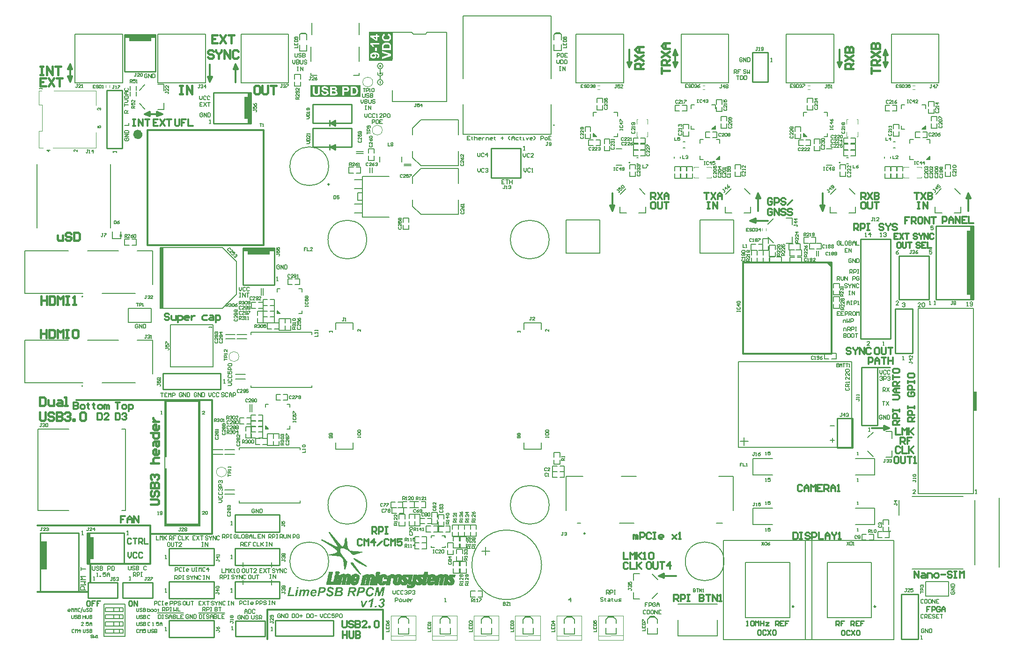
<source format=gto>
G04*
G04 #@! TF.GenerationSoftware,Altium Limited,Altium Designer,19.1.6 (110)*
G04*
G04 Layer_Color=65535*
%FSLAX44Y44*%
%MOMM*%
G71*
G01*
G75*
%ADD10C,0.3000*%
%ADD11C,0.1000*%
%ADD12C,0.2500*%
%ADD13C,0.2000*%
%ADD14C,1.0000*%
%ADD15C,0.1900*%
%ADD16C,0.4000*%
%ADD17C,0.2540*%
%ADD18C,0.1270*%
%ADD19C,0.1500*%
%ADD20C,0.0254*%
%ADD21C,0.0260*%
%ADD22C,0.1700*%
%ADD23C,0.3500*%
G36*
X214750Y1089750D02*
X206750D01*
Y1083750D01*
X186750Y1083750D01*
X166750Y1083750D01*
Y1089750D01*
X158750D01*
X158750Y1095750D01*
X214750D01*
X214750Y1089750D01*
D02*
G37*
G36*
X387000Y991000D02*
Y935000D01*
X381000Y935000D01*
Y943000D01*
X375000D01*
X375000Y963000D01*
X375000Y983000D01*
X381000D01*
Y991000D01*
X387000Y991000D01*
D02*
G37*
G36*
X1606750Y924250D02*
X1600500D01*
X1606750Y930500D01*
Y924250D01*
D02*
G37*
G36*
X1226750D02*
X1220500D01*
X1226750Y930500D01*
Y924250D01*
D02*
G37*
G36*
X1392000Y910900D02*
X1385750D01*
Y917150D01*
X1392000Y910900D01*
D02*
G37*
G36*
X1012000Y910900D02*
X1005750Y910900D01*
Y917150D01*
X1012000Y910900D01*
D02*
G37*
G36*
X1614750Y869500D02*
X1607500Y869500D01*
X1614750Y876750D01*
X1614750Y869500D01*
D02*
G37*
G36*
X1234750D02*
X1227500Y869500D01*
X1234750Y876750D01*
X1234750Y869500D01*
D02*
G37*
G36*
X429000Y703750D02*
X421000D01*
Y697750D01*
X401000Y697750D01*
X381000Y697750D01*
Y703750D01*
X373000D01*
X373000Y709750D01*
X429000D01*
X429000Y703750D01*
D02*
G37*
G36*
X1437000Y683250D02*
Y675250D01*
X1429000Y683250D01*
X1437000D01*
X1437000Y683250D01*
D02*
G37*
G36*
X1687250Y624607D02*
X1681250D01*
Y740893D01*
X1687250D01*
Y624607D01*
D02*
G37*
G36*
X1693250Y616607D02*
X1687250D01*
Y748893D01*
X1693250D01*
Y616607D01*
D02*
G37*
G36*
X228000Y600250D02*
X223000D01*
Y710250D01*
X228000D01*
Y600250D01*
D02*
G37*
G36*
X439500Y591000D02*
X434500D01*
Y596000D01*
X439500Y591000D01*
D02*
G37*
G36*
X295000Y435000D02*
Y431000D01*
Y211000D01*
Y207000D01*
X291000Y207000D01*
Y207000D01*
X235000D01*
Y207000D01*
X231000Y207000D01*
Y211000D01*
Y311000D01*
X235000D01*
X235000Y211000D01*
X291000D01*
Y431000D01*
X235000D01*
X235000Y331000D01*
X231000D01*
Y431000D01*
Y435000D01*
X235000Y435000D01*
Y435000D01*
X291000D01*
Y435000D01*
X295000Y435000D01*
D02*
G37*
G36*
X1699500Y415000D02*
X1693500D01*
Y450000D01*
X1699500D01*
Y415000D01*
D02*
G37*
G36*
X418250Y382250D02*
X413250D01*
Y387250D01*
X418250Y382250D01*
D02*
G37*
G36*
X738500Y185500D02*
X735500Y188500D01*
X735750Y188750D01*
X738500D01*
Y185500D01*
D02*
G37*
G36*
X96410Y186090D02*
X102410D01*
X102410Y166090D01*
X102410Y146090D01*
X96410D01*
Y138090D01*
X90410Y138090D01*
Y194090D01*
X96410Y194090D01*
Y186090D01*
D02*
G37*
G36*
X17870Y127947D02*
X5870Y127947D01*
Y178804D01*
X17870Y178804D01*
Y127947D01*
D02*
G37*
G36*
X642750Y1048250D02*
X621834D01*
D01*
X600250D01*
Y1100500D01*
X621834D01*
Y1100500D01*
X642750D01*
Y1048250D01*
D02*
G37*
G36*
X585000Y1004500D02*
Y983250D01*
X494500D01*
Y1004500D01*
X585000D01*
D02*
G37*
G36*
X472998Y93016D02*
X469752D01*
X470352Y95953D01*
X473615D01*
X472998Y93016D01*
D02*
G37*
G36*
X531185Y96229D02*
X531396D01*
X531639Y96197D01*
X531931Y96181D01*
X532240Y96132D01*
X532580Y96067D01*
X532938Y96002D01*
X533311Y95905D01*
X533684Y95791D01*
X534074Y95661D01*
X534431Y95499D01*
X534804Y95320D01*
X535145Y95109D01*
X535453Y94866D01*
X535470Y94850D01*
X535518Y94801D01*
X535599Y94720D01*
X535713Y94622D01*
X535827Y94476D01*
X535973Y94314D01*
X536119Y94119D01*
X536281Y93892D01*
X536443Y93649D01*
X536590Y93373D01*
X536736Y93064D01*
X536882Y92740D01*
X536995Y92399D01*
X537093Y92026D01*
X537174Y91636D01*
X537223Y91214D01*
X533944Y91068D01*
Y91084D01*
Y91117D01*
X533928Y91182D01*
X533912Y91263D01*
X533895Y91360D01*
X533863Y91474D01*
X533782Y91734D01*
X533668Y92026D01*
X533522Y92334D01*
X533327Y92626D01*
X533068Y92886D01*
X533035Y92918D01*
X532986Y92951D01*
X532938Y92983D01*
X532856Y93032D01*
X532759Y93097D01*
X532645Y93146D01*
X532516Y93210D01*
X532369Y93275D01*
X532224Y93324D01*
X532045Y93389D01*
X531850Y93438D01*
X531623Y93470D01*
X531396Y93503D01*
X531152Y93535D01*
X530665D01*
X530536Y93519D01*
X530406Y93503D01*
X530097Y93470D01*
X529773Y93405D01*
X529432Y93324D01*
X529123Y93194D01*
X528994Y93113D01*
X528864Y93032D01*
X528831Y93016D01*
X528766Y92935D01*
X528669Y92837D01*
X528572Y92691D01*
X528458Y92496D01*
X528361Y92285D01*
X528296Y92042D01*
X528263Y91766D01*
Y91734D01*
X528279Y91652D01*
X528296Y91523D01*
X528328Y91344D01*
X528393Y91165D01*
X528490Y90971D01*
X528637Y90760D01*
X528815Y90581D01*
X528848Y90565D01*
X528880Y90532D01*
X528929Y90500D01*
X528994Y90451D01*
X529091Y90386D01*
X529205Y90321D01*
X529334Y90240D01*
X529481Y90159D01*
X529659Y90062D01*
X529854Y89948D01*
X530081Y89834D01*
X530341Y89705D01*
X530617Y89575D01*
X530925Y89429D01*
X531266Y89283D01*
X531282D01*
X531298Y89266D01*
X531396Y89234D01*
X531542Y89169D01*
X531720Y89072D01*
X531964Y88974D01*
X532224Y88844D01*
X532499Y88715D01*
X532808Y88568D01*
X533424Y88244D01*
X533733Y88082D01*
X534025Y87919D01*
X534301Y87741D01*
X534544Y87578D01*
X534755Y87416D01*
X534934Y87270D01*
X534950Y87254D01*
X534983Y87221D01*
X535048Y87156D01*
X535112Y87059D01*
X535210Y86945D01*
X535307Y86816D01*
X535405Y86653D01*
X535518Y86475D01*
X535632Y86280D01*
X535729Y86053D01*
X535827Y85826D01*
X535924Y85566D01*
X535989Y85274D01*
X536054Y84981D01*
X536086Y84673D01*
X536103Y84348D01*
Y84316D01*
Y84251D01*
X536086Y84138D01*
X536070Y83975D01*
X536054Y83797D01*
X536005Y83569D01*
X535956Y83326D01*
X535892Y83066D01*
X535794Y82774D01*
X535681Y82466D01*
X535535Y82157D01*
X535356Y81849D01*
X535161Y81524D01*
X534934Y81216D01*
X534658Y80891D01*
X534350Y80599D01*
X534333Y80583D01*
X534268Y80534D01*
X534171Y80453D01*
X534025Y80356D01*
X533847Y80242D01*
X533635Y80112D01*
X533392Y79966D01*
X533100Y79820D01*
X532775Y79674D01*
X532402Y79528D01*
X532012Y79398D01*
X531574Y79285D01*
X531104Y79187D01*
X530617Y79106D01*
X530081Y79057D01*
X529513Y79041D01*
X529302D01*
X529156Y79057D01*
X528961D01*
X528750Y79074D01*
X528507Y79106D01*
X528247Y79138D01*
X527955Y79171D01*
X527663Y79220D01*
X527046Y79349D01*
X526413Y79528D01*
X526105Y79625D01*
X525796Y79755D01*
X525780Y79771D01*
X525731Y79788D01*
X525650Y79836D01*
X525536Y79885D01*
X525407Y79966D01*
X525261Y80047D01*
X524936Y80275D01*
X524563Y80551D01*
X524189Y80891D01*
X523848Y81297D01*
X523702Y81524D01*
X523573Y81752D01*
Y81768D01*
X523540Y81817D01*
X523508Y81882D01*
X523475Y81979D01*
X523427Y82093D01*
X523378Y82239D01*
X523313Y82417D01*
X523264Y82596D01*
X523199Y82807D01*
X523151Y83034D01*
X523102Y83277D01*
X523053Y83537D01*
X523004Y84105D01*
X522988Y84706D01*
X526251Y84884D01*
Y84868D01*
Y84819D01*
X526267Y84738D01*
Y84641D01*
X526283Y84511D01*
X526299Y84365D01*
X526348Y84040D01*
X526413Y83683D01*
X526494Y83342D01*
X526624Y83018D01*
X526689Y82888D01*
X526770Y82774D01*
X526786Y82758D01*
X526802Y82742D01*
X526851Y82693D01*
X526916Y82644D01*
X527013Y82579D01*
X527111Y82498D01*
X527241Y82417D01*
X527403Y82336D01*
X527581Y82255D01*
X527776Y82174D01*
X528004Y82109D01*
X528263Y82028D01*
X528539Y81979D01*
X528848Y81930D01*
X529188Y81914D01*
X529545Y81898D01*
X529708D01*
X529821Y81914D01*
X529951D01*
X530113Y81930D01*
X530292Y81946D01*
X530471Y81979D01*
X530876Y82044D01*
X531266Y82157D01*
X531639Y82303D01*
X531818Y82401D01*
X531964Y82498D01*
X531980D01*
X531996Y82531D01*
X532077Y82612D01*
X532207Y82725D01*
X532353Y82904D01*
X532483Y83115D01*
X532613Y83358D01*
X532694Y83634D01*
X532727Y83780D01*
Y83943D01*
Y83959D01*
Y83975D01*
X532710Y84073D01*
X532694Y84202D01*
X532645Y84381D01*
X532580Y84576D01*
X532467Y84787D01*
X532321Y84998D01*
X532110Y85192D01*
X532094Y85209D01*
X532061Y85225D01*
X532012Y85258D01*
X531948Y85306D01*
X531866Y85355D01*
X531769Y85420D01*
X531655Y85485D01*
X531509Y85566D01*
X531331Y85647D01*
X531136Y85761D01*
X530925Y85858D01*
X530665Y85988D01*
X530389Y86118D01*
X530065Y86264D01*
X529724Y86410D01*
X529708Y86426D01*
X529643Y86442D01*
X529545Y86491D01*
X529416Y86556D01*
X529253Y86621D01*
X529058Y86702D01*
X528864Y86799D01*
X528653Y86897D01*
X528182Y87124D01*
X527711Y87351D01*
X527273Y87595D01*
X527078Y87692D01*
X526900Y87806D01*
X526884D01*
X526867Y87838D01*
X526819Y87871D01*
X526754Y87903D01*
X526591Y88033D01*
X526397Y88195D01*
X526170Y88406D01*
X525942Y88666D01*
X525715Y88942D01*
X525504Y89266D01*
Y89283D01*
X525488Y89315D01*
X525455Y89364D01*
X525423Y89429D01*
X525390Y89510D01*
X525342Y89607D01*
X525261Y89867D01*
X525163Y90175D01*
X525082Y90532D01*
X525017Y90922D01*
X525001Y91360D01*
Y91393D01*
Y91458D01*
X525017Y91571D01*
Y91717D01*
X525050Y91896D01*
X525082Y92107D01*
X525131Y92334D01*
X525196Y92594D01*
X525277Y92853D01*
X525374Y93146D01*
X525488Y93438D01*
X525634Y93730D01*
X525812Y94022D01*
X526007Y94298D01*
X526251Y94590D01*
X526510Y94850D01*
X526526Y94866D01*
X526575Y94915D01*
X526673Y94980D01*
X526786Y95061D01*
X526949Y95174D01*
X527143Y95288D01*
X527370Y95418D01*
X527630Y95548D01*
X527922Y95677D01*
X528263Y95807D01*
X528620Y95921D01*
X529010Y96035D01*
X529432Y96116D01*
X529902Y96181D01*
X530389Y96229D01*
X530909Y96246D01*
X531039D01*
X531185Y96229D01*
D02*
G37*
G36*
X603784D02*
X603979D01*
X604206Y96197D01*
X604466Y96164D01*
X604758Y96116D01*
X605083Y96067D01*
X605424Y95986D01*
X605781Y95889D01*
X606138Y95775D01*
X606511Y95629D01*
X606868Y95466D01*
X607225Y95272D01*
X607566Y95044D01*
X607891Y94785D01*
X607907Y94769D01*
X607956Y94720D01*
X608053Y94639D01*
X608150Y94525D01*
X608296Y94379D01*
X608442Y94200D01*
X608605Y93989D01*
X608767Y93746D01*
X608946Y93486D01*
X609108Y93194D01*
X609270Y92870D01*
X609432Y92513D01*
X609579Y92139D01*
X609692Y91734D01*
X609806Y91295D01*
X609871Y90841D01*
X606592Y90532D01*
Y90549D01*
X606576Y90597D01*
X606560Y90679D01*
X606543Y90776D01*
X606511Y90890D01*
X606462Y91019D01*
X606365Y91344D01*
X606219Y91685D01*
X606024Y92026D01*
X605813Y92350D01*
X605683Y92496D01*
X605537Y92626D01*
X605521D01*
X605505Y92659D01*
X605456Y92691D01*
X605391Y92724D01*
X605310Y92788D01*
X605229Y92837D01*
X604985Y92967D01*
X604693Y93081D01*
X604336Y93194D01*
X603930Y93259D01*
X603460Y93292D01*
X603330D01*
X603216Y93275D01*
X603102Y93259D01*
X602940Y93243D01*
X602778Y93227D01*
X602599Y93178D01*
X602194Y93081D01*
X601755Y92918D01*
X601512Y92821D01*
X601285Y92707D01*
X601041Y92577D01*
X600814Y92415D01*
X600798Y92399D01*
X600765Y92383D01*
X600700Y92318D01*
X600603Y92253D01*
X600506Y92156D01*
X600392Y92042D01*
X600246Y91912D01*
X600100Y91750D01*
X599954Y91571D01*
X599791Y91376D01*
X599629Y91149D01*
X599467Y90906D01*
X599305Y90646D01*
X599142Y90354D01*
X598996Y90045D01*
X598850Y89705D01*
Y89688D01*
X598818Y89623D01*
X598785Y89526D01*
X598736Y89396D01*
X598688Y89218D01*
X598623Y89023D01*
X598558Y88812D01*
X598493Y88568D01*
X598412Y88293D01*
X598347Y88000D01*
X598233Y87384D01*
X598152Y86734D01*
X598136Y86394D01*
X598120Y86053D01*
Y86037D01*
Y85972D01*
Y85858D01*
X598136Y85728D01*
X598152Y85550D01*
X598168Y85355D01*
X598201Y85144D01*
X598233Y84917D01*
X598347Y84413D01*
X598428Y84154D01*
X598526Y83894D01*
X598623Y83651D01*
X598753Y83391D01*
X598899Y83164D01*
X599061Y82953D01*
X599077Y82936D01*
X599110Y82904D01*
X599159Y82855D01*
X599240Y82790D01*
X599321Y82693D01*
X599434Y82612D01*
X599564Y82514D01*
X599726Y82417D01*
X599889Y82303D01*
X600067Y82206D01*
X600473Y82044D01*
X600700Y81963D01*
X600928Y81914D01*
X601187Y81882D01*
X601447Y81865D01*
X601577D01*
X601674Y81882D01*
X601788Y81898D01*
X601934Y81914D01*
X602080Y81930D01*
X602258Y81979D01*
X602632Y82076D01*
X603038Y82222D01*
X603249Y82320D01*
X603460Y82450D01*
X603671Y82579D01*
X603882Y82725D01*
X603898Y82742D01*
X603930Y82774D01*
X603995Y82823D01*
X604060Y82888D01*
X604157Y82969D01*
X604255Y83083D01*
X604385Y83212D01*
X604498Y83375D01*
X604628Y83537D01*
X604774Y83732D01*
X604904Y83943D01*
X605050Y84170D01*
X605180Y84413D01*
X605310Y84673D01*
X605424Y84965D01*
X605537Y85274D01*
X608994Y84738D01*
X608978Y84706D01*
X608946Y84608D01*
X608881Y84478D01*
X608799Y84284D01*
X608702Y84040D01*
X608572Y83780D01*
X608410Y83472D01*
X608231Y83164D01*
X608020Y82823D01*
X607793Y82466D01*
X607550Y82109D01*
X607274Y81768D01*
X606982Y81411D01*
X606657Y81070D01*
X606316Y80762D01*
X605943Y80469D01*
X605927Y80453D01*
X605845Y80405D01*
X605732Y80340D01*
X605586Y80242D01*
X605391Y80129D01*
X605164Y80015D01*
X604904Y79869D01*
X604596Y79739D01*
X604271Y79609D01*
X603898Y79479D01*
X603525Y79349D01*
X603102Y79236D01*
X602664Y79138D01*
X602194Y79074D01*
X601723Y79025D01*
X601220Y79009D01*
X601090D01*
X600928Y79025D01*
X600717Y79041D01*
X600457Y79057D01*
X600165Y79106D01*
X599840Y79155D01*
X599483Y79236D01*
X599110Y79333D01*
X598720Y79463D01*
X598315Y79609D01*
X597925Y79788D01*
X597535Y79999D01*
X597146Y80242D01*
X596789Y80518D01*
X596448Y80843D01*
X596432Y80859D01*
X596383Y80924D01*
X596286Y81038D01*
X596188Y81184D01*
X596058Y81378D01*
X595912Y81606D01*
X595750Y81882D01*
X595604Y82206D01*
X595442Y82563D01*
X595279Y82953D01*
X595133Y83391D01*
X595003Y83878D01*
X594906Y84381D01*
X594825Y84949D01*
X594760Y85550D01*
X594744Y86183D01*
Y86199D01*
Y86215D01*
Y86313D01*
Y86459D01*
X594760Y86670D01*
X594776Y86913D01*
X594809Y87205D01*
X594841Y87530D01*
X594890Y87903D01*
X594939Y88293D01*
X595020Y88698D01*
X595117Y89137D01*
X595231Y89575D01*
X595360Y90029D01*
X595507Y90484D01*
X595685Y90938D01*
X595880Y91376D01*
X595896Y91409D01*
X595929Y91474D01*
X595993Y91604D01*
X596091Y91766D01*
X596204Y91961D01*
X596351Y92188D01*
X596513Y92431D01*
X596708Y92707D01*
X596935Y92999D01*
X597162Y93292D01*
X597438Y93584D01*
X597714Y93892D01*
X598022Y94184D01*
X598347Y94460D01*
X598704Y94736D01*
X599077Y94980D01*
X599094Y94996D01*
X599175Y95028D01*
X599288Y95093D01*
X599434Y95174D01*
X599629Y95272D01*
X599856Y95385D01*
X600116Y95499D01*
X600408Y95613D01*
X600717Y95726D01*
X601057Y95840D01*
X601431Y95953D01*
X601820Y96051D01*
X602226Y96132D01*
X602648Y96197D01*
X603086Y96229D01*
X603525Y96246D01*
X603638D01*
X603784Y96229D01*
D02*
G37*
G36*
X489862Y91636D02*
X489975D01*
X490121Y91620D01*
X490446Y91555D01*
X490803Y91458D01*
X491176Y91328D01*
X491550Y91133D01*
X491712Y91003D01*
X491874Y90873D01*
X491890Y90857D01*
X491907Y90841D01*
X491955Y90792D01*
X492004Y90727D01*
X492069Y90646D01*
X492134Y90565D01*
X492280Y90321D01*
X492426Y90029D01*
X492556Y89672D01*
X492653Y89266D01*
X492669Y89039D01*
X492686Y88812D01*
Y88779D01*
Y88698D01*
X492669Y88617D01*
Y88536D01*
X492653Y88439D01*
X492637Y88309D01*
X492621Y88179D01*
X492588Y88017D01*
X492572Y87838D01*
X492540Y87643D01*
X492491Y87432D01*
X492458Y87205D01*
X492410Y86945D01*
X492345Y86670D01*
X490770Y79317D01*
X487524D01*
X489082Y86670D01*
Y86686D01*
X489099Y86734D01*
X489115Y86799D01*
X489131Y86881D01*
X489147Y86994D01*
X489180Y87124D01*
X489229Y87384D01*
X489277Y87660D01*
X489326Y87903D01*
X489342Y88017D01*
X489358Y88114D01*
X489375Y88179D01*
Y88228D01*
Y88244D01*
Y88309D01*
X489358Y88406D01*
X489342Y88520D01*
X489294Y88650D01*
X489245Y88779D01*
X489164Y88909D01*
X489066Y89023D01*
X489050Y89039D01*
X489018Y89072D01*
X488937Y89120D01*
X488839Y89185D01*
X488709Y89234D01*
X488563Y89283D01*
X488368Y89315D01*
X488157Y89331D01*
X488044D01*
X487946Y89315D01*
X487849Y89299D01*
X487719Y89266D01*
X487427Y89169D01*
X487265Y89104D01*
X487086Y89023D01*
X486908Y88909D01*
X486729Y88779D01*
X486534Y88633D01*
X486356Y88455D01*
X486161Y88260D01*
X485983Y88033D01*
Y88017D01*
X485950Y87984D01*
X485918Y87935D01*
X485869Y87854D01*
X485804Y87757D01*
X485739Y87627D01*
X485658Y87465D01*
X485560Y87286D01*
X485479Y87075D01*
X485382Y86832D01*
X485268Y86572D01*
X485171Y86280D01*
X485074Y85939D01*
X484976Y85582D01*
X484879Y85192D01*
X484781Y84770D01*
X483645Y79317D01*
X480399D01*
X481909Y86605D01*
Y86621D01*
X481925Y86653D01*
X481941Y86718D01*
X481957Y86799D01*
X481973Y86913D01*
X481990Y87027D01*
X482038Y87270D01*
X482087Y87546D01*
X482136Y87822D01*
X482152Y88049D01*
X482168Y88146D01*
Y88228D01*
Y88244D01*
Y88309D01*
X482152Y88406D01*
X482136Y88504D01*
X482087Y88633D01*
X482038Y88763D01*
X481957Y88893D01*
X481844Y89023D01*
X481828Y89039D01*
X481779Y89072D01*
X481714Y89120D01*
X481617Y89185D01*
X481487Y89234D01*
X481324Y89283D01*
X481146Y89315D01*
X480951Y89331D01*
X480854D01*
X480756Y89315D01*
X480610Y89299D01*
X480448Y89250D01*
X480253Y89201D01*
X480058Y89120D01*
X479847Y89007D01*
X479815Y88990D01*
X479750Y88942D01*
X479653Y88877D01*
X479506Y88779D01*
X479360Y88650D01*
X479198Y88504D01*
X479020Y88325D01*
X478857Y88130D01*
X478841Y88098D01*
X478792Y88033D01*
X478711Y87903D01*
X478614Y87741D01*
X478500Y87546D01*
X478370Y87303D01*
X478241Y87010D01*
X478127Y86702D01*
Y86686D01*
X478094Y86621D01*
X478062Y86491D01*
X478046Y86410D01*
X478013Y86312D01*
X477981Y86199D01*
X477948Y86069D01*
X477916Y85923D01*
X477867Y85744D01*
X477835Y85566D01*
X477786Y85339D01*
X477721Y85111D01*
X477672Y84852D01*
X476520Y79317D01*
X473274D01*
X475790Y91376D01*
X478841D01*
X478549Y89899D01*
X478565Y89916D01*
X478630Y89980D01*
X478727Y90062D01*
X478857Y90175D01*
X479020Y90305D01*
X479231Y90451D01*
X479442Y90613D01*
X479701Y90776D01*
X479977Y90938D01*
X480269Y91101D01*
X480578Y91247D01*
X480902Y91376D01*
X481243Y91490D01*
X481600Y91571D01*
X481957Y91636D01*
X482331Y91652D01*
X482461D01*
X482558Y91636D01*
X482672D01*
X482801Y91620D01*
X483110Y91587D01*
X483434Y91506D01*
X483791Y91409D01*
X484132Y91279D01*
X484424Y91084D01*
X484441D01*
X484457Y91052D01*
X484538Y90987D01*
X484668Y90857D01*
X484830Y90679D01*
X484992Y90451D01*
X485139Y90175D01*
X485285Y89867D01*
X485382Y89510D01*
Y89526D01*
X485414Y89558D01*
X485447Y89591D01*
X485496Y89656D01*
X485642Y89834D01*
X485853Y90045D01*
X486096Y90289D01*
X486404Y90532D01*
X486778Y90792D01*
X487184Y91035D01*
X487200D01*
X487232Y91068D01*
X487297Y91101D01*
X487395Y91133D01*
X487492Y91182D01*
X487622Y91230D01*
X487768Y91279D01*
X487930Y91344D01*
X488287Y91458D01*
X488709Y91555D01*
X489147Y91620D01*
X489618Y91652D01*
X489764D01*
X489862Y91636D01*
D02*
G37*
G36*
X626231Y79317D02*
X623131D01*
X626004Y93113D01*
X619836Y79317D01*
X616590D01*
X615973Y93210D01*
X613344Y79317D01*
X610244D01*
X613717Y95953D01*
X618603D01*
X619122Y84511D01*
X624348Y95953D01*
X629250D01*
X626231Y79317D01*
D02*
G37*
G36*
X588657Y95937D02*
X588836D01*
X589031Y95921D01*
X589242Y95905D01*
X589696Y95840D01*
X590183Y95775D01*
X590637Y95661D01*
X590865Y95596D01*
X591059Y95515D01*
X591076D01*
X591108Y95499D01*
X591157Y95466D01*
X591238Y95434D01*
X591433Y95337D01*
X591660Y95174D01*
X591936Y94980D01*
X592212Y94736D01*
X592488Y94444D01*
X592731Y94103D01*
Y94087D01*
X592764Y94054D01*
X592796Y94006D01*
X592828Y93925D01*
X592877Y93843D01*
X592926Y93730D01*
X592975Y93600D01*
X593040Y93454D01*
X593153Y93113D01*
X593251Y92707D01*
X593316Y92253D01*
X593348Y91766D01*
Y91750D01*
Y91717D01*
Y91636D01*
Y91555D01*
X593332Y91441D01*
X593316Y91312D01*
X593299Y91165D01*
X593283Y90987D01*
X593218Y90614D01*
X593137Y90208D01*
X593007Y89770D01*
X592845Y89315D01*
Y89299D01*
X592828Y89266D01*
X592796Y89201D01*
X592764Y89120D01*
X592715Y89023D01*
X592650Y88909D01*
X592520Y88633D01*
X592342Y88325D01*
X592131Y88017D01*
X591903Y87708D01*
X591644Y87416D01*
X591611Y87384D01*
X591530Y87303D01*
X591384Y87173D01*
X591189Y87010D01*
X590962Y86832D01*
X590702Y86653D01*
X590426Y86491D01*
X590118Y86329D01*
X590102D01*
X590086Y86313D01*
X590037Y86296D01*
X589972Y86264D01*
X589891Y86231D01*
X589793Y86199D01*
X589680Y86166D01*
X589534Y86118D01*
X589225Y86020D01*
X588852Y85939D01*
X588414Y85842D01*
X587927Y85761D01*
X587894D01*
X587846Y85744D01*
X587667D01*
X587554Y85728D01*
X587407D01*
X587245Y85712D01*
X587050Y85696D01*
X586839D01*
X586580Y85680D01*
X586012D01*
X585671Y85663D01*
X582717D01*
X581386Y79317D01*
X577977D01*
X581451Y95953D01*
X588511D01*
X588657Y95937D01*
D02*
G37*
G36*
X572605D02*
X572784D01*
X572995Y95921D01*
X573222Y95905D01*
X573693Y95856D01*
X574180Y95775D01*
X574666Y95677D01*
X574878Y95613D01*
X575089Y95548D01*
X575105D01*
X575137Y95531D01*
X575186Y95499D01*
X575267Y95466D01*
X575364Y95434D01*
X575462Y95369D01*
X575705Y95223D01*
X575981Y95028D01*
X576273Y94785D01*
X576549Y94476D01*
X576809Y94119D01*
Y94103D01*
X576841Y94071D01*
X576874Y94022D01*
X576906Y93941D01*
X576971Y93827D01*
X577020Y93714D01*
X577085Y93567D01*
X577150Y93421D01*
X577198Y93243D01*
X577263Y93048D01*
X577377Y92610D01*
X577442Y92123D01*
X577474Y91587D01*
Y91571D01*
Y91490D01*
Y91376D01*
X577458Y91230D01*
X577442Y91052D01*
X577410Y90841D01*
X577361Y90614D01*
X577312Y90354D01*
X577247Y90078D01*
X577166Y89802D01*
X577052Y89510D01*
X576939Y89218D01*
X576793Y88926D01*
X576614Y88633D01*
X576419Y88341D01*
X576192Y88082D01*
X576176Y88065D01*
X576127Y88017D01*
X576062Y87952D01*
X575949Y87854D01*
X575819Y87757D01*
X575657Y87627D01*
X575462Y87497D01*
X575235Y87351D01*
X574975Y87205D01*
X574699Y87059D01*
X574374Y86913D01*
X574034Y86783D01*
X573660Y86653D01*
X573254Y86540D01*
X572816Y86459D01*
X572346Y86377D01*
X572378Y86345D01*
X572459Y86264D01*
X572589Y86134D01*
X572751Y85972D01*
X572946Y85744D01*
X573141Y85469D01*
X573368Y85160D01*
X573579Y84819D01*
X573595Y84803D01*
X573628Y84722D01*
X573693Y84625D01*
X573774Y84462D01*
X573887Y84267D01*
X574017Y84024D01*
X574163Y83732D01*
X574326Y83407D01*
X574520Y83034D01*
X574715Y82628D01*
X574926Y82174D01*
X575153Y81671D01*
X575381Y81151D01*
X575624Y80567D01*
X575884Y79966D01*
X576143Y79317D01*
X572459D01*
Y79333D01*
X572443Y79382D01*
X572410Y79463D01*
X572362Y79577D01*
X572313Y79739D01*
X572248Y79918D01*
X572167Y80129D01*
X572070Y80388D01*
X571956Y80680D01*
X571842Y81005D01*
X571696Y81362D01*
X571534Y81752D01*
X571355Y82190D01*
X571161Y82661D01*
X570950Y83164D01*
X570723Y83699D01*
Y83716D01*
X570690Y83764D01*
X570658Y83845D01*
X570593Y83959D01*
X570528Y84089D01*
X570463Y84235D01*
X570268Y84576D01*
X570041Y84949D01*
X569781Y85306D01*
X569651Y85469D01*
X569505Y85631D01*
X569359Y85761D01*
X569213Y85874D01*
X569197Y85891D01*
X569116Y85923D01*
X569002Y85988D01*
X568824Y86053D01*
X568580Y86102D01*
X568304Y86166D01*
X567947Y86199D01*
X567736Y86215D01*
X566129D01*
X564685Y79317D01*
X561276D01*
X564750Y95953D01*
X572443D01*
X572605Y95937D01*
D02*
G37*
G36*
X547919D02*
X548130D01*
X548551Y95921D01*
X548990Y95905D01*
X549184Y95889D01*
X549379Y95872D01*
X549558Y95856D01*
X549704Y95840D01*
X549720D01*
X549753Y95824D01*
X549817D01*
X549915Y95807D01*
X550012Y95791D01*
X550142Y95759D01*
X550434Y95694D01*
X550759Y95596D01*
X551100Y95466D01*
X551457Y95320D01*
X551781Y95142D01*
X551798D01*
X551814Y95126D01*
X551862Y95093D01*
X551927Y95044D01*
X552074Y94931D01*
X552268Y94785D01*
X552479Y94590D01*
X552690Y94363D01*
X552901Y94087D01*
X553080Y93778D01*
Y93762D01*
X553096Y93746D01*
X553129Y93697D01*
X553145Y93632D01*
X553226Y93454D01*
X553307Y93227D01*
X553388Y92951D01*
X553469Y92642D01*
X553518Y92285D01*
X553534Y91912D01*
Y91896D01*
Y91847D01*
Y91782D01*
X553518Y91685D01*
Y91555D01*
X553502Y91409D01*
X553469Y91263D01*
X553437Y91084D01*
X553340Y90711D01*
X553210Y90305D01*
X553015Y89899D01*
X552885Y89688D01*
X552755Y89494D01*
X552739Y89477D01*
X552723Y89445D01*
X552674Y89396D01*
X552609Y89331D01*
X552528Y89250D01*
X552431Y89153D01*
X552317Y89039D01*
X552171Y88926D01*
X552025Y88812D01*
X551846Y88682D01*
X551651Y88552D01*
X551441Y88422D01*
X551197Y88309D01*
X550954Y88179D01*
X550678Y88065D01*
X550386Y87968D01*
X550402D01*
X550434Y87952D01*
X550515Y87935D01*
X550597Y87903D01*
X550694Y87854D01*
X550824Y87806D01*
X551116Y87676D01*
X551424Y87497D01*
X551749Y87286D01*
X552074Y87010D01*
X552366Y86702D01*
X552382Y86686D01*
X552398Y86670D01*
X552431Y86605D01*
X552479Y86540D01*
X552528Y86459D01*
X552593Y86361D01*
X552739Y86118D01*
X552869Y85809D01*
X552982Y85469D01*
X553064Y85095D01*
X553096Y84884D01*
Y84673D01*
Y84657D01*
Y84608D01*
Y84527D01*
X553080Y84413D01*
X553064Y84284D01*
X553047Y84138D01*
X553031Y83959D01*
X552982Y83764D01*
X552885Y83326D01*
X552739Y82839D01*
X552642Y82596D01*
X552528Y82336D01*
X552382Y82093D01*
X552236Y81833D01*
X552220Y81817D01*
X552203Y81768D01*
X552155Y81703D01*
X552074Y81622D01*
X551992Y81508D01*
X551879Y81378D01*
X551765Y81232D01*
X551619Y81086D01*
X551457Y80924D01*
X551278Y80778D01*
X551083Y80616D01*
X550889Y80453D01*
X550418Y80145D01*
X550158Y80015D01*
X549882Y79901D01*
X549866D01*
X549817Y79869D01*
X549720Y79853D01*
X549606Y79804D01*
X549460Y79771D01*
X549266Y79723D01*
X549055Y79658D01*
X548811Y79609D01*
X548535Y79560D01*
X548227Y79496D01*
X547886Y79447D01*
X547513Y79414D01*
X547123Y79366D01*
X546701Y79349D01*
X546247Y79317D01*
X537937D01*
X541410Y95953D01*
X547740D01*
X547919Y95937D01*
D02*
G37*
G36*
X517632Y95937D02*
X517811D01*
X518005Y95921D01*
X518217Y95905D01*
X518671Y95840D01*
X519158Y95775D01*
X519612Y95661D01*
X519840Y95596D01*
X520034Y95515D01*
X520051D01*
X520083Y95499D01*
X520132Y95466D01*
X520213Y95434D01*
X520408Y95337D01*
X520635Y95174D01*
X520911Y94980D01*
X521187Y94736D01*
X521463Y94444D01*
X521706Y94103D01*
Y94087D01*
X521739Y94054D01*
X521771Y94006D01*
X521803Y93925D01*
X521852Y93843D01*
X521901Y93730D01*
X521950Y93600D01*
X522014Y93454D01*
X522128Y93113D01*
X522225Y92707D01*
X522290Y92253D01*
X522323Y91766D01*
Y91750D01*
Y91717D01*
Y91636D01*
Y91555D01*
X522307Y91441D01*
X522290Y91312D01*
X522274Y91165D01*
X522258Y90987D01*
X522193Y90613D01*
X522112Y90208D01*
X521982Y89769D01*
X521820Y89315D01*
Y89299D01*
X521803Y89266D01*
X521771Y89201D01*
X521739Y89120D01*
X521690Y89023D01*
X521625Y88909D01*
X521495Y88633D01*
X521316Y88325D01*
X521105Y88017D01*
X520878Y87708D01*
X520619Y87416D01*
X520586Y87384D01*
X520505Y87303D01*
X520359Y87173D01*
X520164Y87010D01*
X519937Y86832D01*
X519677Y86653D01*
X519401Y86491D01*
X519093Y86329D01*
X519077D01*
X519061Y86312D01*
X519012Y86296D01*
X518947Y86264D01*
X518866Y86231D01*
X518768Y86199D01*
X518655Y86166D01*
X518509Y86118D01*
X518200Y86020D01*
X517827Y85939D01*
X517389Y85842D01*
X516902Y85761D01*
X516869D01*
X516821Y85744D01*
X516642D01*
X516529Y85728D01*
X516382D01*
X516220Y85712D01*
X516025Y85696D01*
X515814D01*
X515555Y85679D01*
X514987D01*
X514646Y85663D01*
X511692D01*
X510361Y79317D01*
X506952D01*
X510426Y95953D01*
X517486D01*
X517632Y95937D01*
D02*
G37*
G36*
X470141Y79317D02*
X466895D01*
X469411Y91376D01*
X472657D01*
X470141Y79317D01*
D02*
G37*
G36*
X456800Y82093D02*
X465289D01*
X464704Y79317D01*
X452807D01*
X456281Y95953D01*
X459689D01*
X456800Y82093D01*
D02*
G37*
G36*
X501353Y91636D02*
X501515D01*
X501694Y91604D01*
X501921Y91587D01*
X502148Y91539D01*
X502424Y91474D01*
X502700Y91409D01*
X502976Y91312D01*
X503268Y91198D01*
X503560Y91068D01*
X503852Y90906D01*
X504145Y90727D01*
X504404Y90516D01*
X504664Y90273D01*
X504680Y90257D01*
X504729Y90208D01*
X504794Y90127D01*
X504875Y90029D01*
X504972Y89883D01*
X505086Y89705D01*
X505200Y89510D01*
X505329Y89283D01*
X505443Y89023D01*
X505557Y88747D01*
X505670Y88422D01*
X505768Y88082D01*
X505865Y87708D01*
X505930Y87319D01*
X505962Y86897D01*
X505979Y86442D01*
Y86426D01*
Y86394D01*
Y86329D01*
Y86248D01*
Y86150D01*
X505962Y86020D01*
X505946Y85744D01*
X505930Y85420D01*
X505881Y85063D01*
X505832Y84689D01*
X505751Y84332D01*
X497587D01*
Y84300D01*
Y84219D01*
X497571Y84121D01*
Y84024D01*
Y84008D01*
Y83975D01*
Y83910D01*
X497587Y83829D01*
Y83715D01*
X497604Y83602D01*
X497652Y83326D01*
X497733Y83018D01*
X497863Y82709D01*
X498026Y82385D01*
X498253Y82093D01*
X498269D01*
X498285Y82060D01*
X498383Y81979D01*
X498529Y81865D01*
X498723Y81735D01*
X498967Y81589D01*
X499259Y81476D01*
X499567Y81395D01*
X499746Y81378D01*
X499925Y81362D01*
X499990D01*
X500087Y81378D01*
X500201Y81395D01*
X500330Y81411D01*
X500493Y81443D01*
X500671Y81508D01*
X500866Y81573D01*
X501061Y81654D01*
X501272Y81768D01*
X501483Y81914D01*
X501694Y82060D01*
X501905Y82255D01*
X502099Y82482D01*
X502294Y82742D01*
X502473Y83034D01*
X505394Y82547D01*
X505378Y82531D01*
X505362Y82466D01*
X505313Y82385D01*
X505232Y82255D01*
X505151Y82109D01*
X505053Y81946D01*
X504924Y81768D01*
X504794Y81557D01*
X504632Y81346D01*
X504453Y81135D01*
X504063Y80697D01*
X503609Y80275D01*
X503366Y80096D01*
X503106Y79918D01*
X503089Y79901D01*
X503041Y79885D01*
X502960Y79836D01*
X502862Y79788D01*
X502716Y79723D01*
X502554Y79642D01*
X502375Y79560D01*
X502164Y79479D01*
X501937Y79398D01*
X501694Y79317D01*
X501434Y79252D01*
X501158Y79171D01*
X500558Y79074D01*
X500233Y79057D01*
X499908Y79041D01*
X499795D01*
X499681Y79057D01*
X499503Y79074D01*
X499292Y79090D01*
X499064Y79122D01*
X498788Y79171D01*
X498496Y79236D01*
X498188Y79317D01*
X497879Y79414D01*
X497539Y79544D01*
X497214Y79690D01*
X496873Y79853D01*
X496565Y80064D01*
X496240Y80291D01*
X495948Y80567D01*
X495932Y80583D01*
X495883Y80632D01*
X495802Y80729D01*
X495721Y80843D01*
X495591Y81005D01*
X495477Y81184D01*
X495331Y81411D01*
X495201Y81654D01*
X495055Y81930D01*
X494909Y82239D01*
X494796Y82579D01*
X494682Y82936D01*
X494585Y83326D01*
X494504Y83732D01*
X494455Y84186D01*
X494439Y84641D01*
Y84673D01*
Y84754D01*
X494455Y84884D01*
Y85063D01*
X494487Y85274D01*
X494504Y85517D01*
X494552Y85809D01*
X494617Y86118D01*
X494682Y86442D01*
X494780Y86799D01*
X494877Y87156D01*
X495007Y87530D01*
X495169Y87919D01*
X495348Y88293D01*
X495559Y88666D01*
X495802Y89039D01*
X495818Y89072D01*
X495883Y89153D01*
X495997Y89283D01*
X496143Y89445D01*
X496338Y89640D01*
X496581Y89867D01*
X496857Y90110D01*
X497165Y90354D01*
X497522Y90597D01*
X497928Y90824D01*
X498366Y91052D01*
X498837Y91247D01*
X499356Y91409D01*
X499908Y91539D01*
X500509Y91620D01*
X501142Y91652D01*
X501239D01*
X501353Y91636D01*
D02*
G37*
G36*
X624949Y75649D02*
X625144Y75633D01*
X625355Y75600D01*
X625598Y75552D01*
X625874Y75503D01*
X626150Y75438D01*
X626426Y75357D01*
X626718Y75243D01*
X627010Y75129D01*
X627286Y74984D01*
X627562Y74805D01*
X627822Y74610D01*
X628049Y74383D01*
X628065Y74367D01*
X628098Y74318D01*
X628162Y74253D01*
X628244Y74156D01*
X628325Y74026D01*
X628422Y73880D01*
X628536Y73717D01*
X628649Y73523D01*
X628763Y73312D01*
X628877Y73068D01*
X628974Y72825D01*
X629055Y72549D01*
X629136Y72257D01*
X629201Y71965D01*
X629234Y71640D01*
X629250Y71315D01*
Y71299D01*
Y71267D01*
Y71185D01*
X629234Y71104D01*
Y70991D01*
X629217Y70861D01*
X629185Y70699D01*
X629153Y70536D01*
X629072Y70179D01*
X628925Y69790D01*
X628747Y69384D01*
X628617Y69173D01*
X628487Y68978D01*
X628471Y68962D01*
X628455Y68930D01*
X628406Y68881D01*
X628341Y68816D01*
X628276Y68719D01*
X628179Y68621D01*
X627935Y68394D01*
X627643Y68150D01*
X627286Y67891D01*
X626864Y67663D01*
X626393Y67453D01*
X626410D01*
X626442Y67420D01*
X626491Y67404D01*
X626572Y67355D01*
X626750Y67225D01*
X626978Y67063D01*
X627237Y66852D01*
X627497Y66609D01*
X627741Y66333D01*
X627952Y66008D01*
Y65992D01*
X627968Y65975D01*
X628000Y65927D01*
X628033Y65862D01*
X628114Y65683D01*
X628211Y65440D01*
X628292Y65164D01*
X628373Y64856D01*
X628438Y64515D01*
X628455Y64158D01*
Y64141D01*
Y64076D01*
X628438Y63979D01*
Y63849D01*
X628422Y63687D01*
X628390Y63492D01*
X628341Y63281D01*
X628292Y63054D01*
X628228Y62794D01*
X628130Y62535D01*
X628033Y62242D01*
X627903Y61967D01*
X627757Y61674D01*
X627578Y61366D01*
X627367Y61074D01*
X627140Y60782D01*
X627124Y60766D01*
X627059Y60684D01*
X626962Y60587D01*
X626815Y60457D01*
X626637Y60295D01*
X626426Y60116D01*
X626182Y59921D01*
X625890Y59727D01*
X625582Y59532D01*
X625241Y59337D01*
X624851Y59159D01*
X624446Y58996D01*
X624007Y58867D01*
X623553Y58769D01*
X623066Y58688D01*
X622547Y58672D01*
X622449D01*
X622336Y58688D01*
X622190D01*
X622011Y58704D01*
X621800Y58737D01*
X621573Y58769D01*
X621329Y58818D01*
X621054Y58883D01*
X620778Y58964D01*
X620485Y59061D01*
X620193Y59175D01*
X619901Y59321D01*
X619609Y59483D01*
X619333Y59662D01*
X619073Y59873D01*
X619057Y59889D01*
X619008Y59938D01*
X618944Y60003D01*
X618862Y60100D01*
X618749Y60230D01*
X618635Y60376D01*
X618489Y60554D01*
X618359Y60766D01*
X618213Y60993D01*
X618067Y61252D01*
X617937Y61528D01*
X617807Y61837D01*
X617678Y62161D01*
X617580Y62518D01*
X617483Y62892D01*
X617418Y63297D01*
X620534Y63687D01*
Y63671D01*
X620550Y63622D01*
Y63557D01*
X620567Y63476D01*
X620599Y63362D01*
X620615Y63232D01*
X620680Y62957D01*
X620778Y62648D01*
X620891Y62340D01*
X621037Y62064D01*
X621119Y61950D01*
X621216Y61837D01*
X621248Y61821D01*
X621313Y61755D01*
X621427Y61674D01*
X621589Y61593D01*
X621784Y61496D01*
X622011Y61415D01*
X622271Y61350D01*
X622579Y61333D01*
X622693D01*
X622758Y61350D01*
X622855D01*
X622969Y61366D01*
X623228Y61431D01*
X623521Y61512D01*
X623813Y61642D01*
X624121Y61837D01*
X624267Y61950D01*
X624413Y62080D01*
X624430Y62096D01*
X624446Y62113D01*
X624478Y62161D01*
X624527Y62210D01*
X624657Y62372D01*
X624787Y62600D01*
X624916Y62875D01*
X625046Y63200D01*
X625127Y63573D01*
X625160Y63784D01*
Y63995D01*
Y64012D01*
Y64044D01*
Y64093D01*
X625144Y64158D01*
X625127Y64352D01*
X625079Y64580D01*
X625014Y64839D01*
X624900Y65115D01*
X624754Y65375D01*
X624559Y65618D01*
X624527Y65651D01*
X624446Y65716D01*
X624316Y65813D01*
X624137Y65927D01*
X623910Y66024D01*
X623650Y66122D01*
X623326Y66186D01*
X622969Y66219D01*
X622807D01*
X622644Y66203D01*
X622449Y66170D01*
X623017Y68881D01*
X623115D01*
X623228Y68864D01*
X623472D01*
X623553Y68881D01*
X623667D01*
X623797Y68897D01*
X624072Y68946D01*
X624397Y69027D01*
X624722Y69141D01*
X625046Y69303D01*
X625322Y69514D01*
X625338Y69530D01*
X625355Y69546D01*
X625436Y69644D01*
X625549Y69790D01*
X625679Y69984D01*
X625793Y70244D01*
X625906Y70553D01*
X625988Y70910D01*
X626020Y71104D01*
Y71315D01*
Y71332D01*
Y71348D01*
Y71445D01*
X626004Y71591D01*
X625955Y71786D01*
X625906Y71981D01*
X625825Y72192D01*
X625712Y72403D01*
X625549Y72598D01*
X625533Y72614D01*
X625468Y72679D01*
X625371Y72744D01*
X625225Y72841D01*
X625062Y72922D01*
X624851Y73003D01*
X624608Y73052D01*
X624348Y73068D01*
X624235D01*
X624089Y73036D01*
X623926Y73003D01*
X623732Y72938D01*
X623521Y72857D01*
X623293Y72727D01*
X623082Y72549D01*
X623066Y72533D01*
X622985Y72452D01*
X622888Y72322D01*
X622774Y72127D01*
X622628Y71883D01*
X622482Y71591D01*
X622401Y71413D01*
X622336Y71218D01*
X622271Y71007D01*
X622206Y70780D01*
X619236Y71364D01*
Y71380D01*
X619268Y71445D01*
X619301Y71543D01*
X619333Y71672D01*
X619398Y71818D01*
X619463Y71997D01*
X619544Y72192D01*
X619641Y72403D01*
X619869Y72857D01*
X620128Y73328D01*
X620453Y73782D01*
X620632Y73993D01*
X620810Y74188D01*
X620826Y74204D01*
X620875Y74253D01*
X620972Y74318D01*
X621086Y74415D01*
X621232Y74529D01*
X621411Y74659D01*
X621622Y74789D01*
X621849Y74935D01*
X622108Y75065D01*
X622401Y75195D01*
X622709Y75324D01*
X623050Y75438D01*
X623391Y75535D01*
X623764Y75600D01*
X624170Y75649D01*
X624576Y75665D01*
X624803D01*
X624949Y75649D01*
D02*
G37*
G36*
X590881Y58948D02*
X588073D01*
X585671Y71007D01*
X588868D01*
X589712Y65732D01*
Y65716D01*
X589729Y65635D01*
X589745Y65537D01*
X589761Y65391D01*
X589793Y65213D01*
X589826Y65018D01*
X589858Y64807D01*
X589891Y64580D01*
X589972Y64109D01*
X590037Y63638D01*
X590069Y63427D01*
X590086Y63232D01*
X590118Y63054D01*
X590134Y62908D01*
Y62924D01*
X590167Y62957D01*
X590199Y63038D01*
X590280Y63151D01*
X590329Y63232D01*
X590378Y63346D01*
X590443Y63460D01*
X590524Y63590D01*
X590605Y63752D01*
X590702Y63930D01*
X590816Y64125D01*
X590930Y64352D01*
X590946Y64369D01*
X590962Y64401D01*
X590994Y64466D01*
X591043Y64563D01*
X591092Y64661D01*
X591157Y64774D01*
X591303Y65034D01*
X591449Y65294D01*
X591579Y65553D01*
X591644Y65667D01*
X591692Y65764D01*
X591741Y65846D01*
X591773Y65911D01*
X594776Y71007D01*
X598298D01*
X590881Y58948D01*
D02*
G37*
G36*
X614010D02*
X610780D01*
X611445Y62096D01*
X614675D01*
X614010Y58948D01*
D02*
G37*
G36*
X605213D02*
X601934D01*
X604336Y70455D01*
X604320D01*
X604287Y70423D01*
X604239Y70390D01*
X604157Y70342D01*
X604060Y70293D01*
X603946Y70228D01*
X603817Y70147D01*
X603654Y70066D01*
X603313Y69871D01*
X602908Y69676D01*
X602469Y69465D01*
X601983Y69254D01*
X601966D01*
X601918Y69238D01*
X601853Y69205D01*
X601755Y69173D01*
X601642Y69124D01*
X601512Y69075D01*
X601350Y69011D01*
X601187Y68946D01*
X600814Y68832D01*
X600424Y68702D01*
X600019Y68589D01*
X599613Y68491D01*
X600230Y71396D01*
X600246D01*
X600278Y71413D01*
X600343Y71445D01*
X600408Y71478D01*
X600522Y71526D01*
X600635Y71575D01*
X600765Y71640D01*
X600928Y71721D01*
X601268Y71900D01*
X601674Y72111D01*
X602129Y72354D01*
X602616Y72614D01*
X603135Y72922D01*
X603671Y73247D01*
X604206Y73604D01*
X604742Y73977D01*
X605277Y74383D01*
X605797Y74789D01*
X606284Y75227D01*
X606738Y75681D01*
X608702D01*
X605213Y58948D01*
D02*
G37*
%LPC*%
G36*
X619014Y1096143D02*
X613109D01*
Y1094159D01*
X602940D01*
Y1096143D01*
Y1084630D01*
Y1091581D01*
X613125Y1084630D01*
X602940D01*
X615796D01*
Y1091191D01*
X619014D01*
Y1094159D01*
X615796D01*
Y1096143D01*
X619014D01*
D02*
G37*
G36*
X635400Y1097416D02*
X634401Y1094276D01*
X634713Y1094198D01*
X635025Y1094104D01*
X635291Y1093995D01*
X635557Y1093901D01*
X635791Y1093792D01*
X635994Y1093667D01*
X636181Y1093558D01*
X636353Y1093448D01*
X636510Y1093354D01*
X636634Y1093245D01*
X636744Y1093167D01*
X636838Y1093089D01*
X636900Y1093027D01*
X636947Y1092980D01*
X636978Y1092948D01*
X636994Y1092933D01*
X637134Y1092761D01*
X637259Y1092573D01*
X637369Y1092386D01*
X637462Y1092199D01*
X637603Y1091824D01*
X637697Y1091480D01*
X637744Y1091324D01*
X637759Y1091168D01*
X637775Y1091043D01*
X637790Y1090933D01*
X637806Y1090839D01*
Y1090715D01*
X637790Y1090402D01*
X637744Y1090090D01*
X637681Y1089809D01*
X637603Y1089527D01*
X637509Y1089277D01*
X637400Y1089043D01*
X637291Y1088824D01*
X637166Y1088637D01*
X637041Y1088465D01*
X636931Y1088309D01*
X636822Y1088184D01*
X636728Y1088075D01*
X636650Y1087981D01*
X636572Y1087918D01*
X636541Y1087887D01*
X636525Y1087871D01*
X636260Y1087684D01*
X635978Y1087512D01*
X635650Y1087372D01*
X635307Y1087247D01*
X634947Y1087137D01*
X634588Y1087059D01*
X634229Y1086981D01*
X633885Y1086934D01*
X633541Y1086887D01*
X633229Y1086856D01*
X632948Y1086825D01*
X632698Y1086809D01*
X632495Y1086794D01*
X632339D01*
X632276D01*
X632229D01*
X632214D01*
X632198D01*
X631683Y1086809D01*
X631198Y1086841D01*
X630761Y1086887D01*
X630339Y1086965D01*
X629964Y1087044D01*
X629636Y1087137D01*
X629324Y1087247D01*
X629058Y1087340D01*
X628824Y1087450D01*
X628621Y1087543D01*
X628449Y1087637D01*
X628308Y1087715D01*
X628199Y1087793D01*
X628121Y1087840D01*
X628074Y1087871D01*
X628059Y1087887D01*
X627840Y1088106D01*
X627637Y1088325D01*
X627465Y1088559D01*
X627324Y1088809D01*
X627199Y1089043D01*
X627090Y1089293D01*
X627012Y1089527D01*
X626934Y1089746D01*
X626887Y1089965D01*
X626840Y1090152D01*
X626809Y1090324D01*
X626793Y1090480D01*
Y1090605D01*
X626778Y1090699D01*
Y1091011D01*
X626809Y1091246D01*
X626887Y1091667D01*
X627012Y1092042D01*
X627137Y1092355D01*
X627215Y1092495D01*
X627277Y1092620D01*
X627340Y1092714D01*
X627402Y1092808D01*
X627449Y1092870D01*
X627481Y1092917D01*
X627496Y1092948D01*
X627512Y1092964D01*
X627809Y1093276D01*
X628121Y1093542D01*
X628449Y1093745D01*
X628761Y1093901D01*
X629043Y1094026D01*
X629152Y1094073D01*
X629261Y1094104D01*
X629339Y1094136D01*
X629402Y1094151D01*
X629449Y1094167D01*
X629464D01*
X628699Y1097369D01*
X628355Y1097260D01*
X628027Y1097135D01*
X627715Y1097010D01*
X627434Y1096885D01*
X627168Y1096744D01*
X626918Y1096604D01*
X626699Y1096479D01*
X626512Y1096338D01*
X626340Y1096213D01*
X626184Y1096104D01*
X626059Y1095994D01*
X625950Y1095916D01*
X625872Y1095838D01*
X625809Y1095776D01*
X625778Y1095744D01*
X625762Y1095729D01*
X625450Y1095370D01*
X625184Y1094995D01*
X624950Y1094604D01*
X624747Y1094198D01*
X624575Y1093808D01*
X624435Y1093401D01*
X624325Y1093027D01*
X624231Y1092652D01*
X624153Y1092292D01*
X624106Y1091980D01*
X624060Y1091683D01*
X624044Y1091433D01*
X624028Y1091230D01*
X624013Y1091074D01*
Y1090949D01*
X624044Y1090340D01*
X624106Y1089746D01*
X624216Y1089199D01*
X624356Y1088684D01*
X624528Y1088200D01*
X624716Y1087762D01*
X624919Y1087356D01*
X625122Y1086981D01*
X625325Y1086653D01*
X625528Y1086356D01*
X625715Y1086106D01*
X625887Y1085903D01*
X626028Y1085747D01*
X626137Y1085622D01*
X626200Y1085560D01*
X626231Y1085528D01*
X626668Y1085169D01*
X627137Y1084841D01*
X627621Y1084576D01*
X628137Y1084341D01*
X628652Y1084138D01*
X629168Y1083966D01*
X629683Y1083841D01*
X630167Y1083732D01*
X630636Y1083638D01*
X631058Y1083576D01*
X631448Y1083529D01*
X631792Y1083498D01*
X631933Y1083482D01*
X632057D01*
X632183D01*
X632276Y1083466D01*
X624013D01*
X632448D01*
X633135Y1083498D01*
X633792Y1083560D01*
X634401Y1083654D01*
X634979Y1083794D01*
X635510Y1083935D01*
X635994Y1084107D01*
X636431Y1084294D01*
X636838Y1084497D01*
X637197Y1084685D01*
X637509Y1084872D01*
X637775Y1085044D01*
X637994Y1085200D01*
X638181Y1085325D01*
X638306Y1085419D01*
X638368Y1085497D01*
X638400Y1085513D01*
X638775Y1085903D01*
X639118Y1086325D01*
X639399Y1086762D01*
X639649Y1087200D01*
X639868Y1087637D01*
X640040Y1088075D01*
X640181Y1088496D01*
X640305Y1088903D01*
X640384Y1089293D01*
X640462Y1089637D01*
X640508Y1089949D01*
X640540Y1090230D01*
X640555Y1090449D01*
X640571Y1090621D01*
Y1090761D01*
X640555Y1091230D01*
X640508Y1091683D01*
X640446Y1092105D01*
X640368Y1092511D01*
X640274Y1092886D01*
X640165Y1093245D01*
X640055Y1093558D01*
X639930Y1093854D01*
X639821Y1094120D01*
X639712Y1094339D01*
X639603Y1094542D01*
X639509Y1094714D01*
X639415Y1094838D01*
X639352Y1094932D01*
X639321Y1094995D01*
X639306Y1095010D01*
X639056Y1095307D01*
X638775Y1095588D01*
X638462Y1095854D01*
X638150Y1096088D01*
X637837Y1096307D01*
X637509Y1096510D01*
X637181Y1096682D01*
X636869Y1096838D01*
X636572Y1096979D01*
X636291Y1097104D01*
X636041Y1097197D01*
X635822Y1097275D01*
X635650Y1097338D01*
X635510Y1097385D01*
X635432Y1097400D01*
X635400Y1097416D01*
D02*
G37*
G36*
X632792Y1081295D02*
X632057D01*
X631651Y1081280D01*
X631277Y1081248D01*
X630917Y1081217D01*
X630589Y1081170D01*
X630277Y1081123D01*
X629996Y1081076D01*
X629730Y1081030D01*
X629496Y1080983D01*
X629293Y1080936D01*
X629105Y1080889D01*
X628965Y1080842D01*
X628840Y1080811D01*
X628746Y1080780D01*
X628699Y1080764D01*
X628683D01*
X628121Y1080545D01*
X627621Y1080295D01*
X627402Y1080170D01*
X627184Y1080045D01*
X626981Y1079920D01*
X626809Y1079796D01*
X626653Y1079686D01*
X626497Y1079577D01*
X626387Y1079483D01*
X626278Y1079405D01*
X626200Y1079327D01*
X626137Y1079280D01*
X626106Y1079249D01*
X626090Y1079233D01*
X625715Y1078843D01*
X625403Y1078437D01*
X625153Y1078030D01*
X624950Y1077655D01*
X624872Y1077468D01*
X624794Y1077312D01*
X624731Y1077171D01*
X624684Y1077046D01*
X624653Y1076953D01*
X624622Y1076874D01*
X624606Y1076827D01*
Y1076812D01*
X624544Y1076609D01*
X624497Y1076375D01*
X624419Y1075890D01*
X624372Y1075390D01*
X624325Y1074891D01*
Y1074672D01*
X624310Y1074453D01*
Y1074266D01*
X624294Y1074094D01*
Y1074266D01*
Y1067861D01*
X640305D01*
Y1074266D01*
X640290Y1074578D01*
X640274Y1074875D01*
X640259Y1075140D01*
X640227Y1075406D01*
X640196Y1075640D01*
X640165Y1075859D01*
X640134Y1076046D01*
X640118Y1076218D01*
X640087Y1076375D01*
X640055Y1076515D01*
X640024Y1076609D01*
X640009Y1076702D01*
X639993Y1076765D01*
X639977Y1076796D01*
Y1076812D01*
X639790Y1077312D01*
X639571Y1077765D01*
X639478Y1077968D01*
X639368Y1078155D01*
X639259Y1078327D01*
X639165Y1078483D01*
X639071Y1078608D01*
X638978Y1078733D01*
X638899Y1078843D01*
X638837Y1078921D01*
X638775Y1078983D01*
X638728Y1079046D01*
X638712Y1079061D01*
X638697Y1079077D01*
X638493Y1079280D01*
X638259Y1079467D01*
X637806Y1079827D01*
X637322Y1080108D01*
X636884Y1080358D01*
X636666Y1080467D01*
X636478Y1080545D01*
X636306Y1080623D01*
X636166Y1080686D01*
X636041Y1080733D01*
X635947Y1080764D01*
X635885Y1080795D01*
X635869D01*
X635307Y1080967D01*
X634729Y1081092D01*
X634166Y1081170D01*
X633885Y1081201D01*
X633620Y1081233D01*
X633385Y1081248D01*
X633167Y1081264D01*
X632964Y1081280D01*
X632792Y1081295D01*
D02*
G37*
G36*
X619014Y1080584D02*
X602940D01*
Y1073555D01*
Y1078085D01*
X603205Y1077976D01*
X603471Y1077851D01*
X603955Y1077570D01*
X604392Y1077242D01*
X604595Y1077085D01*
X604767Y1076929D01*
X604939Y1076773D01*
X605080Y1076632D01*
X605205Y1076492D01*
X605314Y1076382D01*
X605392Y1076289D01*
X605455Y1076210D01*
X605486Y1076164D01*
X605502Y1076148D01*
X605705Y1075882D01*
X605876Y1075632D01*
X606189Y1075148D01*
X606454Y1074711D01*
X606564Y1074508D01*
X606657Y1074320D01*
X606736Y1074148D01*
X606798Y1074008D01*
X606861Y1073867D01*
X606907Y1073758D01*
X606939Y1073680D01*
X606970Y1073602D01*
X606986Y1073570D01*
Y1073555D01*
X619014D01*
X609766D01*
X609610Y1073977D01*
X609454Y1074383D01*
X609266Y1074773D01*
X609094Y1075133D01*
X608891Y1075492D01*
X608704Y1075820D01*
X608516Y1076117D01*
X608329Y1076398D01*
X608157Y1076648D01*
X607985Y1076867D01*
X607845Y1077070D01*
X607704Y1077226D01*
X607610Y1077351D01*
X607517Y1077445D01*
X607470Y1077507D01*
X607454Y1077523D01*
X619014D01*
Y1080584D01*
D02*
G37*
G36*
X614749Y1071618D02*
X611687D01*
Y1065588D01*
X614749D01*
Y1071618D01*
D02*
G37*
G36*
X611328Y1063307D02*
X611031D01*
X610250Y1063292D01*
X609532Y1063245D01*
X608860Y1063167D01*
X608235Y1063058D01*
X607688Y1062948D01*
X607173Y1062808D01*
X606720Y1062667D01*
X606314Y1062526D01*
X605955Y1062370D01*
X605658Y1062230D01*
X605392Y1062089D01*
X605189Y1061980D01*
X605033Y1061870D01*
X604924Y1061792D01*
X604845Y1061745D01*
X604830Y1061730D01*
X604502Y1061433D01*
X604205Y1061105D01*
X603955Y1060777D01*
X603736Y1060449D01*
X603549Y1060105D01*
X603408Y1059777D01*
X603283Y1059449D01*
X603174Y1059152D01*
X603096Y1058856D01*
X603033Y1058590D01*
X603002Y1058340D01*
X602971Y1058137D01*
X602955Y1057965D01*
X602940Y1057840D01*
Y1063307D01*
D01*
Y1052607D01*
D01*
Y1057731D01*
X602955Y1057325D01*
X603002Y1056934D01*
X603080Y1056559D01*
X603174Y1056216D01*
X603283Y1055888D01*
X603408Y1055591D01*
X603549Y1055310D01*
X603689Y1055044D01*
X603830Y1054825D01*
X603971Y1054622D01*
X604096Y1054450D01*
X604205Y1054310D01*
X604299Y1054201D01*
X604377Y1054107D01*
X604424Y1054060D01*
X604439Y1054044D01*
X604720Y1053794D01*
X605033Y1053576D01*
X605345Y1053373D01*
X605673Y1053216D01*
X606001Y1053076D01*
X606329Y1052951D01*
X606657Y1052857D01*
X606954Y1052795D01*
X607251Y1052732D01*
X607517Y1052685D01*
X607751Y1052654D01*
X607954Y1052623D01*
X608126D01*
X608251Y1052607D01*
X608360D01*
X608782Y1052623D01*
X609188Y1052670D01*
X609579Y1052732D01*
X609938Y1052826D01*
X610281Y1052920D01*
X610594Y1053045D01*
X610875Y1053154D01*
X611141Y1053295D01*
X611375Y1053419D01*
X611578Y1053544D01*
X611750Y1053654D01*
X611890Y1053747D01*
X612000Y1053841D01*
X612094Y1053904D01*
X612140Y1053951D01*
X612156Y1053966D01*
X612406Y1054232D01*
X612640Y1054497D01*
X612828Y1054779D01*
X613000Y1055060D01*
X613140Y1055325D01*
X613250Y1055606D01*
X613343Y1055872D01*
X613421Y1056122D01*
X613484Y1056341D01*
X613531Y1056559D01*
X613562Y1056747D01*
X613593Y1056918D01*
Y1057044D01*
X613609Y1057153D01*
Y1057231D01*
X613593Y1057559D01*
X613546Y1057856D01*
X613484Y1058153D01*
X613406Y1058418D01*
X613296Y1058684D01*
X613187Y1058918D01*
X613062Y1059137D01*
X612937Y1059340D01*
X612812Y1059527D01*
X612687Y1059684D01*
X612578Y1059808D01*
X612468Y1059933D01*
X612390Y1060012D01*
X612328Y1060090D01*
X612281Y1060121D01*
X612265Y1060136D01*
X612765Y1060090D01*
X613218Y1060043D01*
X613624Y1059980D01*
X613999Y1059918D01*
X614327Y1059855D01*
X614624Y1059777D01*
X614890Y1059715D01*
X615124Y1059637D01*
X615312Y1059574D01*
X615483Y1059496D01*
X615624Y1059434D01*
X615718Y1059387D01*
X615811Y1059340D01*
X615858Y1059308D01*
X615890Y1059293D01*
X615905Y1059277D01*
X616061Y1059152D01*
X616186Y1059027D01*
X616296Y1058887D01*
X616405Y1058746D01*
X616561Y1058481D01*
X616655Y1058231D01*
X616717Y1058012D01*
X616749Y1057825D01*
X616764Y1057762D01*
Y1057668D01*
X616749Y1057403D01*
X616702Y1057153D01*
X616624Y1056950D01*
X616546Y1056778D01*
X616483Y1056637D01*
X616405Y1056528D01*
X616358Y1056466D01*
X616343Y1056450D01*
X616155Y1056294D01*
X615952Y1056169D01*
X615718Y1056075D01*
X615499Y1055997D01*
X615296Y1055950D01*
X615140Y1055919D01*
X615077Y1055903D01*
X615030Y1055888D01*
X614999D01*
X614983D01*
X615312Y1052920D01*
X615671Y1052982D01*
X616014Y1053076D01*
X616327Y1053169D01*
X616624Y1053279D01*
X616889Y1053404D01*
X617139Y1053529D01*
X617358Y1053654D01*
X617561Y1053779D01*
X617733Y1053888D01*
X617889Y1054013D01*
X618014Y1054107D01*
X618123Y1054201D01*
X618201Y1054279D01*
X618264Y1054341D01*
X618295Y1054372D01*
X618311Y1054388D01*
X618483Y1054622D01*
X618639Y1054857D01*
X618779Y1055107D01*
X618889Y1055356D01*
X618982Y1055606D01*
X619061Y1055872D01*
X619185Y1056356D01*
X619232Y1056575D01*
X619264Y1056778D01*
X619279Y1056965D01*
X619295Y1057122D01*
X619310Y1057247D01*
Y1057434D01*
X619295Y1057918D01*
X619232Y1058371D01*
X619139Y1058793D01*
X619014Y1059199D01*
X618857Y1059574D01*
X618701Y1059918D01*
X618529Y1060246D01*
X618342Y1060527D01*
X618154Y1060792D01*
X617983Y1061011D01*
X617826Y1061214D01*
X617670Y1061370D01*
X617545Y1061496D01*
X617452Y1061589D01*
X617389Y1061652D01*
X617374Y1061667D01*
X616983Y1061964D01*
X616546Y1062214D01*
X616061Y1062433D01*
X615561Y1062620D01*
X615030Y1062776D01*
X614515Y1062901D01*
X613984Y1063011D01*
X613468Y1063104D01*
X612984Y1063167D01*
X612515Y1063214D01*
X612109Y1063261D01*
X611922Y1063276D01*
X611750D01*
X611594Y1063292D01*
X611453D01*
X611328Y1063307D01*
D02*
G37*
G36*
X619310Y1052607D02*
X610695D01*
X619310D01*
D01*
D02*
G37*
G36*
X624294Y1066252D02*
Y1062815D01*
X636150Y1058879D01*
X624294Y1054833D01*
Y1051334D01*
X640305Y1057036D01*
Y1051334D01*
Y1063245D01*
Y1060519D01*
X624294Y1066252D01*
D02*
G37*
%LPD*%
G36*
X613109Y1087505D02*
X607642Y1091191D01*
X613109D01*
Y1087505D01*
D02*
G37*
G36*
X632964Y1077952D02*
X633276Y1077937D01*
X633557Y1077921D01*
X633807Y1077890D01*
X634057Y1077859D01*
X634276Y1077827D01*
X634479Y1077796D01*
X634651Y1077765D01*
X634807Y1077734D01*
X634932Y1077702D01*
X635041Y1077671D01*
X635135Y1077655D01*
X635197Y1077640D01*
X635229Y1077624D01*
X635244D01*
X635619Y1077499D01*
X635947Y1077359D01*
X636213Y1077218D01*
X636416Y1077077D01*
X636588Y1076968D01*
X636697Y1076874D01*
X636775Y1076796D01*
X636791Y1076781D01*
X636947Y1076578D01*
X637088Y1076359D01*
X637212Y1076140D01*
X637306Y1075937D01*
X637369Y1075750D01*
X637416Y1075609D01*
X637447Y1075500D01*
X637462Y1075484D01*
Y1075469D01*
X637494Y1075343D01*
X637509Y1075219D01*
X637541Y1074906D01*
X637572Y1074594D01*
X637587Y1074266D01*
Y1073985D01*
X637603Y1073844D01*
Y1071095D01*
X626996D01*
Y1073235D01*
X627012Y1073531D01*
X627028Y1073797D01*
Y1074047D01*
X627043Y1074266D01*
X627059Y1074453D01*
X627074Y1074625D01*
X627090Y1074765D01*
X627106Y1074891D01*
X627121Y1074984D01*
Y1075062D01*
X627137Y1075125D01*
X627152Y1075172D01*
Y1075203D01*
X627246Y1075531D01*
X627356Y1075828D01*
X627481Y1076078D01*
X627606Y1076296D01*
X627730Y1076468D01*
X627824Y1076593D01*
X627887Y1076671D01*
X627918Y1076702D01*
X628137Y1076906D01*
X628387Y1077093D01*
X628652Y1077249D01*
X628902Y1077390D01*
X629121Y1077484D01*
X629293Y1077562D01*
X629371Y1077593D01*
X629418Y1077608D01*
X629449Y1077624D01*
X629464D01*
X629652Y1077687D01*
X629871Y1077734D01*
X630324Y1077827D01*
X630792Y1077890D01*
X631261Y1077921D01*
X631464Y1077937D01*
X631667Y1077952D01*
X631839D01*
X631995Y1077968D01*
X632136D01*
X632229D01*
X632292D01*
X632308D01*
X632651D01*
X632964Y1077952D01*
D02*
G37*
G36*
X609094Y1059840D02*
X609297Y1059808D01*
X609501Y1059777D01*
X609688Y1059730D01*
X609860Y1059684D01*
X610016Y1059621D01*
X610157Y1059574D01*
X610266Y1059512D01*
X610375Y1059449D01*
X610469Y1059402D01*
X610547Y1059355D01*
X610594Y1059324D01*
X610641Y1059293D01*
X610656Y1059262D01*
X610672D01*
X610797Y1059152D01*
X610891Y1059027D01*
X611063Y1058777D01*
X611188Y1058528D01*
X611266Y1058278D01*
X611328Y1058074D01*
X611344Y1057918D01*
X611359Y1057856D01*
Y1057762D01*
X611344Y1057590D01*
X611328Y1057434D01*
X611250Y1057137D01*
X611125Y1056872D01*
X611000Y1056653D01*
X610875Y1056466D01*
X610750Y1056341D01*
X610672Y1056263D01*
X610641Y1056231D01*
X610500Y1056122D01*
X610328Y1056028D01*
X609985Y1055872D01*
X609610Y1055778D01*
X609235Y1055700D01*
X608891Y1055653D01*
X608751Y1055638D01*
X608610D01*
X608516Y1055622D01*
X608423D01*
X608376D01*
X608360D01*
X608079D01*
X607829Y1055653D01*
X607595Y1055669D01*
X607376Y1055716D01*
X607173Y1055747D01*
X606986Y1055794D01*
X606829Y1055856D01*
X606689Y1055903D01*
X606564Y1055950D01*
X606454Y1056012D01*
X606361Y1056059D01*
X606283Y1056091D01*
X606236Y1056137D01*
X606189Y1056153D01*
X606158Y1056184D01*
X606033Y1056294D01*
X605939Y1056403D01*
X605767Y1056637D01*
X605642Y1056872D01*
X605564Y1057106D01*
X605517Y1057293D01*
X605502Y1057450D01*
X605486Y1057512D01*
Y1057590D01*
X605502Y1057762D01*
X605517Y1057918D01*
X605611Y1058215D01*
X605751Y1058496D01*
X605892Y1058731D01*
X606048Y1058918D01*
X606189Y1059059D01*
X606283Y1059152D01*
X606298Y1059184D01*
X606314D01*
X606470Y1059308D01*
X606642Y1059418D01*
X607017Y1059574D01*
X607392Y1059699D01*
X607767Y1059793D01*
X607938Y1059808D01*
X608095Y1059840D01*
X608235Y1059855D01*
X608360D01*
X608470Y1059871D01*
X608548D01*
X608595D01*
X608610D01*
X609094Y1059840D01*
D02*
G37*
%LPC*%
G36*
X520770Y1002170D02*
X520630D01*
X519958Y1002139D01*
X519646Y1002123D01*
X519349Y1002076D01*
X519068Y1002045D01*
X518818Y1001998D01*
X518568Y1001936D01*
X518349Y1001889D01*
X518146Y1001842D01*
X517974Y1001779D01*
X517818Y1001732D01*
X517693Y1001701D01*
X517599Y1001654D01*
X517521Y1001639D01*
X517475Y1001608D01*
X517459D01*
X517006Y1001373D01*
X516600Y1001123D01*
X516256Y1000842D01*
X515975Y1000592D01*
X515756Y1000342D01*
X515678Y1000248D01*
X515600Y1000155D01*
X515553Y1000092D01*
X515506Y1000030D01*
X515491Y999998D01*
X515475Y999983D01*
X515350Y999780D01*
X515256Y999577D01*
X515084Y999171D01*
X514959Y998796D01*
X514881Y998436D01*
X514850Y998280D01*
X514819Y998140D01*
X514803Y997999D01*
Y997890D01*
X514788Y997812D01*
Y997749D01*
Y997702D01*
Y997687D01*
X514803Y997343D01*
X514850Y996999D01*
X514928Y996687D01*
X515022Y996374D01*
X515131Y996093D01*
X515256Y995828D01*
X515381Y995593D01*
X515522Y995359D01*
X515662Y995156D01*
X515787Y994984D01*
X515912Y994828D01*
X516022Y994703D01*
X516115Y994609D01*
X516194Y994531D01*
X516240Y994484D01*
X516256Y994469D01*
X516475Y994297D01*
X516709Y994125D01*
X516975Y993969D01*
X517271Y993813D01*
X517865Y993547D01*
X518474Y993313D01*
X518755Y993219D01*
X519021Y993125D01*
X519255Y993047D01*
X519474Y992985D01*
X519646Y992938D01*
X519786Y992907D01*
X519865Y992891D01*
X519896Y992875D01*
X520255Y992782D01*
X520583Y992703D01*
X520880Y992625D01*
X521145Y992547D01*
X521395Y992485D01*
X521598Y992422D01*
X521786Y992375D01*
X521942Y992329D01*
X522083Y992297D01*
X522208Y992266D01*
X522301Y992235D01*
X522364Y992204D01*
X522426Y992188D01*
X522458D01*
X522489Y992172D01*
X522770Y992063D01*
X523020Y991938D01*
X523223Y991813D01*
X523379Y991704D01*
X523504Y991610D01*
X523582Y991532D01*
X523629Y991485D01*
X523645Y991469D01*
X523754Y991313D01*
X523848Y991157D01*
X523910Y991001D01*
X523942Y990845D01*
X523973Y990720D01*
X523988Y990610D01*
Y990548D01*
Y990517D01*
X523973Y990360D01*
X523957Y990189D01*
X523863Y989907D01*
X523739Y989642D01*
X523598Y989408D01*
X523442Y989220D01*
X523317Y989079D01*
X523223Y989001D01*
X523207Y988986D01*
X523192Y988970D01*
X523036Y988861D01*
X522864Y988751D01*
X522489Y988595D01*
X522098Y988470D01*
X521708Y988392D01*
X521536Y988376D01*
X521364Y988345D01*
X521223Y988330D01*
X521083D01*
X520989Y988314D01*
X520833D01*
X520567Y988330D01*
X520317Y988345D01*
X519849Y988423D01*
X519646Y988486D01*
X519443Y988548D01*
X519271Y988611D01*
X519115Y988689D01*
X518974Y988751D01*
X518849Y988814D01*
X518740Y988876D01*
X518646Y988939D01*
X518584Y988986D01*
X518537Y989017D01*
X518506Y989048D01*
X518490D01*
X518334Y989189D01*
X518193Y989361D01*
X517943Y989720D01*
X517756Y990110D01*
X517599Y990485D01*
X517537Y990673D01*
X517490Y990829D01*
X517443Y990985D01*
X517412Y991110D01*
X517381Y991219D01*
X517365Y991313D01*
X517350Y991360D01*
Y991376D01*
X514210Y991063D01*
D01*
X514288Y990579D01*
X514381Y990110D01*
X514506Y989689D01*
X514647Y989298D01*
X514803Y988923D01*
X514959Y988595D01*
X515131Y988283D01*
X515303Y988017D01*
X515459Y987767D01*
X515616Y987564D01*
X515756Y987377D01*
X515881Y987236D01*
X515990Y987111D01*
X516084Y987033D01*
X516131Y986986D01*
X516147Y986971D01*
X516475Y986721D01*
X516818Y986518D01*
X517178Y986330D01*
X517553Y986174D01*
X517943Y986033D01*
X518334Y985924D01*
X518708Y985830D01*
X519083Y985752D01*
X519427Y985690D01*
X519755Y985658D01*
X520052Y985627D01*
X520302Y985596D01*
X520505D01*
X520661Y985580D01*
X514210D01*
X521192D01*
X521552Y985612D01*
X521895Y985627D01*
X522223Y985674D01*
X522536Y985721D01*
X522817Y985768D01*
X523082Y985815D01*
X523332Y985877D01*
X523551Y985924D01*
X523739Y985971D01*
X523895Y986018D01*
X524035Y986065D01*
X524145Y986111D01*
X524223Y986127D01*
X524270Y986158D01*
X524285D01*
X524785Y986408D01*
X525004Y986533D01*
X525223Y986674D01*
X525410Y986830D01*
X525597Y986971D01*
X525754Y987127D01*
X525894Y987267D01*
X526035Y987408D01*
X526144Y987533D01*
X526238Y987642D01*
X526316Y987736D01*
X526378Y987830D01*
X526425Y987892D01*
X526441Y987924D01*
X526457Y987939D01*
X526597Y988173D01*
X526707Y988408D01*
X526816Y988626D01*
X526894Y988861D01*
X527034Y989298D01*
X527128Y989689D01*
X527160Y989876D01*
X527175Y990032D01*
X527206Y990173D01*
Y990298D01*
X527222Y990392D01*
Y985580D01*
X527222D01*
X527222D01*
Y990532D01*
X527191Y991079D01*
X527128Y991563D01*
X527081Y991797D01*
X527019Y992001D01*
X526956Y992204D01*
X526910Y992375D01*
X526847Y992532D01*
X526785Y992672D01*
X526738Y992797D01*
X526675Y992891D01*
X526644Y992969D01*
X526613Y993031D01*
X526581Y993063D01*
Y993078D01*
X526316Y993453D01*
X526035Y993781D01*
X525738Y994062D01*
X525457Y994297D01*
X525191Y994469D01*
X525082Y994547D01*
X524988Y994609D01*
X524910Y994656D01*
X524848Y994687D01*
X524816Y994719D01*
X524801D01*
X524582Y994828D01*
X524332Y994937D01*
X524067Y995047D01*
X523785Y995156D01*
X523207Y995343D01*
X522645Y995515D01*
X522364Y995593D01*
X522130Y995671D01*
X521895Y995734D01*
X521708Y995781D01*
X521536Y995812D01*
X521427Y995843D01*
X521348Y995875D01*
X521317D01*
X520896Y995984D01*
X520521Y996078D01*
X520161Y996187D01*
X519865Y996281D01*
X519583Y996374D01*
X519349Y996468D01*
X519130Y996546D01*
X518943Y996624D01*
X518802Y996702D01*
X518662Y996765D01*
X518568Y996812D01*
X518474Y996859D01*
X518427Y996906D01*
X518381Y996937D01*
X518365Y996952D01*
X518349D01*
X518193Y997109D01*
X518084Y997265D01*
X517990Y997437D01*
X517943Y997577D01*
X517912Y997718D01*
X517896Y997827D01*
X517881Y997890D01*
Y997921D01*
X517896Y998140D01*
X517959Y998343D01*
X518037Y998514D01*
X518131Y998655D01*
X518224Y998764D01*
X518302Y998843D01*
X518365Y998889D01*
X518381Y998905D01*
X518708Y999108D01*
X519068Y999249D01*
X519427Y999358D01*
X519786Y999420D01*
X520114Y999467D01*
X520239Y999483D01*
X520364D01*
X520458Y999499D01*
X520849D01*
X521083Y999483D01*
X521286Y999452D01*
X521489Y999420D01*
X521676Y999374D01*
X521833Y999327D01*
X521989Y999280D01*
X522130Y999233D01*
X522239Y999171D01*
X522348Y999124D01*
X522426Y999077D01*
X522504Y999046D01*
X522551Y998999D01*
X522598Y998983D01*
X522629Y998952D01*
X522754Y998843D01*
X522864Y998718D01*
X523067Y998452D01*
X523223Y998155D01*
X523348Y997858D01*
X523426Y997608D01*
X523457Y997484D01*
X523489Y997390D01*
X523504Y997296D01*
X523520Y997234D01*
X523535Y997202D01*
Y997187D01*
X526769Y997327D01*
X526738Y997734D01*
X526675Y998108D01*
X526597Y998468D01*
X526488Y998811D01*
X526363Y999124D01*
X526222Y999405D01*
X526082Y999670D01*
X525941Y999905D01*
X525785Y1000124D01*
X525644Y1000311D01*
X525519Y1000467D01*
X525394Y1000608D01*
X525301Y1000702D01*
X525223Y1000780D01*
X525176Y1000826D01*
X525160Y1000842D01*
X524863Y1001076D01*
X524535Y1001279D01*
X524176Y1001451D01*
X523817Y1001608D01*
X523442Y1001732D01*
X523067Y1001842D01*
X522692Y1001936D01*
X522333Y1001998D01*
X521989Y1002060D01*
X521661Y1002107D01*
X521380Y1002123D01*
X521130Y1002154D01*
X520911D01*
X520770Y1002170D01*
D02*
G37*
G36*
X543358Y1001889D02*
X529956D01*
Y985877D01*
X535938D01*
X536454Y985893D01*
X537313D01*
X537672Y985908D01*
X537985D01*
X538266Y985924D01*
X538500D01*
X538703Y985940D01*
X538875D01*
X539016Y985955D01*
X539125D01*
X539203Y985971D01*
X539297D01*
X539766Y986049D01*
X540172Y986158D01*
X540547Y986283D01*
X540859Y986408D01*
X540984Y986471D01*
X541109Y986533D01*
X541218Y986596D01*
X541297Y986643D01*
X541359Y986674D01*
X541406Y986705D01*
X541437Y986736D01*
X541453D01*
X541765Y986986D01*
X542046Y987252D01*
X542281Y987517D01*
X542484Y987783D01*
X542640Y988017D01*
X542702Y988127D01*
X542749Y988205D01*
X542796Y988283D01*
X542827Y988330D01*
X542843Y988361D01*
Y988376D01*
X543015Y988767D01*
X543140Y989157D01*
X543233Y989517D01*
X543296Y989829D01*
X543327Y990110D01*
X543343Y990220D01*
X543358Y990313D01*
Y986174D01*
Y990501D01*
D01*
X543343Y990751D01*
X543327Y991001D01*
X543233Y991469D01*
X543108Y991876D01*
X543030Y992063D01*
X542968Y992219D01*
X542890Y992375D01*
X542812Y992516D01*
X542749Y992625D01*
X542687Y992719D01*
X542640Y992797D01*
X542593Y992860D01*
X542577Y992891D01*
X542562Y992907D01*
X542406Y993094D01*
X542249Y993266D01*
X541890Y993578D01*
X541515Y993828D01*
X541156Y994031D01*
X540828Y994187D01*
X540687Y994250D01*
X540562Y994297D01*
X540469Y994328D01*
X540391Y994359D01*
X540344Y994375D01*
X540328D01*
X540687Y994578D01*
X541015Y994797D01*
X541297Y995031D01*
X541531Y995250D01*
X541718Y995453D01*
X541859Y995625D01*
X541906Y995687D01*
X541937Y995734D01*
X541968Y995765D01*
Y995781D01*
X542171Y996140D01*
X542327Y996499D01*
X542437Y996843D01*
X542499Y997171D01*
X542546Y997437D01*
X542562Y997562D01*
Y997655D01*
X542577Y997734D01*
Y997796D01*
Y997827D01*
Y997843D01*
X542562Y998218D01*
X542499Y998577D01*
X542421Y998889D01*
X542327Y999171D01*
X542234Y999405D01*
X542187Y999499D01*
X542156Y999577D01*
X542124Y999639D01*
X542093Y999686D01*
X542078Y999702D01*
Y999717D01*
X541890Y1000014D01*
X541687Y1000280D01*
X541468Y1000514D01*
X541281Y1000702D01*
X541109Y1000858D01*
X540969Y1000967D01*
X540875Y1001045D01*
X540859Y1001061D01*
X540844D01*
X540562Y1001233D01*
X540266Y1001373D01*
X540000Y1001482D01*
X539734Y1001576D01*
X539500Y1001639D01*
X539328Y1001686D01*
X539266Y1001701D01*
X539219Y1001717D01*
X539172D01*
X538985Y1001748D01*
X538782Y1001779D01*
X538344Y1001811D01*
X537876Y1001842D01*
X537407Y1001873D01*
X537001D01*
X536813Y1001889D01*
X543358D01*
D02*
G37*
G36*
X511617D02*
X498854D01*
Y992860D01*
X498870Y992391D01*
X498885Y991969D01*
X498901Y991579D01*
X498932Y991219D01*
X498948Y990876D01*
X498979Y990579D01*
X499011Y990313D01*
X499042Y990064D01*
X499073Y989861D01*
X499089Y989689D01*
X499120Y989532D01*
X499135Y989423D01*
X499151Y989345D01*
X499167Y989298D01*
Y989283D01*
X499276Y988939D01*
X499401Y988611D01*
X499557Y988314D01*
X499698Y988048D01*
X499838Y987830D01*
X499963Y987658D01*
X500010Y987580D01*
X500041Y987549D01*
X500073Y987517D01*
Y987502D01*
X500354Y987205D01*
X500651Y986939D01*
X500963Y986689D01*
X501260Y986502D01*
X501525Y986346D01*
X501635Y986283D01*
X501744Y986221D01*
X501822Y986189D01*
X501885Y986158D01*
X501916Y986127D01*
X501932D01*
X502166Y986033D01*
X502416Y985955D01*
X502697Y985893D01*
X502978Y985830D01*
X503556Y985736D01*
X504118Y985674D01*
X504384Y985658D01*
X504634Y985643D01*
X504853Y985627D01*
X505040D01*
X505196Y985612D01*
X504943D01*
X505759D01*
X506102Y985627D01*
X506415Y985658D01*
X506696Y985690D01*
X506977Y985721D01*
X507227Y985768D01*
X507461Y985815D01*
X507664Y985862D01*
X507852Y985893D01*
X508024Y985940D01*
X508164Y985986D01*
X508274Y986018D01*
X508367Y986049D01*
X508446Y986080D01*
X508477Y986096D01*
X508492D01*
X508914Y986283D01*
X509289Y986502D01*
X509617Y986721D01*
X509883Y986924D01*
X510101Y987111D01*
X510258Y987252D01*
X510304Y987314D01*
X510351Y987361D01*
X510382Y987377D01*
Y987392D01*
X510633Y987720D01*
X510836Y988064D01*
X510992Y988392D01*
X511132Y988705D01*
X511226Y988986D01*
X511273Y989111D01*
X511304Y989204D01*
X511320Y989298D01*
X511335Y989361D01*
X511351Y989392D01*
Y989408D01*
X511398Y989642D01*
X511445Y989923D01*
X511476Y990220D01*
X511507Y990548D01*
X511554Y991219D01*
X511585Y991891D01*
X511601Y992204D01*
Y992500D01*
X511617Y992766D01*
Y985955D01*
Y1001889D01*
D02*
G37*
G36*
X573445Y1001889D02*
X567212D01*
Y985877D01*
X573616D01*
X573929Y985893D01*
X574226Y985908D01*
X574491Y985924D01*
X574757Y985955D01*
X574991Y985986D01*
X575210Y986018D01*
X575397Y986049D01*
X575569Y986065D01*
X575725Y986096D01*
X575866Y986127D01*
X575960Y986158D01*
X576053Y986174D01*
X576116Y986190D01*
X576147Y986205D01*
X576163D01*
X576662Y986393D01*
X577116Y986611D01*
X577318Y986705D01*
X577506Y986814D01*
X577678Y986924D01*
X577834Y987018D01*
X577959Y987111D01*
X578084Y987205D01*
X578193Y987283D01*
X578271Y987346D01*
X578334Y987408D01*
X578396Y987455D01*
X578412Y987470D01*
X578428Y987486D01*
X578631Y987689D01*
X578818Y987924D01*
X579177Y988376D01*
X579459Y988861D01*
X579709Y989298D01*
X579818Y989517D01*
X579896Y989704D01*
X579974Y989876D01*
X580037Y990017D01*
X580083Y990142D01*
X580115Y990235D01*
X580146Y990298D01*
Y990313D01*
X580318Y990876D01*
X580443Y991454D01*
X580521Y992016D01*
X580552Y992297D01*
X580583Y992563D01*
X580599Y992797D01*
X580615Y993016D01*
X580630Y993219D01*
X580646Y993391D01*
Y994187D01*
Y994125D01*
X580630Y994531D01*
X580599Y994906D01*
X580568Y995265D01*
X580521Y995593D01*
X580474Y995906D01*
X580427Y996187D01*
X580380Y996453D01*
X580333Y996687D01*
X580286Y996890D01*
X580240Y997077D01*
X580193Y997218D01*
X580162Y997343D01*
X580130Y997437D01*
X580115Y997484D01*
Y997499D01*
X579896Y998062D01*
X579646Y998561D01*
X579521Y998780D01*
X579396Y998999D01*
X579271Y999202D01*
X579146Y999374D01*
X579037Y999530D01*
X578927Y999686D01*
X578834Y999796D01*
X578756Y999905D01*
X578678Y999983D01*
X578631Y1000045D01*
X578600Y1000077D01*
X578584Y1000092D01*
X578193Y1000467D01*
X577787Y1000780D01*
X577381Y1001030D01*
X577006Y1001233D01*
X576819Y1001311D01*
X576662Y1001389D01*
X576522Y1001451D01*
X576397Y1001498D01*
X576303Y1001529D01*
X576225Y1001561D01*
X576178Y1001576D01*
X576163D01*
X575960Y1001639D01*
X575725Y1001686D01*
X575241Y1001764D01*
X574741Y1001811D01*
X574241Y1001857D01*
X574022D01*
X573804Y1001873D01*
X573616D01*
X573445Y1001889D01*
D02*
G37*
G36*
X558214Y1001889D02*
X552325D01*
Y985877D01*
X564572D01*
X555559D01*
Y991923D01*
X558058D01*
X558417Y991938D01*
X558776D01*
X559104Y991954D01*
X559401Y991969D01*
X559667Y991985D01*
X559917Y992016D01*
X560151Y992032D01*
X560339Y992047D01*
X560510Y992079D01*
X560667Y992094D01*
X560776Y992110D01*
X560870Y992125D01*
X560948D01*
X560979Y992141D01*
X560995D01*
X561307Y992235D01*
X561619Y992344D01*
X561901Y992454D01*
X562150Y992594D01*
X562369Y992703D01*
X562525Y992797D01*
X562588Y992844D01*
X562635Y992860D01*
X562650Y992891D01*
X562666D01*
X562963Y993125D01*
X563228Y993375D01*
X563463Y993641D01*
X563650Y993891D01*
X563806Y994125D01*
X563931Y994297D01*
X563978Y994375D01*
X563994Y994422D01*
X564025Y994453D01*
Y994469D01*
X564212Y994875D01*
X564338Y995281D01*
X564431Y995703D01*
X564509Y996093D01*
X564525Y996265D01*
X564541Y996437D01*
X564556Y996578D01*
Y996702D01*
X564572Y996812D01*
Y996952D01*
X564556Y997312D01*
X564525Y997640D01*
X564478Y997952D01*
X564431Y998249D01*
X564353Y998530D01*
X564275Y998780D01*
X564197Y999014D01*
X564103Y999233D01*
X564009Y999420D01*
X563931Y999592D01*
X563853Y999733D01*
X563775Y999858D01*
X563728Y999952D01*
X563681Y1000014D01*
X563650Y1000061D01*
X563634Y1000077D01*
X563463Y1000295D01*
X563275Y1000483D01*
X563088Y1000670D01*
X562885Y1000826D01*
X562697Y1000967D01*
X562510Y1001108D01*
X562135Y1001311D01*
X561979Y1001389D01*
X561823Y1001467D01*
X561682Y1001514D01*
X561573Y1001561D01*
X561479Y1001592D01*
X561401Y1001623D01*
X561354Y1001639D01*
X561338D01*
X561151Y1001686D01*
X560916Y1001717D01*
X560651Y1001748D01*
X560370Y1001779D01*
X560057Y1001811D01*
X559729Y1001826D01*
X559089Y1001857D01*
X558776Y1001873D01*
X558480D01*
X558214Y1001889D01*
D02*
G37*
%LPD*%
G36*
X536438Y999202D02*
X536923D01*
X537110Y999186D01*
X537422D01*
X537532Y999171D01*
X537688D01*
X537735Y999155D01*
X537797D01*
X538079Y999108D01*
X538329Y999030D01*
X538547Y998936D01*
X538719Y998843D01*
X538844Y998749D01*
X538938Y998671D01*
X539000Y998608D01*
X539016Y998593D01*
X539156Y998405D01*
X539266Y998202D01*
X539328Y997999D01*
X539391Y997812D01*
X539422Y997640D01*
X539438Y997515D01*
Y997421D01*
Y997405D01*
Y997390D01*
X539422Y997109D01*
X539360Y996859D01*
X539281Y996640D01*
X539203Y996468D01*
X539110Y996312D01*
X539031Y996218D01*
X538969Y996140D01*
X538953Y996124D01*
X538766Y995968D01*
X538547Y995843D01*
X538344Y995734D01*
X538125Y995671D01*
X537938Y995625D01*
X537797Y995578D01*
X537735D01*
X537688Y995562D01*
X537547D01*
X537422Y995546D01*
X537266D01*
X537094Y995531D01*
X536704D01*
X536298Y995515D01*
X533189D01*
Y999218D01*
X536142D01*
X536438Y999202D01*
D02*
G37*
G36*
X536548Y992829D02*
X536876D01*
X537173Y992813D01*
X537438Y992797D01*
X537672Y992766D01*
X537876Y992750D01*
X538047Y992735D01*
X538204Y992703D01*
X538329Y992688D01*
X538438Y992672D01*
X538516Y992641D01*
X538578Y992625D01*
X538625D01*
X538657Y992610D01*
X538891Y992516D01*
X539094Y992391D01*
X539266Y992282D01*
X539422Y992157D01*
X539531Y992047D01*
X539609Y991954D01*
X539656Y991891D01*
X539672Y991876D01*
X539797Y991673D01*
X539875Y991469D01*
X539938Y991266D01*
X539984Y991079D01*
X540016Y990907D01*
X540031Y990782D01*
Y990688D01*
Y990673D01*
Y990657D01*
X540016Y990360D01*
X539953Y990095D01*
X539891Y989861D01*
X539797Y989657D01*
X539719Y989501D01*
X539641Y989392D01*
X539578Y989329D01*
X539563Y989298D01*
X539375Y989126D01*
X539188Y988986D01*
X539000Y988876D01*
X538813Y988798D01*
X538641Y988736D01*
X538516Y988705D01*
X538422Y988673D01*
X538391D01*
X538282Y988658D01*
X538157Y988642D01*
X538016Y988626D01*
X537844D01*
X537485Y988595D01*
X537110D01*
X536751Y988580D01*
X533189D01*
Y992844D01*
X536188D01*
X536548Y992829D01*
D02*
G37*
G36*
X508383Y993031D02*
Y992688D01*
Y992360D01*
X508367Y992079D01*
X508352Y991797D01*
Y991547D01*
X508336Y991329D01*
X508321Y991126D01*
X508305Y990954D01*
X508289Y990798D01*
X508274Y990657D01*
X508258Y990548D01*
Y990454D01*
X508242Y990392D01*
X508227Y990345D01*
Y990313D01*
Y990298D01*
X508149Y990001D01*
X508039Y989735D01*
X507899Y989501D01*
X507758Y989314D01*
X507618Y989142D01*
X507493Y989017D01*
X507415Y988954D01*
X507399Y988923D01*
X507383D01*
X507243Y988829D01*
X507102Y988736D01*
X506774Y988611D01*
X506430Y988517D01*
X506102Y988439D01*
X505790Y988408D01*
X505665Y988392D01*
X505540D01*
X505446Y988376D01*
X505321D01*
X504837Y988408D01*
X504415Y988470D01*
X504040Y988564D01*
X503884Y988611D01*
X503744Y988673D01*
X503619Y988736D01*
X503494Y988783D01*
X503400Y988829D01*
X503322Y988876D01*
X503259Y988923D01*
X503213Y988939D01*
X503197Y988970D01*
X503181D01*
X502916Y989204D01*
X502697Y989470D01*
X502525Y989735D01*
X502400Y989985D01*
X502307Y990204D01*
X502244Y990392D01*
X502228Y990454D01*
X502213Y990501D01*
X502197Y990532D01*
Y990548D01*
X502182Y990673D01*
X502166Y990845D01*
X502150Y991016D01*
X502135Y991219D01*
X502119Y991657D01*
X502103Y992110D01*
Y992329D01*
X502088Y992532D01*
Y992719D01*
Y992891D01*
Y993031D01*
Y993125D01*
Y993203D01*
Y993219D01*
Y1001889D01*
X508383D01*
Y993031D01*
D02*
G37*
G36*
X572882Y999171D02*
X573148Y999155D01*
X573398D01*
X573616Y999139D01*
X573804Y999124D01*
X573976Y999108D01*
X574116Y999092D01*
X574241Y999077D01*
X574335Y999061D01*
X574413D01*
X574476Y999046D01*
X574522Y999030D01*
X574554D01*
X574882Y998936D01*
X575178Y998827D01*
X575428Y998702D01*
X575647Y998577D01*
X575819Y998452D01*
X575944Y998358D01*
X576022Y998296D01*
X576053Y998265D01*
X576256Y998046D01*
X576444Y997796D01*
X576600Y997530D01*
X576741Y997281D01*
X576834Y997062D01*
X576912Y996890D01*
X576944Y996812D01*
X576959Y996765D01*
X576975Y996734D01*
Y996718D01*
X577037Y996531D01*
X577084Y996312D01*
X577178Y995859D01*
X577240Y995390D01*
X577272Y994922D01*
X577287Y994719D01*
X577303Y994516D01*
Y994344D01*
X577318Y994187D01*
Y994047D01*
Y993953D01*
Y993891D01*
Y993875D01*
Y993531D01*
X577303Y993219D01*
X577287Y992907D01*
X577272Y992625D01*
X577240Y992375D01*
X577209Y992125D01*
X577178Y991907D01*
X577147Y991704D01*
X577116Y991532D01*
X577084Y991376D01*
X577053Y991251D01*
X577022Y991141D01*
X577006Y991048D01*
X576991Y990985D01*
X576975Y990954D01*
Y990938D01*
X576850Y990563D01*
X576709Y990235D01*
X576569Y989970D01*
X576428Y989767D01*
X576319Y989595D01*
X576225Y989486D01*
X576147Y989408D01*
X576131Y989392D01*
X575928Y989236D01*
X575710Y989095D01*
X575491Y988970D01*
X575288Y988876D01*
X575100Y988814D01*
X574960Y988767D01*
X574850Y988736D01*
X574835Y988720D01*
X574819D01*
X574694Y988689D01*
X574569Y988673D01*
X574257Y988642D01*
X573944Y988611D01*
X573616Y988595D01*
X573335D01*
X573195Y988580D01*
X570445D01*
Y999186D01*
X572585D01*
X572882Y999171D01*
D02*
G37*
G36*
X557964Y999171D02*
X558214D01*
X558417Y999155D01*
X558605D01*
X558776Y999139D01*
X558933Y999124D01*
X559058Y999108D01*
X559151D01*
X559245Y999092D01*
X559323Y999077D01*
X559370D01*
X559401Y999061D01*
X559432D01*
X559714Y998983D01*
X559964Y998889D01*
X560182Y998780D01*
X560370Y998655D01*
X560526Y998530D01*
X560635Y998436D01*
X560713Y998374D01*
X560729Y998343D01*
X560901Y998124D01*
X561026Y997874D01*
X561120Y997640D01*
X561182Y997421D01*
X561213Y997218D01*
X561245Y997046D01*
Y996984D01*
Y996952D01*
Y996921D01*
Y996906D01*
X561229Y996656D01*
X561182Y996421D01*
X561120Y996203D01*
X561057Y996015D01*
X560995Y995859D01*
X560932Y995750D01*
X560885Y995687D01*
X560870Y995656D01*
X560729Y995468D01*
X560557Y995312D01*
X560401Y995172D01*
X560229Y995062D01*
X560089Y994984D01*
X559979Y994922D01*
X559901Y994890D01*
X559870Y994875D01*
X559729Y994828D01*
X559573Y994797D01*
X559401Y994765D01*
X559198Y994734D01*
X558776Y994687D01*
X558355Y994656D01*
X558136Y994641D01*
X557777D01*
X557620Y994625D01*
X555559D01*
Y999186D01*
X557714D01*
X557964Y999171D01*
D02*
G37*
%LPC*%
G36*
X587310Y93210D02*
X584291D01*
X583285Y88422D01*
X584778D01*
X584989Y88439D01*
X585249D01*
X585525Y88455D01*
X585817Y88471D01*
X586417Y88504D01*
X587018Y88552D01*
X587294Y88601D01*
X587537Y88633D01*
X587765Y88698D01*
X587959Y88747D01*
X587976D01*
X588008Y88763D01*
X588041Y88779D01*
X588105Y88812D01*
X588268Y88893D01*
X588479Y89007D01*
X588706Y89169D01*
X588949Y89348D01*
X589177Y89575D01*
X589388Y89834D01*
Y89851D01*
X589404Y89867D01*
X589469Y89964D01*
X589550Y90127D01*
X589664Y90321D01*
X589761Y90565D01*
X589842Y90841D01*
X589907Y91165D01*
X589923Y91490D01*
Y91523D01*
Y91587D01*
X589907Y91701D01*
X589891Y91831D01*
X589858Y91993D01*
X589810Y92156D01*
X589745Y92318D01*
X589647Y92464D01*
X589631Y92480D01*
X589599Y92529D01*
X589534Y92594D01*
X589453Y92675D01*
X589355Y92772D01*
X589225Y92870D01*
X589079Y92951D01*
X588901Y93032D01*
X588885Y93048D01*
X588803Y93064D01*
X588738Y93081D01*
X588657Y93097D01*
X588560Y93113D01*
X588446Y93129D01*
X588316Y93146D01*
X588154Y93162D01*
X587992D01*
X587781Y93178D01*
X587570Y93194D01*
X587310Y93210D01*
D02*
G37*
G36*
X571631Y93178D02*
X567574D01*
X566649Y88715D01*
X568905D01*
X569132Y88731D01*
X569392D01*
X569668Y88747D01*
X569960Y88763D01*
X570576Y88796D01*
X570868Y88828D01*
X571177Y88844D01*
X571453Y88893D01*
X571712Y88926D01*
X571923Y88990D01*
X572118Y89039D01*
X572135D01*
X572167Y89055D01*
X572199Y89072D01*
X572264Y89104D01*
X572427Y89185D01*
X572638Y89283D01*
X572865Y89429D01*
X573108Y89607D01*
X573336Y89818D01*
X573547Y90062D01*
Y90078D01*
X573563Y90094D01*
X573628Y90192D01*
X573709Y90321D01*
X573806Y90516D01*
X573904Y90743D01*
X573985Y90987D01*
X574050Y91263D01*
X574066Y91539D01*
Y91555D01*
Y91571D01*
Y91620D01*
X574050Y91685D01*
X574034Y91847D01*
X573969Y92058D01*
X573887Y92269D01*
X573758Y92496D01*
X573563Y92707D01*
X573449Y92805D01*
X573319Y92902D01*
X573303Y92918D01*
X573222Y92951D01*
X573092Y92983D01*
X573011Y93016D01*
X572897Y93048D01*
X572784Y93064D01*
X572638Y93097D01*
X572475Y93113D01*
X572297Y93129D01*
X572102Y93146D01*
X571875Y93162D01*
X571631Y93178D01*
D02*
G37*
G36*
X547626D02*
X544234D01*
X543406Y89234D01*
X546490D01*
X546652Y89250D01*
X546831D01*
X547042Y89266D01*
X547448Y89299D01*
X547870Y89331D01*
X548275Y89396D01*
X548438Y89429D01*
X548600Y89477D01*
X548616D01*
X548633Y89494D01*
X548730Y89526D01*
X548860Y89591D01*
X549038Y89672D01*
X549233Y89786D01*
X549428Y89916D01*
X549606Y90094D01*
X549769Y90289D01*
X549785Y90321D01*
X549834Y90386D01*
X549899Y90500D01*
X549963Y90662D01*
X550028Y90841D01*
X550093Y91036D01*
X550142Y91263D01*
X550158Y91506D01*
Y91539D01*
Y91620D01*
X550142Y91734D01*
X550110Y91880D01*
X550061Y92042D01*
X549996Y92204D01*
X549915Y92383D01*
X549785Y92545D01*
X549769Y92561D01*
X549720Y92610D01*
X549639Y92691D01*
X549509Y92772D01*
X549363Y92870D01*
X549184Y92951D01*
X548990Y93032D01*
X548746Y93097D01*
X548730D01*
X548665Y93113D01*
X548551Y93129D01*
X548470D01*
X548373Y93146D01*
X548130D01*
X547983Y93162D01*
X547805D01*
X547626Y93178D01*
D02*
G37*
G36*
X547172Y86345D02*
X542806D01*
X541897Y81995D01*
X545565D01*
X545727Y82011D01*
X546133D01*
X546360Y82028D01*
X546815Y82060D01*
X547285Y82109D01*
X547496Y82141D01*
X547691Y82174D01*
X547870Y82206D01*
X548016Y82255D01*
X548032D01*
X548048Y82271D01*
X548130Y82303D01*
X548259Y82368D01*
X548422Y82466D01*
X548600Y82579D01*
X548795Y82742D01*
X548990Y82920D01*
X549152Y83131D01*
X549168Y83164D01*
X549217Y83245D01*
X549298Y83358D01*
X549379Y83521D01*
X549444Y83716D01*
X549525Y83943D01*
X549574Y84186D01*
X549590Y84430D01*
Y84446D01*
Y84462D01*
X549574Y84576D01*
X549558Y84722D01*
X549509Y84917D01*
X549444Y85128D01*
X549330Y85355D01*
X549184Y85582D01*
X548974Y85793D01*
X548941Y85809D01*
X548860Y85874D01*
X548795Y85923D01*
X548698Y85972D01*
X548600Y86020D01*
X548487Y86069D01*
X548357Y86118D01*
X548194Y86166D01*
X548032Y86215D01*
X547837Y86264D01*
X547643Y86296D01*
X547415Y86329D01*
X547172Y86345D01*
D02*
G37*
G36*
X516285Y93210D02*
X513266D01*
X512260Y88422D01*
X513753D01*
X513964Y88439D01*
X514224D01*
X514500Y88455D01*
X514792Y88471D01*
X515392Y88504D01*
X515993Y88552D01*
X516269Y88601D01*
X516512Y88633D01*
X516740Y88698D01*
X516934Y88747D01*
X516950D01*
X516983Y88763D01*
X517015Y88779D01*
X517080Y88812D01*
X517243Y88893D01*
X517454Y89007D01*
X517681Y89169D01*
X517924Y89347D01*
X518152Y89575D01*
X518363Y89834D01*
Y89851D01*
X518379Y89867D01*
X518444Y89964D01*
X518525Y90127D01*
X518638Y90321D01*
X518736Y90565D01*
X518817Y90841D01*
X518882Y91165D01*
X518898Y91490D01*
Y91522D01*
Y91587D01*
X518882Y91701D01*
X518866Y91831D01*
X518833Y91993D01*
X518784Y92155D01*
X518720Y92318D01*
X518622Y92464D01*
X518606Y92480D01*
X518573Y92529D01*
X518509Y92594D01*
X518428Y92675D01*
X518330Y92772D01*
X518200Y92870D01*
X518054Y92951D01*
X517876Y93032D01*
X517859Y93048D01*
X517778Y93064D01*
X517713Y93081D01*
X517632Y93097D01*
X517535Y93113D01*
X517421Y93129D01*
X517291Y93146D01*
X517129Y93162D01*
X516967D01*
X516756Y93178D01*
X516545Y93194D01*
X516285Y93210D01*
D02*
G37*
G36*
X500801Y89331D02*
X500704D01*
X500639Y89315D01*
X500541D01*
X500444Y89299D01*
X500201Y89234D01*
X499908Y89137D01*
X499616Y89007D01*
X499292Y88812D01*
X499146Y88682D01*
X498983Y88552D01*
X498967Y88536D01*
X498951Y88520D01*
X498902Y88471D01*
X498853Y88406D01*
X498788Y88325D01*
X498723Y88228D01*
X498642Y88114D01*
X498545Y87984D01*
X498464Y87838D01*
X498366Y87676D01*
X498285Y87481D01*
X498204Y87286D01*
X498107Y87075D01*
X498042Y86832D01*
X497977Y86588D01*
X497912Y86312D01*
X503008D01*
Y86329D01*
Y86345D01*
Y86426D01*
Y86540D01*
Y86637D01*
Y86653D01*
Y86702D01*
Y86767D01*
X502992Y86864D01*
Y86978D01*
X502976Y87092D01*
X502927Y87400D01*
X502862Y87725D01*
X502749Y88049D01*
X502603Y88374D01*
X502408Y88650D01*
X502375Y88682D01*
X502294Y88763D01*
X502164Y88861D01*
X501986Y88990D01*
X501759Y89120D01*
X501483Y89218D01*
X501158Y89299D01*
X500801Y89331D01*
D02*
G37*
%LPD*%
D10*
X1368250Y60750D02*
G03*
X1368250Y60750I-1000J0D01*
G01*
X1516250D02*
G03*
X1516250Y60750I-1000J0D01*
G01*
X1071571Y864000D02*
G03*
X1071571Y864000I-171J0D01*
G01*
X1451571D02*
G03*
X1451571Y864000I-171J0D01*
G01*
X1124233Y116250D02*
X1133716Y120043D01*
X1131733Y114112D02*
X1131733Y118250D01*
X1124233Y116250D02*
X1133716Y112457D01*
Y120043D01*
X1129233Y116250D02*
X1156000Y116250D01*
X1295017Y759043D02*
X1321784Y759043D01*
X1299500Y755250D02*
Y762836D01*
X1290017Y759043D02*
X1299500Y755250D01*
X1297517Y756905D02*
X1297517Y761043D01*
X1290017Y759043D02*
X1299500Y762836D01*
X1429000Y683250D02*
X1437000Y675250D01*
X1277000Y683250D02*
X1437000D01*
X1277000Y518250D02*
Y683250D01*
Y518250D02*
X1437000D01*
X1437000Y683250D01*
X1000Y87233D02*
X92250D01*
X96500Y104500D02*
Y138090D01*
X416930Y2000D02*
Y55000D01*
X200000Y715000D02*
Y922500D01*
Y715000D02*
X410000D01*
Y922500D01*
X200000D02*
X410000D01*
X626000Y2000D02*
Y55000D01*
X416930Y55000D02*
X626000Y55000D01*
X1509500Y383950D02*
X1541250Y383950D01*
X1531767Y380156D02*
Y387743D01*
X1541250Y383950D01*
X1533750Y381950D02*
X1533750Y386087D01*
X1531767Y380156D02*
X1541250Y383950D01*
X217302Y948207D02*
X226784Y952000D01*
X219284Y950000D02*
X219284Y954138D01*
X217302Y955793D02*
X226784Y952000D01*
X217302Y948207D02*
Y955793D01*
X204500Y948206D02*
Y955793D01*
X195017Y952000D02*
X204500Y955793D01*
X202517Y954137D02*
X202517Y950000D01*
X195017Y952000D02*
X204500Y948206D01*
X195017Y952000D02*
X221784Y952000D01*
X316500Y192500D02*
Y434750D01*
X205250Y192500D02*
X316500D01*
X71250Y434750D02*
X316500D01*
X96500Y138090D02*
X205000D01*
Y207500D01*
X750Y207500D02*
X205000Y207500D01*
X60000Y1042233D02*
X60000Y1015465D01*
X56206Y1032750D02*
X60000Y1042233D01*
X58000Y1034733D02*
X62137Y1034733D01*
X60000Y1042233D02*
X63793Y1032750D01*
X56206D02*
X63793D01*
X56207Y1019948D02*
X63793D01*
X60000Y1010465D02*
X63793Y1019948D01*
X58000Y1017966D02*
X62138Y1017965D01*
X56207Y1019948D02*
X60000Y1010465D01*
X312750Y1015017D02*
X312750Y1041784D01*
X308957Y1019500D02*
X316543D01*
X308957D02*
X312750Y1010017D01*
X310612Y1017517D02*
X314750Y1017517D01*
X312750Y1010017D02*
X316543Y1019500D01*
X359353Y1042276D02*
X359353Y1009500D01*
X355560Y1032793D02*
X359353Y1042276D01*
X357353Y1034776D02*
X361491Y1034776D01*
X359353Y1042276D02*
X363147Y1032793D01*
X355560D02*
X363147D01*
X1416707Y786216D02*
X1420500Y776733D01*
X1418500Y784233D02*
X1422638Y784233D01*
X1420500Y776733D02*
X1424293Y786216D01*
X1416707D02*
X1424293D01*
X1420500Y808500D02*
X1420500Y781733D01*
X1684300Y776750D02*
X1684301Y808500D01*
X1680507Y799017D02*
X1688094D01*
X1680507D02*
X1684301Y808500D01*
X1682163Y801000D02*
X1686301Y801000D01*
X1684301Y808500D02*
X1688094Y799017D01*
X1304301Y808500D02*
X1308094Y799017D01*
X1302163Y801000D02*
X1306301Y801000D01*
X1300508Y799017D02*
X1304301Y808500D01*
X1300508Y799017D02*
X1308094D01*
X1304301Y776750D02*
X1304301Y808500D01*
X1040500D02*
X1040500Y781733D01*
X1036707Y786216D02*
X1044293D01*
X1040500Y776733D02*
X1044293Y786216D01*
X1038500Y784233D02*
X1042638Y784233D01*
X1036707Y786216D02*
X1040500Y776733D01*
X1154500Y1036466D02*
X1158293Y1045948D01*
X1152362Y1043966D02*
X1156500Y1043966D01*
X1150707Y1045948D02*
X1154500Y1036466D01*
X1150707Y1045948D02*
X1158293D01*
X1150707Y1058750D02*
X1158294D01*
X1150707D02*
X1154500Y1068233D01*
X1152363Y1060733D02*
X1156500Y1060733D01*
X1154500Y1068233D02*
X1158294Y1058750D01*
X1154500Y1041466D02*
X1154500Y1068233D01*
X1067707Y1045948D02*
X1071500Y1036466D01*
X1069500Y1043966D02*
X1073638Y1043966D01*
X1071500Y1036466D02*
X1075293Y1045948D01*
X1067707D02*
X1075293D01*
X1071500Y1068233D02*
X1071500Y1041466D01*
X1451500Y1068233D02*
X1451500Y1041466D01*
X1447707Y1045948D02*
X1455293D01*
X1451500Y1036466D02*
X1455293Y1045948D01*
X1449500Y1043966D02*
X1453638Y1043966D01*
X1447707Y1045948D02*
X1451500Y1036466D01*
X1534500Y1041466D02*
X1534500Y1068233D01*
X1538293Y1058750D01*
X1532362Y1060733D02*
X1536500Y1060733D01*
X1530707Y1058750D02*
X1534500Y1068233D01*
X1530707Y1058750D02*
X1538293D01*
X1530707Y1045948D02*
X1538293D01*
X1530707D02*
X1534500Y1036466D01*
X1532362Y1043966D02*
X1536500Y1043966D01*
X1534500Y1036466D02*
X1538293Y1045948D01*
X142000Y430245D02*
X149997D01*
X145999D01*
Y418249D01*
X155996D02*
X159994D01*
X161994Y420248D01*
Y424247D01*
X159994Y426246D01*
X155996D01*
X153996Y424247D01*
Y420248D01*
X155996Y418249D01*
X165992Y414250D02*
Y426246D01*
X171990D01*
X173990Y424247D01*
Y420248D01*
X171990Y418249D01*
X165992D01*
X552250Y34746D02*
Y24749D01*
X554249Y22750D01*
X558248D01*
X560247Y24749D01*
Y34746D01*
X572243Y32747D02*
X570244Y34746D01*
X566245D01*
X564246Y32747D01*
Y30747D01*
X566245Y28748D01*
X570244D01*
X572243Y26749D01*
Y24749D01*
X570244Y22750D01*
X566245D01*
X564246Y24749D01*
X576242Y34746D02*
Y22750D01*
X582240D01*
X584240Y24749D01*
Y26749D01*
X582240Y28748D01*
X576242D01*
X582240D01*
X584240Y30747D01*
Y32747D01*
X582240Y34746D01*
X576242D01*
X596236Y22750D02*
X588238D01*
X596236Y30747D01*
Y32747D01*
X594236Y34746D01*
X590238D01*
X588238Y32747D01*
X600234Y22750D02*
Y24749D01*
X602234D01*
Y22750D01*
X600234D01*
X610231Y32747D02*
X612231Y34746D01*
X616229D01*
X618229Y32747D01*
Y24749D01*
X616229Y22750D01*
X612231D01*
X610231Y24749D01*
Y32747D01*
X605992Y192595D02*
Y204591D01*
X611990D01*
X613989Y202592D01*
Y198593D01*
X611990Y196594D01*
X605992D01*
X609990D02*
X613989Y192595D01*
X617988D02*
Y204591D01*
X623986D01*
X625985Y202592D01*
Y198593D01*
X623986Y196594D01*
X617988D01*
X629984Y204591D02*
X633983D01*
X631983D01*
Y192595D01*
X629984D01*
X633983D01*
X587997Y180997D02*
X585998Y182996D01*
X581999D01*
X580000Y180997D01*
Y172999D01*
X581999Y171000D01*
X585998D01*
X587997Y172999D01*
X591996Y171000D02*
Y182996D01*
X595995Y178997D01*
X599994Y182996D01*
Y171000D01*
X609990D02*
Y182996D01*
X603992Y176998D01*
X611990D01*
X615988Y171000D02*
X623986Y178997D01*
X635982Y180997D02*
X633983Y182996D01*
X629984D01*
X627984Y180997D01*
Y172999D01*
X629984Y171000D01*
X633983D01*
X635982Y172999D01*
X639981Y171000D02*
Y182996D01*
X643979Y178997D01*
X647978Y182996D01*
Y171000D01*
X659974Y182996D02*
X651977D01*
Y176998D01*
X655975Y178997D01*
X657975D01*
X659974Y176998D01*
Y172999D01*
X657975Y171000D01*
X653976D01*
X651977Y172999D01*
X552750Y15746D02*
Y3750D01*
Y9748D01*
X560747D01*
Y15746D01*
Y3750D01*
X564746Y15746D02*
Y5749D01*
X566745Y3750D01*
X570744D01*
X572743Y5749D01*
Y15746D01*
X576742D02*
Y3750D01*
X582740D01*
X584740Y5749D01*
Y7749D01*
X582740Y9748D01*
X576742D01*
X582740D01*
X584740Y11747D01*
Y13747D01*
X582740Y15746D01*
X576742D01*
X109750Y410496D02*
Y398500D01*
X115748D01*
X117747Y400499D01*
Y408497D01*
X115748Y410496D01*
X109750D01*
X129743Y398500D02*
X121746D01*
X129743Y406497D01*
Y408497D01*
X127744Y410496D01*
X123745D01*
X121746Y408497D01*
X1329747Y797747D02*
X1327748Y799746D01*
X1323749D01*
X1321750Y797747D01*
Y789749D01*
X1323749Y787750D01*
X1327748D01*
X1329747Y789749D01*
Y793748D01*
X1325749D01*
X1333746Y787750D02*
Y799746D01*
X1339744D01*
X1341744Y797747D01*
Y793748D01*
X1339744Y791749D01*
X1333746D01*
X1353740Y797747D02*
X1351740Y799746D01*
X1347742D01*
X1345742Y797747D01*
Y795747D01*
X1347742Y793748D01*
X1351740D01*
X1353740Y791749D01*
Y789749D01*
X1351740Y787750D01*
X1347742D01*
X1345742Y789749D01*
X1357738Y787750D02*
X1365736Y795747D01*
X1329747Y778747D02*
X1327748Y780746D01*
X1323749D01*
X1321750Y778747D01*
Y770749D01*
X1323749Y768750D01*
X1327748D01*
X1329747Y770749D01*
Y774748D01*
X1325749D01*
X1333746Y768750D02*
Y780746D01*
X1341744Y768750D01*
Y780746D01*
X1353740Y778747D02*
X1351740Y780746D01*
X1347742D01*
X1345742Y778747D01*
Y776747D01*
X1347742Y774748D01*
X1351740D01*
X1353740Y772749D01*
Y770749D01*
X1351740Y768750D01*
X1347742D01*
X1345742Y770749D01*
X1365736Y778747D02*
X1363737Y780746D01*
X1359738D01*
X1357738Y778747D01*
Y776747D01*
X1359738Y774748D01*
X1363737D01*
X1365736Y772749D01*
Y770749D01*
X1363737Y768750D01*
X1359738D01*
X1357738Y770749D01*
X142250Y410496D02*
Y398500D01*
X148248D01*
X150247Y400499D01*
Y408497D01*
X148248Y410496D01*
X142250D01*
X154246Y408497D02*
X156245Y410496D01*
X160244D01*
X162243Y408497D01*
Y406497D01*
X160244Y404498D01*
X158245D01*
X160244D01*
X162243Y402499D01*
Y400499D01*
X160244Y398500D01*
X156245D01*
X154246Y400499D01*
X66500Y430246D02*
Y418250D01*
X72498D01*
X74497Y420249D01*
Y422249D01*
X72498Y424248D01*
X66500D01*
X72498D01*
X74497Y426247D01*
Y428247D01*
X72498Y430246D01*
X66500D01*
X80496Y418250D02*
X84494D01*
X86494Y420249D01*
Y424248D01*
X84494Y426247D01*
X80496D01*
X78496Y424248D01*
Y420249D01*
X80496Y418250D01*
X92492Y428247D02*
Y426247D01*
X90492D01*
X94491D01*
X92492D01*
Y420249D01*
X94491Y418250D01*
X102488Y428247D02*
Y426247D01*
X100489D01*
X104488D01*
X102488D01*
Y420249D01*
X104488Y418250D01*
X112485D02*
X116484D01*
X118483Y420249D01*
Y424248D01*
X116484Y426247D01*
X112485D01*
X110486Y424248D01*
Y420249D01*
X112485Y418250D01*
X122482D02*
Y426247D01*
X124481D01*
X126481Y424248D01*
Y418250D01*
Y424248D01*
X128480Y426247D01*
X130479Y424248D01*
Y418250D01*
X159747Y224496D02*
X151750D01*
Y218498D01*
X155749D01*
X151750D01*
Y212500D01*
X163746D02*
Y220497D01*
X167745Y224496D01*
X171744Y220497D01*
Y212500D01*
Y218498D01*
X163746D01*
X175742Y212500D02*
Y224496D01*
X183740Y212500D01*
Y224496D01*
X1503500Y499250D02*
Y511246D01*
X1509498D01*
X1511497Y509247D01*
Y505248D01*
X1509498Y503249D01*
X1503500D01*
X1515496Y499250D02*
Y507248D01*
X1519495Y511246D01*
X1523493Y507248D01*
Y499250D01*
Y505248D01*
X1515496D01*
X1527492Y511246D02*
X1535490D01*
X1531491D01*
Y499250D01*
X1539488Y511246D02*
Y499250D01*
Y505248D01*
X1547486D01*
Y511246D01*
Y499250D01*
X1521248Y528996D02*
X1517249D01*
X1515250Y526997D01*
Y518999D01*
X1517249Y517000D01*
X1521248D01*
X1523247Y518999D01*
Y526997D01*
X1521248Y528996D01*
X1527246D02*
Y518999D01*
X1529245Y517000D01*
X1533244D01*
X1535244Y518999D01*
Y528996D01*
X1539242D02*
X1547240D01*
X1543241D01*
Y517000D01*
X1471998Y527247D02*
X1469998Y529246D01*
X1465999D01*
X1464000Y527247D01*
Y525247D01*
X1465999Y523248D01*
X1469998D01*
X1471998Y521249D01*
Y519249D01*
X1469998Y517250D01*
X1465999D01*
X1464000Y519249D01*
X1475996Y529246D02*
Y527247D01*
X1479995Y523248D01*
X1483994Y527247D01*
Y529246D01*
X1479995Y523248D02*
Y517250D01*
X1487992D02*
Y529246D01*
X1495990Y517250D01*
Y529246D01*
X1507986Y527247D02*
X1505986Y529246D01*
X1501988D01*
X1499988Y527247D01*
Y519249D01*
X1501988Y517250D01*
X1505986D01*
X1507986Y519249D01*
X1561750Y354750D02*
Y366746D01*
X1567748D01*
X1569747Y364747D01*
Y360748D01*
X1567748Y358749D01*
X1561750D01*
X1565749D02*
X1569747Y354750D01*
X1581743Y366746D02*
X1573746D01*
Y360748D01*
X1577745D01*
X1573746D01*
Y354750D01*
X1061000Y158496D02*
Y146500D01*
X1068997D01*
X1072996D02*
Y158496D01*
X1076995Y154497D01*
X1080993Y158496D01*
Y146500D01*
X1084992Y158496D02*
Y146500D01*
Y150499D01*
X1092990Y158496D01*
X1086992Y152498D01*
X1092990Y146500D01*
X1096988D02*
X1100987D01*
X1098988D01*
Y158496D01*
X1096988Y156497D01*
X1106985D02*
X1108985Y158496D01*
X1112983D01*
X1114983Y156497D01*
Y148499D01*
X1112983Y146500D01*
X1108985D01*
X1106985Y148499D01*
Y156497D01*
X1068997Y138747D02*
X1066998Y140746D01*
X1062999D01*
X1061000Y138747D01*
Y130749D01*
X1062999Y128750D01*
X1066998D01*
X1068997Y130749D01*
X1072996Y140746D02*
Y128750D01*
X1080993D01*
X1084992Y140746D02*
Y128750D01*
Y132749D01*
X1092990Y140746D01*
X1086992Y134748D01*
X1092990Y128750D01*
X1108748Y140996D02*
X1104749D01*
X1102750Y138997D01*
Y130999D01*
X1104749Y129000D01*
X1108748D01*
X1110747Y130999D01*
Y138997D01*
X1108748Y140996D01*
X1114746D02*
Y130999D01*
X1116746Y129000D01*
X1120744D01*
X1122744Y130999D01*
Y140996D01*
X1126742D02*
X1134740D01*
X1130741D01*
Y129000D01*
X1144736D02*
Y140996D01*
X1138738Y134998D01*
X1146736D01*
X1637250Y754000D02*
Y765996D01*
X1643248D01*
X1645247Y763997D01*
Y759998D01*
X1643248Y757999D01*
X1637250D01*
X1649246Y754000D02*
Y761997D01*
X1653245Y765996D01*
X1657243Y761997D01*
Y754000D01*
Y759998D01*
X1649246D01*
X1661242Y754000D02*
Y765996D01*
X1669240Y754000D01*
Y765996D01*
X1681236D02*
X1673238D01*
Y754000D01*
X1681236D01*
X1673238Y759998D02*
X1677237D01*
X1685234Y765996D02*
Y754000D01*
X1693232D01*
X1596915Y718081D02*
X1595248Y719747D01*
X1591916D01*
X1590250Y718081D01*
Y716414D01*
X1591916Y714748D01*
X1595248D01*
X1596915Y713082D01*
Y711416D01*
X1595248Y709750D01*
X1591916D01*
X1590250Y711416D01*
X1606911Y719747D02*
X1600247D01*
Y709750D01*
X1606911D01*
X1600247Y714748D02*
X1603579D01*
X1610244Y719747D02*
Y709750D01*
X1616908D01*
X1560248Y719497D02*
X1556916D01*
X1555250Y717831D01*
Y711166D01*
X1556916Y709500D01*
X1560248D01*
X1561915Y711166D01*
Y717831D01*
X1560248Y719497D01*
X1565247D02*
Y711166D01*
X1566913Y709500D01*
X1570245D01*
X1571911Y711166D01*
Y719497D01*
X1575244D02*
X1581908D01*
X1578576D01*
Y709500D01*
X1591664Y734081D02*
X1589998Y735747D01*
X1586666D01*
X1585000Y734081D01*
Y732414D01*
X1586666Y730748D01*
X1589998D01*
X1591664Y729082D01*
Y727416D01*
X1589998Y725750D01*
X1586666D01*
X1585000Y727416D01*
X1594996Y735747D02*
Y734081D01*
X1598329Y730748D01*
X1601661Y734081D01*
Y735747D01*
X1598329Y730748D02*
Y725750D01*
X1604993D02*
Y735747D01*
X1611658Y725750D01*
Y735747D01*
X1621655Y734081D02*
X1619989Y735747D01*
X1616656D01*
X1614990Y734081D01*
Y727416D01*
X1616656Y725750D01*
X1619989D01*
X1621655Y727416D01*
X1556914Y735747D02*
X1550250D01*
Y725750D01*
X1556914D01*
X1550250Y730748D02*
X1553582D01*
X1560246Y735747D02*
X1566911Y725750D01*
Y735747D02*
X1560246Y725750D01*
X1570243Y735747D02*
X1576908D01*
X1573576D01*
Y725750D01*
X1555998Y331996D02*
X1551999D01*
X1550000Y329997D01*
Y321999D01*
X1551999Y320000D01*
X1555998D01*
X1557997Y321999D01*
Y329997D01*
X1555998Y331996D01*
X1561996D02*
Y321999D01*
X1563995Y320000D01*
X1567994D01*
X1569993Y321999D01*
Y331996D01*
X1573992D02*
X1581990D01*
X1577991D01*
Y320000D01*
X1585988D02*
X1589987D01*
X1587988D01*
Y331996D01*
X1585988Y329997D01*
X1560997Y348247D02*
X1558998Y350246D01*
X1554999D01*
X1553000Y348247D01*
Y340249D01*
X1554999Y338250D01*
X1558998D01*
X1560997Y340249D01*
X1564996Y350246D02*
Y338250D01*
X1572993D01*
X1576992Y350246D02*
Y338250D01*
Y342249D01*
X1584990Y350246D01*
X1578992Y344248D01*
X1584990Y338250D01*
X1553000Y383496D02*
Y371500D01*
X1560997D01*
X1564996D02*
Y383496D01*
X1568995Y379497D01*
X1572993Y383496D01*
Y371500D01*
X1576992Y383496D02*
Y371500D01*
Y375499D01*
X1584990Y383496D01*
X1578992Y377498D01*
X1584990Y371500D01*
X1477250Y741500D02*
Y753496D01*
X1483248D01*
X1485247Y751497D01*
Y747498D01*
X1483248Y745499D01*
X1477250D01*
X1481249D02*
X1485247Y741500D01*
X1489246D02*
Y753496D01*
X1495244D01*
X1497243Y751497D01*
Y747498D01*
X1495244Y745499D01*
X1489246D01*
X1501242Y753496D02*
X1505241D01*
X1503242D01*
Y741500D01*
X1501242D01*
X1505241D01*
X1531232Y751497D02*
X1529233Y753496D01*
X1525235D01*
X1523235Y751497D01*
Y749497D01*
X1525235Y747498D01*
X1529233D01*
X1531232Y745499D01*
Y743499D01*
X1529233Y741500D01*
X1525235D01*
X1523235Y743499D01*
X1535231Y753496D02*
Y751497D01*
X1539230Y747498D01*
X1543229Y751497D01*
Y753496D01*
X1539230Y747498D02*
Y741500D01*
X1555225Y751497D02*
X1553225Y753496D01*
X1549227D01*
X1547227Y751497D01*
Y749497D01*
X1549227Y747498D01*
X1553225D01*
X1555225Y745499D01*
Y743499D01*
X1553225Y741500D01*
X1549227D01*
X1547227Y743499D01*
X1559500Y389500D02*
X1547504D01*
Y395498D01*
X1549503Y397497D01*
X1553502D01*
X1555501Y395498D01*
Y389500D01*
Y393499D02*
X1559500Y397497D01*
Y401496D02*
X1547504D01*
Y407494D01*
X1549503Y409494D01*
X1553502D01*
X1555501Y407494D01*
Y401496D01*
X1547504Y413492D02*
Y417491D01*
Y415492D01*
X1559500D01*
Y413492D01*
Y417491D01*
X1547504Y435485D02*
X1557501D01*
X1559500Y437485D01*
Y441483D01*
X1557501Y443483D01*
X1547504D01*
X1559500Y447481D02*
X1551503D01*
X1547504Y451480D01*
X1551503Y455479D01*
X1559500D01*
X1553502D01*
Y447481D01*
X1559500Y459477D02*
X1547504D01*
Y465476D01*
X1549503Y467475D01*
X1553502D01*
X1555501Y465476D01*
Y459477D01*
Y463476D02*
X1559500Y467475D01*
X1547504Y471474D02*
Y479471D01*
Y475472D01*
X1559500D01*
X1549503Y483470D02*
X1547504Y485469D01*
Y489468D01*
X1549503Y491467D01*
X1557501D01*
X1559500Y489468D01*
Y485469D01*
X1557501Y483470D01*
X1549503D01*
X307247Y587247D02*
X301249D01*
X299250Y585248D01*
Y581249D01*
X301249Y579250D01*
X307247D01*
X313246Y587247D02*
X317244D01*
X319244Y585248D01*
Y579250D01*
X313246D01*
X311246Y581249D01*
X313246Y583249D01*
X319244D01*
X323242Y575251D02*
Y587247D01*
X329240D01*
X331240Y585248D01*
Y581249D01*
X329240Y579250D01*
X323242D01*
X239247Y588997D02*
X237248Y590996D01*
X233249D01*
X231250Y588997D01*
Y586997D01*
X233249Y584998D01*
X237248D01*
X239247Y582999D01*
Y580999D01*
X237248Y579000D01*
X233249D01*
X231250Y580999D01*
X243246Y586997D02*
Y580999D01*
X245245Y579000D01*
X251243D01*
Y586997D01*
X255242Y575001D02*
Y586997D01*
X261240D01*
X263240Y584998D01*
Y580999D01*
X261240Y579000D01*
X255242D01*
X273236D02*
X269238D01*
X267238Y580999D01*
Y584998D01*
X269238Y586997D01*
X273236D01*
X275236Y584998D01*
Y582999D01*
X267238D01*
X279235Y586997D02*
Y579000D01*
Y582999D01*
X281234Y584998D01*
X283233Y586997D01*
X285233D01*
X1152000Y70500D02*
Y82496D01*
X1157998D01*
X1159997Y80497D01*
Y76498D01*
X1157998Y74499D01*
X1152000D01*
X1155999D02*
X1159997Y70500D01*
X1163996D02*
Y82496D01*
X1169994D01*
X1171993Y80497D01*
Y76498D01*
X1169994Y74499D01*
X1163996D01*
X1175992Y82496D02*
X1179991D01*
X1177992D01*
Y70500D01*
X1175992D01*
X1179991D01*
X1197985Y82496D02*
Y70500D01*
X1203983D01*
X1205983Y72499D01*
Y74499D01*
X1203983Y76498D01*
X1197985D01*
X1203983D01*
X1205983Y78497D01*
Y80497D01*
X1203983Y82496D01*
X1197985D01*
X1209981D02*
X1217979D01*
X1213980D01*
Y70500D01*
X1221977D02*
Y82496D01*
X1229975Y70500D01*
Y82496D01*
X1233973Y70500D02*
X1237972D01*
X1235973D01*
Y82496D01*
X1233973Y80497D01*
X1383747Y279247D02*
X1381748Y281246D01*
X1377749D01*
X1375750Y279247D01*
Y271249D01*
X1377749Y269250D01*
X1381748D01*
X1383747Y271249D01*
X1387746Y269250D02*
Y277247D01*
X1391745Y281246D01*
X1395744Y277247D01*
Y269250D01*
Y275248D01*
X1387746D01*
X1399742Y269250D02*
Y281246D01*
X1403741Y277247D01*
X1407740Y281246D01*
Y269250D01*
X1419736Y281246D02*
X1411738D01*
Y269250D01*
X1419736D01*
X1411738Y275248D02*
X1415737D01*
X1423734Y269250D02*
Y281246D01*
X1429733D01*
X1431732Y279247D01*
Y275248D01*
X1429733Y273249D01*
X1423734D01*
X1427733D02*
X1431732Y269250D01*
X1435731D02*
Y277247D01*
X1439729Y281246D01*
X1443728Y277247D01*
Y269250D01*
Y275248D01*
X1435731D01*
X1447727Y269250D02*
X1451725D01*
X1449726D01*
Y281246D01*
X1447727Y279247D01*
X1367750Y194496D02*
Y182500D01*
X1373748D01*
X1375747Y184499D01*
Y192497D01*
X1373748Y194496D01*
X1367750D01*
X1379746D02*
X1383745D01*
X1381745D01*
Y182500D01*
X1379746D01*
X1383745D01*
X1397740Y192497D02*
X1395741Y194496D01*
X1391742D01*
X1389743Y192497D01*
Y190497D01*
X1391742Y188498D01*
X1395741D01*
X1397740Y186499D01*
Y184499D01*
X1395741Y182500D01*
X1391742D01*
X1389743Y184499D01*
X1401739Y182500D02*
Y194496D01*
X1407737D01*
X1409736Y192497D01*
Y188498D01*
X1407737Y186499D01*
X1401739D01*
X1413735Y194496D02*
Y182500D01*
X1421732D01*
X1425731D02*
Y190497D01*
X1429730Y194496D01*
X1433729Y190497D01*
Y182500D01*
Y188498D01*
X1425731D01*
X1437727Y194496D02*
Y192497D01*
X1441726Y188498D01*
X1445725Y192497D01*
Y194496D01*
X1441726Y188498D02*
Y182500D01*
X1449724D02*
X1453722D01*
X1451723D01*
Y194496D01*
X1449724Y192497D01*
X1577497Y765746D02*
X1569500D01*
Y759748D01*
X1573499D01*
X1569500D01*
Y753750D01*
X1581496D02*
Y765746D01*
X1587494D01*
X1589493Y763747D01*
Y759748D01*
X1587494Y757749D01*
X1581496D01*
X1585495D02*
X1589493Y753750D01*
X1599490Y765746D02*
X1595491D01*
X1593492Y763747D01*
Y755749D01*
X1595491Y753750D01*
X1599490D01*
X1601490Y755749D01*
Y763747D01*
X1599490Y765746D01*
X1605488Y753750D02*
Y765746D01*
X1613486Y753750D01*
Y765746D01*
X1617484D02*
X1625482D01*
X1621483D01*
Y753750D01*
X1586750Y395000D02*
X1574754D01*
Y400998D01*
X1576753Y402997D01*
X1580752D01*
X1582751Y400998D01*
Y395000D01*
Y398999D02*
X1586750Y402997D01*
Y406996D02*
X1574754D01*
Y412994D01*
X1576753Y414994D01*
X1580752D01*
X1582751Y412994D01*
Y406996D01*
X1574754Y418992D02*
Y422991D01*
Y420992D01*
X1586750D01*
Y418992D01*
Y422991D01*
X1576753Y448983D02*
X1574754Y446983D01*
Y442985D01*
X1576753Y440985D01*
X1584751D01*
X1586750Y442985D01*
Y446983D01*
X1584751Y448983D01*
X1580752D01*
Y444984D01*
X1586750Y452981D02*
X1574754D01*
Y458979D01*
X1576753Y460979D01*
X1580752D01*
X1582751Y458979D01*
Y452981D01*
X1574754Y464977D02*
Y468976D01*
Y466977D01*
X1586750D01*
Y464977D01*
Y468976D01*
X1574754Y480972D02*
Y476973D01*
X1576753Y474974D01*
X1584751D01*
X1586750Y476973D01*
Y480972D01*
X1584751Y482972D01*
X1576753D01*
X1574754Y480972D01*
X1592500Y792496D02*
X1596499D01*
X1594500D01*
Y780500D01*
X1592500D01*
X1596499D01*
X1602497D02*
Y792496D01*
X1610494Y780500D01*
Y792496D01*
X1587000Y809746D02*
X1594998D01*
X1590999D01*
Y797750D01*
X1598996Y809746D02*
X1606994Y797750D01*
Y809746D02*
X1598996Y797750D01*
X1610992Y809746D02*
Y797750D01*
X1616991D01*
X1618990Y799749D01*
Y801749D01*
X1616991Y803748D01*
X1610992D01*
X1616991D01*
X1618990Y805747D01*
Y807747D01*
X1616991Y809746D01*
X1610992D01*
X1207000D02*
X1214998D01*
X1210999D01*
Y797750D01*
X1218996Y809746D02*
X1226994Y797750D01*
Y809746D02*
X1218996Y797750D01*
X1230993D02*
Y805747D01*
X1234991Y809746D01*
X1238990Y805747D01*
Y797750D01*
Y803748D01*
X1230993D01*
X1212500Y792496D02*
X1216499D01*
X1214500D01*
Y780500D01*
X1212500D01*
X1216499D01*
X1222497D02*
Y792496D01*
X1230494Y780500D01*
Y792496D01*
X1490500Y797750D02*
Y809746D01*
X1496498D01*
X1498497Y807747D01*
Y803748D01*
X1496498Y801749D01*
X1490500D01*
X1494499D02*
X1498497Y797750D01*
X1502496Y809746D02*
X1510493Y797750D01*
Y809746D02*
X1502496Y797750D01*
X1514492Y809746D02*
Y797750D01*
X1520490D01*
X1522490Y799749D01*
Y801749D01*
X1520490Y803748D01*
X1514492D01*
X1520490D01*
X1522490Y805747D01*
Y807747D01*
X1520490Y809746D01*
X1514492D01*
X1496498Y792496D02*
X1492499D01*
X1490500Y790497D01*
Y782499D01*
X1492499Y780500D01*
X1496498D01*
X1498497Y782499D01*
Y790497D01*
X1496498Y792496D01*
X1502496D02*
Y782499D01*
X1504495Y780500D01*
X1508494D01*
X1510493Y782499D01*
Y792496D01*
X1514492D02*
X1522490D01*
X1518491D01*
Y780500D01*
X1116498Y792496D02*
X1112499D01*
X1110500Y790497D01*
Y782499D01*
X1112499Y780500D01*
X1116498D01*
X1118497Y782499D01*
Y790497D01*
X1116498Y792496D01*
X1122496D02*
Y782499D01*
X1124495Y780500D01*
X1128494D01*
X1130493Y782499D01*
Y792496D01*
X1134492D02*
X1142490D01*
X1138491D01*
Y780500D01*
X1078750Y182500D02*
Y190497D01*
X1080749D01*
X1082749Y188498D01*
Y182500D01*
Y188498D01*
X1084748Y190497D01*
X1086747Y188498D01*
Y182500D01*
X1090746D02*
Y194496D01*
X1096744D01*
X1098744Y192497D01*
Y188498D01*
X1096744Y186499D01*
X1090746D01*
X1110740Y192497D02*
X1108740Y194496D01*
X1104742D01*
X1102742Y192497D01*
Y184499D01*
X1104742Y182500D01*
X1108740D01*
X1110740Y184499D01*
X1114738Y194496D02*
X1118737D01*
X1116738D01*
Y182500D01*
X1114738D01*
X1118737D01*
X1130733D02*
X1126734D01*
X1124735Y184499D01*
Y188498D01*
X1126734Y190497D01*
X1130733D01*
X1132732Y188498D01*
Y186499D01*
X1124735D01*
X1148727Y190497D02*
X1156725Y182500D01*
X1152726Y186499D01*
X1156725Y190497D01*
X1148727Y182500D01*
X1160723D02*
X1164722D01*
X1162723D01*
Y194496D01*
X1160723Y192497D01*
X1586750Y112750D02*
Y124746D01*
X1594747Y112750D01*
Y124746D01*
X1600746Y120747D02*
X1604744D01*
X1606743Y118748D01*
Y112750D01*
X1600746D01*
X1598746Y114749D01*
X1600746Y116749D01*
X1606743D01*
X1610742Y112750D02*
Y120747D01*
X1616740D01*
X1618740Y118748D01*
Y112750D01*
X1624738D02*
X1628736D01*
X1630736Y114749D01*
Y118748D01*
X1628736Y120747D01*
X1624738D01*
X1622738Y118748D01*
Y114749D01*
X1624738Y112750D01*
X1634734Y118748D02*
X1642732D01*
X1654728Y122747D02*
X1652729Y124746D01*
X1648730D01*
X1646731Y122747D01*
Y120747D01*
X1648730Y118748D01*
X1652729D01*
X1654728Y116749D01*
Y114749D01*
X1652729Y112750D01*
X1648730D01*
X1646731Y114749D01*
X1658727Y124746D02*
X1662725D01*
X1660726D01*
Y112750D01*
X1658727D01*
X1662725D01*
X1668723D02*
Y124746D01*
X1672722Y120747D01*
X1676721Y124746D01*
Y112750D01*
X1110500Y797750D02*
Y809746D01*
X1116498D01*
X1118497Y807747D01*
Y803748D01*
X1116498Y801749D01*
X1110500D01*
X1114499D02*
X1118497Y797750D01*
X1122496Y809746D02*
X1130493Y797750D01*
Y809746D02*
X1122496Y797750D01*
X1134492D02*
Y805747D01*
X1138491Y809746D01*
X1142490Y805747D01*
Y797750D01*
Y803748D01*
X1134492D01*
D11*
X214250Y26500D02*
G03*
X214250Y26500I-500J0D01*
G01*
X87500Y26750D02*
G03*
X87500Y26750I-500J0D01*
G01*
X365264Y513000D02*
G03*
X365264Y513000I-9014J0D01*
G01*
X342764Y304250D02*
G03*
X342764Y304250I-9014J0D01*
G01*
X607264Y1009750D02*
G03*
X607264Y1009750I-9014J0D01*
G01*
X624514Y922750D02*
G03*
X624514Y922750I-9014J0D01*
G01*
X1311750Y741000D02*
Y745000D01*
X1318250D02*
X1318250Y741000D01*
X131500Y999750D02*
Y1003750D01*
X125000Y999750D02*
Y1003750D01*
X1567750Y836375D02*
X1576750D01*
X1567750D02*
Y838375D01*
Y854375D02*
Y856375D01*
X1576750D01*
X1590750D02*
X1599750D01*
Y854375D02*
Y856375D01*
Y836375D02*
Y838375D01*
X1590750Y836375D02*
X1599750D01*
X1210750D02*
X1219750D01*
Y838375D01*
Y854375D02*
Y856375D01*
X1210750D02*
X1219750D01*
X1187750D02*
X1196750D01*
X1187750Y854375D02*
Y856375D01*
Y836375D02*
Y838375D01*
Y836375D02*
X1196750D01*
X1484400Y910625D02*
Y919625D01*
X1482400Y910625D02*
X1484400D01*
X1464400D02*
X1466400D01*
X1464400D02*
Y919625D01*
Y933625D02*
Y942625D01*
X1466400D01*
X1482400D02*
X1484400D01*
Y933625D02*
Y942625D01*
X1104400Y933625D02*
Y942625D01*
X1102400D02*
X1104400D01*
X1084400D02*
X1086400D01*
X1084400Y933625D02*
Y942625D01*
Y910625D02*
Y919625D01*
Y910625D02*
X1086400D01*
X1102400D02*
X1104400D01*
Y919625D01*
X106750Y891000D02*
Y919000D01*
X28750Y891000D02*
X106750Y891000D01*
Y968000D02*
Y994000D01*
X30750D02*
X106750D01*
X3750Y891000D02*
X10750D01*
X3750D02*
Y921000D01*
Y969000D02*
X3750Y994000D01*
X9750Y921000D02*
Y969000D01*
X3750Y994000D02*
X8750Y994000D01*
X3750Y921000D02*
X9750Y921000D01*
X3750Y969000D02*
X9750D01*
X1583750Y996500D02*
X1587750D01*
X1583750Y1003000D02*
X1587750D01*
X684945Y8135D02*
Y44135D01*
X639945Y8025D02*
X684945Y8135D01*
X639945Y25D02*
Y8135D01*
Y44135D01*
X684945Y44135D01*
X684945Y135D02*
Y8245D01*
X639945Y25D02*
X684945Y135D01*
X1014945Y0D02*
X1059945Y110D01*
Y8220D01*
X1014945Y44110D02*
X1059945Y44110D01*
X1014945Y8110D02*
Y44110D01*
Y0D02*
Y8110D01*
Y8000D02*
X1059945Y8110D01*
Y44110D01*
X939945Y25D02*
X984945Y135D01*
Y8245D01*
X939945Y44135D02*
X984945Y44135D01*
X939945Y8135D02*
Y44135D01*
Y25D02*
Y8135D01*
Y8025D02*
X984945Y8135D01*
Y44135D01*
X864945Y25D02*
X909945Y135D01*
Y8245D01*
X864945Y44135D02*
X909945Y44135D01*
X864945Y8135D02*
Y44135D01*
Y25D02*
Y8135D01*
Y8025D02*
X909945Y8135D01*
Y44135D01*
X789945Y25D02*
X834945Y135D01*
Y8245D01*
X789945Y44135D02*
X834945Y44135D01*
X789945Y8135D02*
Y44135D01*
Y25D02*
Y8135D01*
Y8025D02*
X834945Y8135D01*
Y44135D01*
X714945Y25D02*
X759945Y135D01*
Y8245D01*
X714945Y44135D02*
X759945Y44135D01*
X714945Y8135D02*
Y44135D01*
Y25D02*
Y8135D01*
Y8025D02*
X759945Y8135D01*
Y44135D01*
X1393750Y1003000D02*
X1397750D01*
X1393750Y996500D02*
X1397750D01*
X1013750Y1003000D02*
X1017750D01*
X1013750Y996500D02*
X1017750D01*
X1203750Y1003000D02*
X1207750Y1003000D01*
X1203750Y996500D02*
X1207750D01*
D12*
X991500Y193000D02*
G03*
X991500Y193000I-1250J0D01*
G01*
X528758Y824750D02*
G03*
X528758Y824750I-1250J0D01*
G01*
X1519750Y493250D02*
X1543000D01*
X170415Y182831D02*
X168748Y184497D01*
X165416D01*
X163750Y182831D01*
Y176166D01*
X165416Y174500D01*
X168748D01*
X170415Y176166D01*
X173747Y184497D02*
X180411D01*
X177079D01*
Y174500D01*
X183743D02*
Y184497D01*
X188742D01*
X190408Y182831D01*
Y179498D01*
X188742Y177832D01*
X183743D01*
X187076D02*
X190408Y174500D01*
X193740Y184497D02*
Y174500D01*
X200405D01*
X170749Y70997D02*
X167750D01*
X166250Y69497D01*
Y63499D01*
X167750Y62000D01*
X170749D01*
X172248Y63499D01*
Y69497D01*
X170749Y70997D01*
X175247Y62000D02*
Y70997D01*
X181245Y62000D01*
Y70997D01*
X1459249Y17997D02*
X1456250D01*
X1454750Y16498D01*
Y10500D01*
X1456250Y9000D01*
X1459249D01*
X1460748Y10500D01*
Y16498D01*
X1459249Y17997D01*
X1469745Y16498D02*
X1468246Y17997D01*
X1465247D01*
X1463747Y16498D01*
Y10500D01*
X1465247Y9000D01*
X1468246D01*
X1469745Y10500D01*
X1472744Y17997D02*
X1478742Y9000D01*
Y17997D02*
X1472744Y9000D01*
X1486240Y17997D02*
X1483241D01*
X1481741Y16498D01*
Y10500D01*
X1483241Y9000D01*
X1486240D01*
X1487739Y10500D01*
Y16498D01*
X1486240Y17997D01*
X1307749Y18247D02*
X1304749D01*
X1303250Y16747D01*
Y10749D01*
X1304749Y9250D01*
X1307749D01*
X1309248Y10749D01*
Y16747D01*
X1307749Y18247D01*
X1318245Y16747D02*
X1316746Y18247D01*
X1313747D01*
X1312247Y16747D01*
Y10749D01*
X1313747Y9250D01*
X1316746D01*
X1318245Y10749D01*
X1321244Y18247D02*
X1327242Y9250D01*
Y18247D02*
X1321244Y9250D01*
X1334740Y18247D02*
X1331741D01*
X1330241Y16747D01*
Y10749D01*
X1331741Y9250D01*
X1334740D01*
X1336239Y10749D01*
Y16747D01*
X1334740Y18247D01*
X164000Y159247D02*
Y152582D01*
X167332Y149250D01*
X170665Y152582D01*
Y159247D01*
X180661Y157581D02*
X178995Y159247D01*
X175663D01*
X173997Y157581D01*
Y150916D01*
X175663Y149250D01*
X178995D01*
X180661Y150916D01*
X190658Y157581D02*
X188992Y159247D01*
X185660D01*
X183993Y157581D01*
Y150916D01*
X185660Y149250D01*
X188992D01*
X190658Y150916D01*
X1614998Y60747D02*
X1609000D01*
Y56248D01*
X1611999D01*
X1609000D01*
Y51750D01*
X1617997D02*
Y60747D01*
X1622496D01*
X1623995Y59247D01*
Y56248D01*
X1622496Y54749D01*
X1617997D01*
X1632992Y59247D02*
X1631493Y60747D01*
X1628494D01*
X1626994Y59247D01*
Y53250D01*
X1628494Y51750D01*
X1631493D01*
X1632992Y53250D01*
Y56248D01*
X1629993D01*
X1635991Y51750D02*
Y57748D01*
X1638990Y60747D01*
X1641989Y57748D01*
Y51750D01*
Y56248D01*
X1635991D01*
X94748Y70997D02*
X91749D01*
X90250Y69497D01*
Y63499D01*
X91749Y62000D01*
X94748D01*
X96248Y63499D01*
Y69497D01*
X94748Y70997D01*
X105245D02*
X99247D01*
Y66498D01*
X102246D01*
X99247D01*
Y62000D01*
X114242Y70997D02*
X108244D01*
Y66498D01*
X111243D01*
X108244D01*
Y62000D01*
X1444750Y26000D02*
Y34997D01*
X1449249D01*
X1450748Y33498D01*
Y30499D01*
X1449249Y28999D01*
X1444750D01*
X1447749D02*
X1450748Y26000D01*
X1459745Y34997D02*
X1453747D01*
Y30499D01*
X1456746D01*
X1453747D01*
Y26000D01*
X1471741D02*
Y34997D01*
X1476240D01*
X1477739Y33498D01*
Y30499D01*
X1476240Y28999D01*
X1471741D01*
X1474740D02*
X1477739Y26000D01*
X1486736Y34997D02*
X1480738D01*
Y26000D01*
X1486736D01*
X1480738Y30499D02*
X1483737D01*
X1495733Y34997D02*
X1489735D01*
Y30499D01*
X1492734D01*
X1489735D01*
Y26000D01*
X1282750Y26000D02*
X1285749D01*
X1284250D01*
Y34997D01*
X1282750Y33498D01*
X1290248D02*
X1291747Y34997D01*
X1294746D01*
X1296246Y33498D01*
Y27499D01*
X1294746Y26000D01*
X1291747D01*
X1290248Y27499D01*
Y33498D01*
X1299245Y26000D02*
Y34997D01*
X1302244Y31998D01*
X1305243Y34997D01*
Y26000D01*
X1308242Y34997D02*
Y26000D01*
Y30498D01*
X1314240D01*
Y34997D01*
Y26000D01*
X1317239Y31998D02*
X1323237D01*
X1317239Y26000D01*
X1323237D01*
X1335233D02*
Y34997D01*
X1339732D01*
X1341231Y33498D01*
Y30498D01*
X1339732Y28999D01*
X1335233D01*
X1338232D02*
X1341231Y26000D01*
X1350228Y34997D02*
X1344230D01*
Y26000D01*
X1350228D01*
X1344230Y30498D02*
X1347229D01*
X1359225Y34997D02*
X1353227D01*
Y30498D01*
X1356226D01*
X1353227D01*
Y26000D01*
D13*
X1242500Y142500D02*
G03*
X1242500Y142500I-35000J0D01*
G01*
X527500D02*
G03*
X527500Y142500I-35000J0D01*
G01*
Y857500D02*
G03*
X527500Y857500I-35000J0D01*
G01*
X596250Y244750D02*
G03*
X596250Y244750I-35000J0D01*
G01*
X936000Y931650D02*
G03*
X936000Y931650I-1000J0D01*
G01*
X1543850Y197000D02*
G03*
X1543850Y197000I-1000J0D01*
G01*
X912500Y136250D02*
G03*
X912500Y136250I-63000J0D01*
G01*
X83001Y621733D02*
G03*
X83001Y621733I-1000J0D01*
G01*
X926250Y244750D02*
G03*
X926250Y244750I-35000J0D01*
G01*
X926250Y724750D02*
G03*
X926250Y724750I-35000J0D01*
G01*
X596250Y724750D02*
G03*
X596250Y724750I-35000J0D01*
G01*
X83001Y459733D02*
G03*
X83001Y459733I-1000J0D01*
G01*
X1365750Y751750D02*
Y763750D01*
X1354750D02*
X1365750D01*
X1354750Y717750D02*
X1365750D01*
Y729750D01*
X1321750Y728750D02*
X1331750Y718750D01*
X1321750Y752750D02*
X1331750Y762750D01*
X295000Y207000D02*
Y435000D01*
X231000Y207000D02*
X295000D01*
X231000D02*
Y435000D01*
X295000D01*
X1438250Y357750D02*
Y365750D01*
X1434250Y361750D02*
X1442250D01*
X1434000Y387500D02*
X1442000D01*
X1271750Y359750D02*
X1286250D01*
X1279000Y352500D02*
Y367000D01*
X1473250Y349000D02*
Y504000D01*
X1268250D02*
X1473250D01*
X1268250Y349000D02*
Y504000D01*
Y349000D02*
X1473250D01*
X372500Y133000D02*
Y140500D01*
X1078750Y74250D02*
Y86250D01*
Y74250D02*
X1089750D01*
X1078750Y120250D02*
X1089750D01*
X1078750Y108250D02*
Y120250D01*
X1112750Y119250D02*
X1122750Y109250D01*
X1112750Y75250D02*
X1122750Y85250D01*
X1241250Y180750D02*
X1401250D01*
X1241250Y750D02*
Y180750D01*
X1401250Y750D02*
Y180750D01*
X1241250Y750D02*
X1401250D01*
X1389250D02*
X1549250D01*
Y180750D01*
X1389250Y750D02*
Y180750D01*
X1549250D01*
X160570Y234213D02*
Y381787D01*
X153600D02*
X160570D01*
X1500Y234213D02*
Y381787D01*
Y234213D02*
X57600D01*
X1500Y381787D02*
X57600D01*
X153600Y234213D02*
X160570D01*
X121000Y65250D02*
X159000D01*
X121000Y6500D02*
Y65250D01*
Y6500D02*
X159000D01*
X159000Y65250D02*
X159000Y6500D01*
X1228500Y905750D02*
X1234750D01*
Y899500D02*
Y905750D01*
X1198750D02*
X1205000D01*
X1198750Y899500D02*
Y905750D01*
Y869750D02*
Y876000D01*
Y869750D02*
X1205000D01*
X1228500Y869500D02*
X1234750D01*
Y875750D01*
X1228500Y869500D02*
X1234750Y875750D01*
X1608500Y905750D02*
X1614750D01*
Y899500D02*
Y905750D01*
X1578750D02*
X1585000D01*
X1578750Y899500D02*
Y905750D01*
Y869750D02*
Y876000D01*
Y869750D02*
X1585000D01*
X1608500Y869500D02*
X1614750D01*
Y875750D01*
X1608500Y869500D02*
X1614750Y875750D01*
X911950Y562500D02*
Y573750D01*
Y345750D02*
Y357000D01*
X880550Y345750D02*
X911950D01*
X880550Y562500D02*
Y573750D01*
Y345750D02*
Y357000D01*
Y573750D02*
X911950D01*
X571950Y562500D02*
Y573750D01*
Y345750D02*
Y357000D01*
X540550Y345750D02*
X571950D01*
X540550Y562500D02*
Y573750D01*
Y345750D02*
Y357000D01*
Y573750D02*
X571950D01*
X957250Y234750D02*
Y296000D01*
X1229000Y212000D02*
X1239500D01*
X1053000D02*
X1079500D01*
X977000D02*
X983500D01*
X1259250Y234750D02*
Y296000D01*
X1233000D02*
X1259250D01*
X1057000D02*
X1083500D01*
X957250D02*
X987500D01*
X679500Y914500D02*
Y926375D01*
X694375Y941250D01*
X679500Y873125D02*
X694375Y858250D01*
X679500Y873125D02*
Y885000D01*
X694375Y941250D02*
X762500D01*
X762500Y914500D01*
X762500Y858250D02*
Y885000D01*
X694375Y858250D02*
X762500D01*
X679500Y826500D02*
Y838375D01*
X694375Y853250D01*
X679500Y785125D02*
X694375Y770250D01*
X679500Y785125D02*
Y797000D01*
X694375Y853250D02*
X762500D01*
X762500Y826500D01*
X762500Y770250D02*
Y797000D01*
X694375Y770250D02*
X762500D01*
X929500Y1015650D02*
Y1129150D01*
Y915650D02*
Y969150D01*
X770500Y1015650D02*
Y1129150D01*
Y915650D02*
Y969150D01*
Y915650D02*
X929500D01*
X770500Y1129150D02*
X929500D01*
X132930Y746000D02*
Y861000D01*
X-70D02*
X-70Y746000D01*
X1696350Y136200D02*
Y252800D01*
X1582550Y259950D02*
X1675150D01*
X1582550Y129050D02*
X1675150D01*
X1559150Y226400D02*
Y252800D01*
X495850Y1022250D02*
X506350D01*
X495850Y1047750D02*
Y1073250D01*
Y1022250D02*
Y1026250D01*
X582950Y1022250D02*
Y1026250D01*
Y1047750D02*
Y1073250D01*
Y1095250D02*
Y1116750D01*
X572450Y1022250D02*
X582950D01*
X497550Y1095250D02*
Y1116750D01*
X1159450Y7750D02*
Y36750D01*
Y7750D02*
X1230550D01*
Y36750D01*
X1159450Y65400D02*
X1230550D01*
X434500Y596250D02*
X439625Y591125D01*
X434500Y591000D02*
Y596250D01*
Y591000D02*
X439750D01*
X434500Y630250D02*
Y635500D01*
X439750D01*
X473750D02*
X479000D01*
Y630250D02*
Y635500D01*
X473750Y591000D02*
X479000D01*
Y596250D01*
X1385750Y954900D02*
X1392000D01*
X1385750Y948650D02*
Y954900D01*
Y910900D02*
Y917150D01*
Y910900D02*
X1392000D01*
X1423500D02*
X1429750D01*
Y917150D01*
Y948650D02*
Y954900D01*
X1423500D02*
X1429750D01*
X1385750Y917150D02*
X1392000Y910900D01*
X1047400Y859000D02*
X1057400D01*
X1047400Y889000D02*
X1057400D01*
X185250Y995250D02*
X195250Y1005250D01*
X185250Y971250D02*
X195250Y961250D01*
X229250Y960250D02*
Y972250D01*
X218250Y960250D02*
X229250D01*
X218250Y1006250D02*
X229250D01*
Y994250D02*
Y1006250D01*
X155000Y1008750D02*
Y1096750D01*
X69000Y1008750D02*
X155000D01*
X69000D02*
Y1096750D01*
X155000D01*
X387250Y460750D02*
X387250Y457000D01*
X495250D01*
X497250D02*
Y461000D01*
X495250Y457000D02*
X497250D01*
X495250Y557000D02*
X497250D01*
X497250Y553000D02*
X497250Y557000D01*
X387250D02*
X495250D01*
X387250Y553250D02*
Y557000D01*
X1593500Y600000D02*
X1693500D01*
X1593500Y265000D02*
Y600000D01*
X1693500Y265000D02*
Y600000D01*
X1593500Y265000D02*
X1693500D01*
X413250Y387500D02*
X418375Y382375D01*
X413250Y382250D02*
Y387500D01*
Y382250D02*
X418500D01*
X413250Y421500D02*
Y426750D01*
X418500D01*
X452500D02*
X457750D01*
Y421500D02*
Y426750D01*
X452500Y382250D02*
X457750D01*
Y387500D01*
X1427400Y859000D02*
X1437400D01*
X1427400Y889000D02*
X1437400D01*
X372500Y100500D02*
Y108000D01*
X424680Y100250D02*
Y109000D01*
Y132000D02*
Y140750D01*
X1607000Y80000D02*
X1648500D01*
Y105500D01*
X1607000D02*
X1648500D01*
X1607000Y80000D02*
Y105500D01*
X1546000Y365250D02*
Y377250D01*
X1535000D02*
X1546000D01*
X1535000Y331250D02*
X1546000Y331250D01*
Y343250D01*
X1502000Y342250D02*
X1512000Y332250D01*
X1502000Y366250D02*
X1512000Y376250D01*
X165500Y575000D02*
X207000D01*
Y600500D01*
X165500D02*
X207000D01*
X165500Y575000D02*
Y600500D01*
X1089400Y817250D02*
X1099400Y807250D01*
X1055400Y807250D02*
X1065400Y817250D01*
X1054400Y773250D02*
X1066400D01*
X1054400D02*
Y784250D01*
X1100400Y773250D02*
Y784250D01*
X1088400Y773250D02*
X1100400D01*
X1469400Y817250D02*
X1479400Y807250D01*
X1435400Y807250D02*
X1445400Y817250D01*
X1434400Y773250D02*
X1446400D01*
X1434400D02*
Y784250D01*
X1480400Y773250D02*
Y784250D01*
X1468400Y773250D02*
X1480400D01*
X1279400Y817250D02*
X1289400Y807250D01*
X1245400Y807250D02*
X1255400Y817250D01*
X1244400Y773250D02*
X1256400D01*
X1244400D02*
Y784250D01*
X1290400Y773250D02*
Y784250D01*
X1278400Y773250D02*
X1290400D01*
X1659400Y817250D02*
X1669400Y807250D01*
X1625400Y807250D02*
X1635400Y817250D01*
X1624400Y773250D02*
X1636400D01*
X1624400D02*
Y784250D01*
X1670400Y773250D02*
Y784250D01*
X1658400Y773250D02*
X1670400D01*
X219000Y1096750D02*
X305000D01*
X219000Y1008750D02*
Y1096750D01*
Y1008750D02*
X305000D01*
Y1096750D01*
X369000Y1096750D02*
X455000D01*
X369000Y1008750D02*
Y1096750D01*
Y1008750D02*
X455000D01*
Y1096750D01*
X1600500Y924250D02*
X1606750Y930500D01*
X1562750Y962000D02*
Y968250D01*
X1569000D01*
X1600500D02*
X1606750D01*
Y962000D02*
Y968250D01*
Y924250D02*
Y930500D01*
X1600500Y924250D02*
X1606750D01*
X1562750D02*
X1569000D01*
X1562750D02*
Y930500D01*
X1005750Y917150D02*
X1012000Y910900D01*
X1043500Y954900D02*
X1049750D01*
X1049750Y948650D02*
X1049750Y954900D01*
X1049750Y910900D02*
X1049750Y917150D01*
X1043500Y910900D02*
X1049750Y910900D01*
X1005750Y910900D02*
X1012000Y910900D01*
X1005750Y910900D02*
Y917150D01*
Y948650D02*
Y954900D01*
X1012000D01*
X1220500Y924250D02*
X1226750Y930500D01*
X1182750Y962000D02*
Y968250D01*
X1189000D01*
X1220500D02*
X1226750D01*
Y962000D02*
Y968250D01*
Y924250D02*
Y930500D01*
X1220500Y924250D02*
X1226750D01*
X1182750D02*
X1189000D01*
X1182750D02*
Y930500D01*
X365886Y344500D02*
Y348250D01*
X473886Y348250D01*
X475886Y344250D02*
Y348250D01*
X473886Y348250D02*
X475886Y348250D01*
X473886Y248250D02*
X475886D01*
Y252250D01*
X365886Y248250D02*
X473886D01*
X365886Y252000D02*
X365886Y248250D01*
X1631000Y1008750D02*
Y1096750D01*
X1545000Y1008750D02*
X1631000D01*
X1545000D02*
Y1096750D01*
X1631000D01*
X1251000Y1008750D02*
Y1096750D01*
X1165000Y1008750D02*
X1251000D01*
X1165000D02*
Y1096750D01*
X1251000D01*
X1441000Y1008750D02*
Y1096750D01*
X1355000Y1008750D02*
X1441000Y1008750D01*
X1355000Y1008750D02*
X1355000Y1096750D01*
X1441000Y1096750D01*
X1061000Y1008750D02*
Y1096750D01*
X975000Y1008750D02*
X1061000D01*
X975000D02*
Y1096750D01*
X1061000D01*
X1469905Y663500D02*
Y670498D01*
X1473404D01*
X1474570Y669331D01*
Y666999D01*
X1473404Y665833D01*
X1469905D01*
X1472238D02*
X1474570Y663500D01*
X1476903D02*
Y670498D01*
X1480402D01*
X1481568Y669331D01*
Y666999D01*
X1480402Y665833D01*
X1476903D01*
X1483900Y670498D02*
X1486233D01*
X1485067D01*
Y663500D01*
X1483900D01*
X1486233D01*
X319915Y69331D02*
X318749Y70498D01*
X316416D01*
X315250Y69331D01*
Y68165D01*
X316416Y66999D01*
X318749D01*
X319915Y65833D01*
Y64666D01*
X318749Y63500D01*
X316416D01*
X315250Y64666D01*
X322248Y70498D02*
Y69331D01*
X324580Y66999D01*
X326913Y69331D01*
Y70498D01*
X324580Y66999D02*
Y63500D01*
X329245D02*
Y70498D01*
X333911Y63500D01*
Y70498D01*
X340908Y69331D02*
X339742Y70498D01*
X337410D01*
X336243Y69331D01*
Y64666D01*
X337410Y63500D01*
X339742D01*
X340908Y64666D01*
X167250Y108500D02*
X169583D01*
X168416D01*
Y115498D01*
X167250Y114331D01*
X215750Y188498D02*
Y181500D01*
X220415D01*
X222748D02*
Y188498D01*
X225081Y186165D01*
X227413Y188498D01*
Y181500D01*
X229746Y188498D02*
Y181500D01*
Y183833D01*
X234411Y188498D01*
X230912Y184999D01*
X234411Y181500D01*
X361165Y190082D02*
X359999Y191248D01*
X357666D01*
X356500Y190082D01*
Y185416D01*
X357666Y184250D01*
X359999D01*
X361165Y185416D01*
Y187749D01*
X358833D01*
X363498Y191248D02*
Y184250D01*
X368163D01*
X373994Y191248D02*
X371662D01*
X370495Y190082D01*
Y185416D01*
X371662Y184250D01*
X373994D01*
X375161Y185416D01*
Y190082D01*
X373994Y191248D01*
X377493D02*
Y184250D01*
X380992D01*
X382158Y185416D01*
Y186583D01*
X380992Y187749D01*
X377493D01*
X380992D01*
X382158Y188915D01*
Y190082D01*
X380992Y191248D01*
X377493D01*
X384491Y184250D02*
Y188915D01*
X386824Y191248D01*
X389156Y188915D01*
Y184250D01*
Y187749D01*
X384491D01*
X391489Y191248D02*
Y184250D01*
X396154D01*
X1613750Y607000D02*
X1616083D01*
X1614916D01*
Y613998D01*
X1613750Y612831D01*
X280000Y131498D02*
Y125666D01*
X281166Y124500D01*
X283499D01*
X284665Y125666D01*
Y131498D01*
X286998D02*
X289330D01*
X288164D01*
Y124500D01*
X286998D01*
X289330D01*
X292829D02*
Y131498D01*
X295162Y129165D01*
X297494Y131498D01*
Y124500D01*
X304492Y130332D02*
X303326Y131498D01*
X300993D01*
X299827Y130332D01*
Y125666D01*
X300993Y124500D01*
X303326D01*
X304492Y125666D01*
X310324Y124500D02*
Y131498D01*
X306825Y127999D01*
X311490D01*
X199415Y1023581D02*
X198249Y1024748D01*
X195916D01*
X194750Y1023581D01*
Y1018916D01*
X195916Y1017750D01*
X198249D01*
X199415Y1018916D01*
Y1021249D01*
X197083D01*
X201748Y1017750D02*
Y1024748D01*
X206413Y1017750D01*
Y1024748D01*
X208745D02*
Y1017750D01*
X212244D01*
X213411Y1018916D01*
Y1023581D01*
X212244Y1024748D01*
X208745D01*
X174165Y115500D02*
Y122498D01*
X177664D01*
X178830Y121331D01*
Y118999D01*
X177664Y117833D01*
X174165D01*
X176498D02*
X178830Y115500D01*
X181163D02*
Y122498D01*
X184662D01*
X185828Y121331D01*
Y118999D01*
X184662Y117833D01*
X181163D01*
X188161Y122498D02*
X190493D01*
X189327D01*
Y115500D01*
X188161D01*
X190493D01*
X1558415Y705248D02*
X1556083Y704081D01*
X1553750Y701749D01*
Y699416D01*
X1554916Y698250D01*
X1557249D01*
X1558415Y699416D01*
Y700583D01*
X1557249Y701749D01*
X1553750D01*
X102250Y108500D02*
X104583D01*
X103416D01*
Y115498D01*
X102250Y114331D01*
X247750Y59248D02*
Y52250D01*
X250083Y54583D01*
X252415Y52250D01*
Y59248D01*
X254748D02*
Y52250D01*
X259413D01*
X879250Y880748D02*
Y876083D01*
X881583Y873750D01*
X883915Y876083D01*
Y880748D01*
X890913Y879582D02*
X889747Y880748D01*
X887414D01*
X886248Y879582D01*
Y874916D01*
X887414Y873750D01*
X889747D01*
X890913Y874916D01*
X897911Y873750D02*
X893245D01*
X897911Y878415D01*
Y879582D01*
X896744Y880748D01*
X894412D01*
X893245Y879582D01*
X345500Y70498D02*
X347832D01*
X346666D01*
Y63500D01*
X345500D01*
X347832D01*
X351331D02*
Y70498D01*
X355997Y63500D01*
Y70498D01*
X1447079Y651250D02*
Y658248D01*
X1450578D01*
X1451744Y657082D01*
Y654749D01*
X1450578Y653583D01*
X1447079D01*
X1449412D02*
X1451744Y651250D01*
X1454077Y658248D02*
Y652416D01*
X1455243Y651250D01*
X1457576D01*
X1458742Y652416D01*
Y658248D01*
X1461075Y651250D02*
Y658248D01*
X1465740Y651250D01*
Y658248D01*
X1475070Y651250D02*
Y658248D01*
X1478569D01*
X1479735Y657082D01*
Y654749D01*
X1478569Y653583D01*
X1475070D01*
X1486733Y657082D02*
X1485567Y658248D01*
X1483234D01*
X1482068Y657082D01*
Y652416D01*
X1483234Y651250D01*
X1485567D01*
X1486733Y652416D01*
Y654749D01*
X1484400D01*
X338000Y465250D02*
X340333D01*
X339166D01*
Y472248D01*
X338000Y471082D01*
X1275415Y1052581D02*
X1274249Y1053748D01*
X1271916D01*
X1270750Y1052581D01*
Y1047916D01*
X1271916Y1046750D01*
X1274249D01*
X1275415Y1047916D01*
Y1050249D01*
X1273083D01*
X1277748Y1046750D02*
Y1053748D01*
X1282413Y1046750D01*
Y1053748D01*
X1284745D02*
Y1046750D01*
X1288244D01*
X1289411Y1047916D01*
Y1052581D01*
X1288244Y1053748D01*
X1284745D01*
X352160Y18250D02*
X354493D01*
X353326D01*
Y25248D01*
X352160Y24081D01*
X1602915Y45332D02*
X1601749Y46498D01*
X1599416D01*
X1598250Y45332D01*
Y40666D01*
X1599416Y39500D01*
X1601749D01*
X1602915Y40666D01*
X1605248Y39500D02*
Y46498D01*
X1608747D01*
X1609913Y45332D01*
Y42999D01*
X1608747Y41833D01*
X1605248D01*
X1607580D02*
X1609913Y39500D01*
X1616911Y46498D02*
X1612245D01*
Y39500D01*
X1616911D01*
X1612245Y42999D02*
X1614578D01*
X1623908Y45332D02*
X1622742Y46498D01*
X1620410D01*
X1619243Y45332D01*
Y44165D01*
X1620410Y42999D01*
X1622742D01*
X1623908Y41833D01*
Y40666D01*
X1622742Y39500D01*
X1620410D01*
X1619243Y40666D01*
X1630906Y46498D02*
X1626241D01*
Y39500D01*
X1630906D01*
X1626241Y42999D02*
X1628574D01*
X1633239Y46498D02*
X1637904D01*
X1635571D01*
Y39500D01*
X407665Y129248D02*
X403000D01*
Y122250D01*
X407665D01*
X403000Y125749D02*
X405333D01*
X409998Y129248D02*
X414663Y122250D01*
Y129248D02*
X409998Y122250D01*
X416996Y129248D02*
X421661D01*
X419328D01*
Y122250D01*
X592750Y952498D02*
Y947833D01*
X595083Y945500D01*
X597415Y947833D01*
Y952498D01*
X604413Y951331D02*
X603247Y952498D01*
X600914D01*
X599748Y951331D01*
Y946666D01*
X600914Y945500D01*
X603247D01*
X604413Y946666D01*
X611411Y951331D02*
X610244Y952498D01*
X607912D01*
X606745Y951331D01*
Y946666D01*
X607912Y945500D01*
X610244D01*
X611411Y946666D01*
X613743Y945500D02*
X616076D01*
X614910D01*
Y952498D01*
X613743Y951331D01*
X624240Y945500D02*
X619575D01*
X624240Y950165D01*
Y951331D01*
X623074Y952498D01*
X620741D01*
X619575Y951331D01*
X626572Y945500D02*
Y952498D01*
X630071D01*
X631238Y951331D01*
Y948999D01*
X630071Y947833D01*
X626572D01*
X633570Y951331D02*
X634737Y952498D01*
X637069D01*
X638235Y951331D01*
Y946666D01*
X637069Y945500D01*
X634737D01*
X633570Y946666D01*
Y951331D01*
X224000Y447248D02*
X228665D01*
X226333D01*
Y440250D01*
X235663Y447248D02*
X230998D01*
Y440250D01*
X235663D01*
X230998Y443749D02*
X233330D01*
X237995Y440250D02*
Y447248D01*
X240328Y444915D01*
X242661Y447248D01*
Y440250D01*
X244993D02*
Y447248D01*
X248492D01*
X249658Y446082D01*
Y443749D01*
X248492Y442583D01*
X244993D01*
X433500Y650500D02*
X435833D01*
X434666D01*
Y657498D01*
X433500Y656331D01*
X440165Y46332D02*
X438999Y47498D01*
X436666D01*
X435500Y46332D01*
Y41666D01*
X436666Y40500D01*
X438999D01*
X440165Y41666D01*
Y43999D01*
X437833D01*
X442498Y40500D02*
Y47498D01*
X447163Y40500D01*
Y47498D01*
X449496D02*
Y40500D01*
X452994D01*
X454161Y41666D01*
Y46332D01*
X452994Y47498D01*
X449496D01*
X374749Y129248D02*
X372416D01*
X371250Y128082D01*
Y123416D01*
X372416Y122250D01*
X374749D01*
X375915Y123416D01*
Y128082D01*
X374749Y129248D01*
X378248D02*
Y123416D01*
X379414Y122250D01*
X381747D01*
X382913Y123416D01*
Y129248D01*
X385246D02*
X389911D01*
X387578D01*
Y122250D01*
X396908D02*
X392243D01*
X396908Y126915D01*
Y128082D01*
X395742Y129248D01*
X393410D01*
X392243Y128082D01*
X108164Y115250D02*
X110497D01*
X109330D01*
Y122248D01*
X108164Y121081D01*
X113996Y115250D02*
Y116416D01*
X115162D01*
Y115250D01*
X113996D01*
X124492Y122248D02*
X119827D01*
Y118749D01*
X122160Y119915D01*
X123326D01*
X124492Y118749D01*
Y116416D01*
X123326Y115250D01*
X120993D01*
X119827Y116416D01*
X126825Y115250D02*
Y119915D01*
X129157Y122248D01*
X131490Y119915D01*
Y115250D01*
Y118749D01*
X126825D01*
X299415Y972998D02*
X294750D01*
Y966000D01*
X299415D01*
X294750Y969499D02*
X297083D01*
X301748Y972998D02*
X306413Y966000D01*
Y972998D02*
X301748Y966000D01*
X308745Y972998D02*
X313411D01*
X311078D01*
Y966000D01*
X1458810Y554748D02*
Y547750D01*
X1462309D01*
X1463475Y548916D01*
Y550083D01*
X1462309Y551249D01*
X1458810D01*
X1462309D01*
X1463475Y552415D01*
Y553582D01*
X1462309Y554748D01*
X1458810D01*
X1469307D02*
X1466974D01*
X1465808Y553582D01*
Y548916D01*
X1466974Y547750D01*
X1469307D01*
X1470473Y548916D01*
Y553582D01*
X1469307Y554748D01*
X1476304D02*
X1473972D01*
X1472805Y553582D01*
Y548916D01*
X1473972Y547750D01*
X1476304D01*
X1477471Y548916D01*
Y553582D01*
X1476304Y554748D01*
X1479803D02*
X1484468D01*
X1482136D01*
Y547750D01*
X1282165Y1031331D02*
X1280999Y1032498D01*
X1278666D01*
X1277500Y1031331D01*
Y1030165D01*
X1278666Y1028999D01*
X1280999D01*
X1282165Y1027833D01*
Y1026666D01*
X1280999Y1025500D01*
X1278666D01*
X1277500Y1026666D01*
X1284498Y1032498D02*
Y1025500D01*
X1286830Y1027833D01*
X1289163Y1025500D01*
Y1032498D01*
X366333Y627998D02*
X368666D01*
X367499D01*
Y621000D01*
X366333D01*
X368666D01*
X372165D02*
Y627998D01*
X376830Y621000D01*
Y627998D01*
X379162D02*
X383828D01*
X381495D01*
Y621000D01*
X262237Y446331D02*
X261070Y447498D01*
X258738D01*
X257572Y446331D01*
Y441666D01*
X258738Y440500D01*
X261070D01*
X262237Y441666D01*
Y443999D01*
X259904D01*
X264569Y440500D02*
Y447498D01*
X269234Y440500D01*
Y447498D01*
X271567D02*
Y440500D01*
X275066D01*
X276232Y441666D01*
Y446331D01*
X275066Y447498D01*
X271567D01*
X404665Y191248D02*
X400000D01*
Y184250D01*
X404665D01*
X400000Y187749D02*
X402332D01*
X406998Y184250D02*
Y191248D01*
X411663Y184250D01*
Y191248D01*
X1528212Y405742D02*
X1527046Y406909D01*
X1524713D01*
X1523547Y405742D01*
Y401077D01*
X1524713Y399911D01*
X1527046D01*
X1528212Y401077D01*
Y403410D01*
X1525879D01*
X1530544Y399911D02*
Y406909D01*
X1535210Y399911D01*
Y406909D01*
X1537542D02*
Y399911D01*
X1541041D01*
X1542207Y401077D01*
Y405742D01*
X1541041Y406909D01*
X1537542D01*
X470582Y1037498D02*
X472915D01*
X471748D01*
Y1030500D01*
X470582D01*
X472915D01*
X476413D02*
Y1037498D01*
X481079Y1030500D01*
Y1037498D01*
X1622500Y607000D02*
X1624833D01*
X1623666D01*
Y613998D01*
X1622500Y612831D01*
X1465345Y643681D02*
X1464179Y644847D01*
X1461846D01*
X1460680Y643681D01*
Y642515D01*
X1461846Y641349D01*
X1464179D01*
X1465345Y640182D01*
Y639016D01*
X1464179Y637850D01*
X1461846D01*
X1460680Y639016D01*
X1467678Y644847D02*
Y643681D01*
X1470011Y641349D01*
X1472343Y643681D01*
Y644847D01*
X1470011Y641349D02*
Y637850D01*
X1474676D02*
Y644847D01*
X1479341Y637850D01*
Y644847D01*
X1486339Y643681D02*
X1485172Y644847D01*
X1482840D01*
X1481673Y643681D01*
Y639016D01*
X1482840Y637850D01*
X1485172D01*
X1486339Y639016D01*
X1468261Y631650D02*
X1470594D01*
X1469427D01*
Y624652D01*
X1468261D01*
X1470594D01*
X1474093D02*
Y631650D01*
X1478758Y624652D01*
Y631650D01*
X461500Y47498D02*
Y40500D01*
X464999D01*
X466165Y41666D01*
Y46332D01*
X464999Y47498D01*
X461500D01*
X468498Y46332D02*
X469664Y47498D01*
X471997D01*
X473163Y46332D01*
Y41666D01*
X471997Y40500D01*
X469664D01*
X468498Y41666D01*
Y46332D01*
X475495Y43999D02*
X480161D01*
X477828Y46332D02*
Y41666D01*
X1653669Y87915D02*
X1652502Y86749D01*
Y84416D01*
X1653669Y83250D01*
X1658334D01*
X1659500Y84416D01*
Y86749D01*
X1658334Y87915D01*
X1656001D01*
Y85583D01*
X1659500Y90248D02*
X1652502D01*
X1659500Y94913D01*
X1652502D01*
Y97246D02*
X1659500D01*
Y100744D01*
X1658334Y101911D01*
X1653669D01*
X1652502Y100744D01*
Y97246D01*
X419500Y70998D02*
X421833D01*
X420666D01*
Y64000D01*
X419500D01*
X421833D01*
X425331D02*
Y70998D01*
X429997Y64000D01*
Y70998D01*
X274415Y45081D02*
X273249Y46248D01*
X270916D01*
X269750Y45081D01*
Y40416D01*
X270916Y39250D01*
X273249D01*
X274415Y40416D01*
Y42749D01*
X272083D01*
X276748Y39250D02*
Y46248D01*
X281413Y39250D01*
Y46248D01*
X283745D02*
Y39250D01*
X287244D01*
X288410Y40416D01*
Y45081D01*
X287244Y46248D01*
X283745D01*
X267999Y70498D02*
X265666D01*
X264500Y69331D01*
Y64666D01*
X265666Y63500D01*
X267999D01*
X269165Y64666D01*
Y69331D01*
X267999Y70498D01*
X271498D02*
Y64666D01*
X272664Y63500D01*
X274997D01*
X276163Y64666D01*
Y70498D01*
X278496D02*
X283161D01*
X280828D01*
Y63500D01*
X585750Y978248D02*
Y973583D01*
X588083Y971250D01*
X590415Y973583D01*
Y978248D01*
X592748D02*
Y971250D01*
X596247D01*
X597413Y972416D01*
Y973583D01*
X596247Y974749D01*
X592748D01*
X596247D01*
X597413Y975915D01*
Y977082D01*
X596247Y978248D01*
X592748D01*
X599745D02*
Y972416D01*
X600912Y971250D01*
X603244D01*
X604411Y972416D01*
Y978248D01*
X611408Y977082D02*
X610242Y978248D01*
X607910D01*
X606743Y977082D01*
Y975915D01*
X607910Y974749D01*
X610242D01*
X611408Y973583D01*
Y972416D01*
X610242Y971250D01*
X607910D01*
X606743Y972416D01*
X1464609Y607071D02*
Y611737D01*
X1466942Y614069D01*
X1469274Y611737D01*
Y607071D01*
Y610570D01*
X1464609D01*
X1471607Y614069D02*
X1473940D01*
X1472773D01*
Y607071D01*
X1471607D01*
X1473940D01*
X1477439D02*
Y614069D01*
X1480937D01*
X1482104Y612903D01*
Y610570D01*
X1480937Y609404D01*
X1477439D01*
X1484436Y607071D02*
X1486769D01*
X1485603D01*
Y614069D01*
X1484436Y612903D01*
X81500Y190750D02*
X83833D01*
X82666D01*
Y197748D01*
X81500Y196581D01*
X297415Y70498D02*
X292750D01*
Y63500D01*
X297415D01*
X292750Y66999D02*
X295083D01*
X299748Y70498D02*
X304413Y63500D01*
Y70498D02*
X299748Y63500D01*
X306745Y70498D02*
X311411D01*
X309078D01*
Y63500D01*
X335666Y184250D02*
Y191248D01*
X339165D01*
X340331Y190082D01*
Y187749D01*
X339165Y186583D01*
X335666D01*
X337999D02*
X340331Y184250D01*
X342664D02*
Y191248D01*
X346163D01*
X347329Y190082D01*
Y187749D01*
X346163Y186583D01*
X342664D01*
X349662Y191248D02*
X351994D01*
X350828D01*
Y184250D01*
X349662D01*
X351994D01*
X1604165Y19332D02*
X1602999Y20498D01*
X1600666D01*
X1599500Y19332D01*
Y14666D01*
X1600666Y13500D01*
X1602999D01*
X1604165Y14666D01*
Y16999D01*
X1601833D01*
X1606498Y13500D02*
Y20498D01*
X1611163Y13500D01*
Y20498D01*
X1613495D02*
Y13500D01*
X1616994D01*
X1618161Y14666D01*
Y19332D01*
X1616994Y20498D01*
X1613495D01*
X1524000Y488248D02*
Y483582D01*
X1526333Y481250D01*
X1528665Y483582D01*
Y488248D01*
X1535663Y487081D02*
X1534496Y488248D01*
X1532164D01*
X1530998Y487081D01*
Y482416D01*
X1532164Y481250D01*
X1534496D01*
X1535663Y482416D01*
X1542661Y487081D02*
X1541494Y488248D01*
X1539162D01*
X1537995Y487081D01*
Y482416D01*
X1539162Y481250D01*
X1541494D01*
X1542661Y482416D01*
X338415Y446331D02*
X337249Y447498D01*
X334916D01*
X333750Y446331D01*
Y445165D01*
X334916Y443999D01*
X337249D01*
X338415Y442833D01*
Y441666D01*
X337249Y440500D01*
X334916D01*
X333750Y441666D01*
X345413Y446331D02*
X344247Y447498D01*
X341914D01*
X340748Y446331D01*
Y441666D01*
X341914Y440500D01*
X344247D01*
X345413Y441666D01*
X347746Y440500D02*
Y445165D01*
X350078Y447498D01*
X352411Y445165D01*
Y440500D01*
Y443999D01*
X347746D01*
X354743Y440500D02*
Y447498D01*
X358242D01*
X359408Y446331D01*
Y443999D01*
X358242Y442833D01*
X354743D01*
X388250Y44748D02*
Y38916D01*
X389416Y37750D01*
X391749D01*
X392915Y38916D01*
Y44748D01*
X399913Y43581D02*
X398747Y44748D01*
X396414D01*
X395248Y43581D01*
Y42415D01*
X396414Y41249D01*
X398747D01*
X399913Y40083D01*
Y38916D01*
X398747Y37750D01*
X396414D01*
X395248Y38916D01*
X402245Y37750D02*
Y44748D01*
X405744D01*
X406911Y43581D01*
Y41249D01*
X405744Y40083D01*
X402245D01*
X404578D02*
X406911Y37750D01*
X1565487Y506993D02*
X1567820D01*
X1566653D01*
Y513991D01*
X1565487Y512825D01*
X1558415Y606500D02*
X1553750D01*
X1558415Y611165D01*
Y612332D01*
X1557249Y613498D01*
X1554916D01*
X1553750Y612332D01*
X144250Y882500D02*
Y884833D01*
Y883666D01*
X137252D01*
X138419Y882500D01*
X939999Y1049748D02*
Y1045083D01*
X942331Y1042750D01*
X944664Y1045083D01*
Y1049748D01*
X946997D02*
Y1042750D01*
X950496D01*
X951662Y1043916D01*
Y1048581D01*
X950496Y1049748D01*
X946997D01*
X953994D02*
Y1042750D01*
X957493D01*
X958660Y1043916D01*
Y1048581D01*
X957493Y1049748D01*
X953994D01*
X1598165Y603250D02*
X1593500D01*
X1598165Y607915D01*
Y609081D01*
X1596999Y610248D01*
X1594666D01*
X1593500Y609081D01*
X1600498D02*
X1601664Y610248D01*
X1603997D01*
X1605163Y609081D01*
Y604416D01*
X1603997Y603250D01*
X1601664D01*
X1600498Y604416D01*
Y609081D01*
X286415Y188498D02*
X281750D01*
Y181500D01*
X286415D01*
X281750Y184999D02*
X284083D01*
X288748Y188498D02*
X293413Y181500D01*
Y188498D02*
X288748Y181500D01*
X295746Y188498D02*
X300411D01*
X298078D01*
Y181500D01*
X1618415Y705748D02*
X1613750D01*
Y702249D01*
X1616083Y703415D01*
X1617249D01*
X1618415Y702249D01*
Y699916D01*
X1617249Y698750D01*
X1614916D01*
X1613750Y699916D01*
X438665Y677581D02*
X437499Y678748D01*
X435166D01*
X434000Y677581D01*
Y672916D01*
X435166Y671750D01*
X437499D01*
X438665Y672916D01*
Y675249D01*
X436333D01*
X440998Y671750D02*
Y678748D01*
X445663Y671750D01*
Y678748D01*
X447995D02*
Y671750D01*
X451494D01*
X452661Y672916D01*
Y677581D01*
X451494Y678748D01*
X447995D01*
X219500Y45998D02*
Y39000D01*
X222999D01*
X224165Y40166D01*
Y44832D01*
X222999Y45998D01*
X219500D01*
X226498D02*
X228830D01*
X227664D01*
Y39000D01*
X226498D01*
X228830D01*
X236994Y44832D02*
X235828Y45998D01*
X233495D01*
X232329Y44832D01*
Y43665D01*
X233495Y42499D01*
X235828D01*
X236994Y41333D01*
Y40166D01*
X235828Y39000D01*
X233495D01*
X232329Y40166D01*
X239327Y39000D02*
Y43665D01*
X241660Y45998D01*
X243992Y43665D01*
Y39000D01*
Y42499D01*
X239327D01*
X246325Y45998D02*
Y39000D01*
X249823D01*
X250990Y40166D01*
Y41333D01*
X249823Y42499D01*
X246325D01*
X249823D01*
X250990Y43665D01*
Y44832D01*
X249823Y45998D01*
X246325D01*
X253322D02*
Y39000D01*
X257988D01*
X264985Y45998D02*
X260320D01*
Y39000D01*
X264985D01*
X260320Y42499D02*
X262653D01*
X1529750Y533250D02*
X1532083D01*
X1530916D01*
Y540248D01*
X1529750Y539081D01*
X796750Y881248D02*
Y876583D01*
X799083Y874250D01*
X801415Y876583D01*
Y881248D01*
X808413Y880081D02*
X807247Y881248D01*
X804914D01*
X803748Y880081D01*
Y875416D01*
X804914Y874250D01*
X807247D01*
X808413Y875416D01*
X814244Y874250D02*
Y881248D01*
X810745Y877749D01*
X815411D01*
X940500Y1055000D02*
Y1061998D01*
X943999D01*
X945165Y1060831D01*
Y1058499D01*
X943999Y1057333D01*
X940500D01*
X950997Y1061998D02*
X948664D01*
X947498Y1060831D01*
Y1056166D01*
X948664Y1055000D01*
X950997D01*
X952163Y1056166D01*
Y1060831D01*
X950997Y1061998D01*
X959161D02*
X954495D01*
Y1055000D01*
X959161D01*
X954495Y1058499D02*
X956828D01*
X588750Y988998D02*
Y983166D01*
X589916Y982000D01*
X592249D01*
X593415Y983166D01*
Y988998D01*
X600413Y987831D02*
X599247Y988998D01*
X596914D01*
X595748Y987831D01*
Y986665D01*
X596914Y985499D01*
X599247D01*
X600413Y984333D01*
Y983166D01*
X599247Y982000D01*
X596914D01*
X595748Y983166D01*
X602746Y988998D02*
Y982000D01*
X606244D01*
X607411Y983166D01*
Y984333D01*
X606244Y985499D01*
X602746D01*
X606244D01*
X607411Y986665D01*
Y987831D01*
X606244Y988998D01*
X602746D01*
X1260750Y1025500D02*
Y1032498D01*
X1264249D01*
X1265415Y1031331D01*
Y1028999D01*
X1264249Y1027833D01*
X1260750D01*
X1263083D02*
X1265415Y1025500D01*
X1272413Y1032498D02*
X1267748D01*
Y1028999D01*
X1270080D01*
X1267748D01*
Y1025500D01*
X158752Y931248D02*
X165750D01*
Y935913D01*
X1681500Y604750D02*
X1683833D01*
X1682666D01*
Y611748D01*
X1681500Y610582D01*
X1687331Y605916D02*
X1688498Y604750D01*
X1690830D01*
X1691997Y605916D01*
Y610582D01*
X1690830Y611748D01*
X1688498D01*
X1687331Y610582D01*
Y609415D01*
X1688498Y608249D01*
X1691997D01*
X1504000Y377500D02*
X1506333D01*
X1505166D01*
Y384498D01*
X1504000Y383331D01*
X165250Y953498D02*
X158252D01*
Y956997D01*
X159419Y958163D01*
X161751D01*
X162917Y956997D01*
Y953498D01*
Y955830D02*
X165250Y958163D01*
X239499Y176748D02*
X237166D01*
X236000Y175581D01*
Y170916D01*
X237166Y169750D01*
X239499D01*
X240665Y170916D01*
Y175581D01*
X239499Y176748D01*
X242998D02*
Y170916D01*
X244164Y169750D01*
X246497D01*
X247663Y170916D01*
Y176748D01*
X249995D02*
X254661D01*
X252328D01*
Y169750D01*
X261658D02*
X256993D01*
X261658Y174415D01*
Y175581D01*
X260492Y176748D01*
X258160D01*
X256993Y175581D01*
X275415Y115581D02*
X274249Y116748D01*
X271916D01*
X270750Y115581D01*
Y114415D01*
X271916Y113249D01*
X274249D01*
X275415Y112083D01*
Y110916D01*
X274249Y109750D01*
X271916D01*
X270750Y110916D01*
X277748Y116748D02*
Y115581D01*
X280080Y113249D01*
X282413Y115581D01*
Y116748D01*
X280080Y113249D02*
Y109750D01*
X284746D02*
Y116748D01*
X289411Y109750D01*
Y116748D01*
X296408Y115581D02*
X295242Y116748D01*
X292910D01*
X291743Y115581D01*
Y110916D01*
X292910Y109750D01*
X295242D01*
X296408Y110916D01*
X321500Y59498D02*
Y52500D01*
X324999D01*
X326165Y53666D01*
Y54833D01*
X324999Y55999D01*
X321500D01*
X324999D01*
X326165Y57165D01*
Y58331D01*
X324999Y59498D01*
X321500D01*
X328498D02*
X333163D01*
X330830D01*
Y52500D01*
X312000Y934750D02*
X314333D01*
X313166D01*
Y941748D01*
X312000Y940582D01*
X365500Y638748D02*
Y634083D01*
X367833Y631750D01*
X370165Y634083D01*
Y638748D01*
X377163Y637581D02*
X375997Y638748D01*
X373664D01*
X372498Y637581D01*
Y632916D01*
X373664Y631750D01*
X375997D01*
X377163Y632916D01*
X384161Y637581D02*
X382994Y638748D01*
X380662D01*
X379496Y637581D01*
Y632916D01*
X380662Y631750D01*
X382994D01*
X384161Y632916D01*
X463000Y184250D02*
Y191248D01*
X466499D01*
X467665Y190082D01*
Y187749D01*
X466499Y186583D01*
X463000D01*
X474663Y190082D02*
X473497Y191248D01*
X471164D01*
X469998Y190082D01*
Y185416D01*
X471164Y184250D01*
X473497D01*
X474663Y185416D01*
Y187749D01*
X472330D01*
X289165Y446331D02*
X287999Y447498D01*
X285666D01*
X284500Y446331D01*
Y441666D01*
X285666Y440500D01*
X287999D01*
X289165Y441666D01*
Y443999D01*
X286833D01*
X291498Y440500D02*
Y447498D01*
X296163Y440500D01*
Y447498D01*
X298496D02*
Y440500D01*
X301994D01*
X303161Y441666D01*
Y446331D01*
X301994Y447498D01*
X298496D01*
X351000Y86750D02*
X353333D01*
X352166D01*
Y93748D01*
X351000Y92582D01*
X845414Y832748D02*
X840749D01*
Y825750D01*
X845414D01*
X840749Y829249D02*
X843081D01*
X847747Y832748D02*
X852412D01*
X850079D01*
Y825750D01*
X854744Y832748D02*
Y825750D01*
Y829249D01*
X859409D01*
Y832748D01*
Y825750D01*
X309211Y187332D02*
X308045Y188498D01*
X305712D01*
X304546Y187332D01*
Y186165D01*
X305712Y184999D01*
X308045D01*
X309211Y183833D01*
Y182666D01*
X308045Y181500D01*
X305712D01*
X304546Y182666D01*
X311544Y188498D02*
Y187332D01*
X313876Y184999D01*
X316209Y187332D01*
Y188498D01*
X313876Y184999D02*
Y181500D01*
X318541D02*
Y188498D01*
X323207Y181500D01*
Y188498D01*
X330204Y187332D02*
X329038Y188498D01*
X326706D01*
X325539Y187332D01*
Y182666D01*
X326706Y181500D01*
X329038D01*
X330204Y182666D01*
X1451915Y720779D02*
X1450749Y721945D01*
X1448416D01*
X1447250Y720779D01*
Y716114D01*
X1448416Y714947D01*
X1450749D01*
X1451915Y716114D01*
Y718446D01*
X1449583D01*
X1454248Y721945D02*
Y714947D01*
X1458913D01*
X1464744Y721945D02*
X1462412D01*
X1461246Y720779D01*
Y716114D01*
X1462412Y714947D01*
X1464744D01*
X1465911Y716114D01*
Y720779D01*
X1464744Y721945D01*
X1468243D02*
Y714947D01*
X1471742D01*
X1472908Y716114D01*
Y717280D01*
X1471742Y718446D01*
X1468243D01*
X1471742D01*
X1472908Y719613D01*
Y720779D01*
X1471742Y721945D01*
X1468243D01*
X1475241Y714947D02*
Y719613D01*
X1477574Y721945D01*
X1479906Y719613D01*
Y714947D01*
Y718446D01*
X1475241D01*
X1482239Y721945D02*
Y714947D01*
X1486904D01*
X1465911Y708748D02*
X1461246D01*
Y701750D01*
X1465911D01*
X1461246Y705249D02*
X1463578D01*
X1468243Y701750D02*
Y708748D01*
X1472908Y701750D01*
Y708748D01*
X163000Y190750D02*
X165333D01*
X164166D01*
Y197748D01*
X163000Y196581D01*
X232000Y147250D02*
X234333D01*
X233166D01*
Y154248D01*
X232000Y153082D01*
X593581Y967248D02*
X595914D01*
X594747D01*
Y960250D01*
X593581D01*
X595914D01*
X599412D02*
Y967248D01*
X604077Y960250D01*
Y967248D01*
X466250Y1061748D02*
Y1055916D01*
X467416Y1054750D01*
X469749D01*
X470915Y1055916D01*
Y1061748D01*
X477913Y1060581D02*
X476747Y1061748D01*
X474414D01*
X473248Y1060581D01*
Y1059415D01*
X474414Y1058249D01*
X476747D01*
X477913Y1057083D01*
Y1055916D01*
X476747Y1054750D01*
X474414D01*
X473248Y1055916D01*
X480246Y1061748D02*
Y1054750D01*
X483744D01*
X484911Y1055916D01*
Y1057083D01*
X483744Y1058249D01*
X480246D01*
X483744D01*
X484911Y1059415D01*
Y1060581D01*
X483744Y1061748D01*
X480246D01*
X1529000Y431748D02*
X1533665D01*
X1531333D01*
Y424750D01*
X1535998Y431748D02*
X1540663Y424750D01*
Y431748D02*
X1535998Y424750D01*
X159919Y908415D02*
X158752Y907249D01*
Y904916D01*
X159919Y903750D01*
X164584D01*
X165750Y904916D01*
Y907249D01*
X164584Y908415D01*
X162251D01*
Y906083D01*
X165750Y910748D02*
X158752D01*
X165750Y915413D01*
X158752D01*
Y917746D02*
X165750D01*
Y921244D01*
X164584Y922411D01*
X159919D01*
X158752Y921244D01*
Y917746D01*
X368165Y43581D02*
X366999Y44748D01*
X364666D01*
X363500Y43581D01*
Y38916D01*
X364666Y37750D01*
X366999D01*
X368165Y38916D01*
Y41249D01*
X365833D01*
X370498Y37750D02*
Y44748D01*
X375163Y37750D01*
Y44748D01*
X377495D02*
Y37750D01*
X380994D01*
X382161Y38916D01*
Y43581D01*
X380994Y44748D01*
X377495D01*
X1265000Y1021498D02*
X1269665D01*
X1267333D01*
Y1014500D01*
X1271998Y1021498D02*
Y1014500D01*
X1275497D01*
X1276663Y1015666D01*
Y1020331D01*
X1275497Y1021498D01*
X1271998D01*
X1278996D02*
Y1014500D01*
X1282494D01*
X1283661Y1015666D01*
Y1020331D01*
X1282494Y1021498D01*
X1278996D01*
X423750Y17000D02*
X426083D01*
X424916D01*
Y23998D01*
X423750Y22831D01*
X1104461Y67570D02*
X1099796D01*
Y64071D01*
X1102128D01*
X1099796D01*
Y60572D01*
X1106794D02*
Y67570D01*
X1110292D01*
X1111459Y66404D01*
Y64071D01*
X1110292Y62905D01*
X1106794D01*
X1118456Y66404D02*
X1117290Y67570D01*
X1114958D01*
X1113791Y66404D01*
Y61739D01*
X1114958Y60572D01*
X1117290D01*
X1118456Y61739D01*
Y64071D01*
X1116124D01*
X1120789Y60572D02*
Y65237D01*
X1123122Y67570D01*
X1125454Y65237D01*
Y60572D01*
Y64071D01*
X1120789D01*
X1100962Y53206D02*
X1099796Y54373D01*
X1097463D01*
X1096297Y53206D01*
Y48541D01*
X1097463Y47375D01*
X1099796D01*
X1100962Y48541D01*
X1103295Y54373D02*
Y47375D01*
X1106794D01*
X1107960Y48541D01*
Y53206D01*
X1106794Y54373D01*
X1103295D01*
X1113791D02*
X1111459D01*
X1110292Y53206D01*
Y48541D01*
X1111459Y47375D01*
X1113791D01*
X1114958Y48541D01*
Y53206D01*
X1113791Y54373D01*
X1117290Y47375D02*
Y54373D01*
X1121955Y47375D01*
Y54373D01*
X1128953D02*
X1124288D01*
Y47375D01*
X1128953D01*
X1124288Y50874D02*
X1126620D01*
X1697000Y265250D02*
X1699333D01*
X1698166D01*
Y272248D01*
X1697000Y271081D01*
X737661Y69500D02*
X739993D01*
X738827D01*
Y76498D01*
X737661Y75331D01*
X1498000Y730250D02*
X1500333D01*
X1499166D01*
Y737248D01*
X1498000Y736081D01*
X1507330Y730250D02*
Y737248D01*
X1503831Y733749D01*
X1508497D01*
X396000Y64000D02*
Y70998D01*
X399499D01*
X400665Y69832D01*
Y67499D01*
X399499Y66333D01*
X396000D01*
X402998Y64000D02*
Y70998D01*
X406497D01*
X407663Y69832D01*
Y67499D01*
X406497Y66333D01*
X402998D01*
X414661Y69832D02*
X413494Y70998D01*
X411162D01*
X409995Y69832D01*
Y68665D01*
X411162Y67499D01*
X413494D01*
X414661Y66333D01*
Y65166D01*
X413494Y64000D01*
X411162D01*
X409995Y65166D01*
X1524243Y476081D02*
X1525409Y477248D01*
X1527742D01*
X1528908Y476081D01*
Y474915D01*
X1527742Y473749D01*
X1526576D01*
X1527742D01*
X1528908Y472583D01*
Y471416D01*
X1527742Y470250D01*
X1525409D01*
X1524243Y471416D01*
X1531241Y470250D02*
Y477248D01*
X1534740D01*
X1535906Y476081D01*
Y473749D01*
X1534740Y472583D01*
X1531241D01*
X1538239Y476081D02*
X1539405Y477248D01*
X1541738D01*
X1542904Y476081D01*
Y474915D01*
X1541738Y473749D01*
X1540571D01*
X1541738D01*
X1542904Y472583D01*
Y471416D01*
X1541738Y470250D01*
X1539405D01*
X1538239Y471416D01*
X351000Y147250D02*
X353333D01*
X352166D01*
Y154248D01*
X351000Y153081D01*
X606162Y934750D02*
Y941748D01*
X609661D01*
X610827Y940582D01*
Y938249D01*
X609661Y937083D01*
X606162D01*
X616659Y941748D02*
X614326D01*
X613160Y940582D01*
Y935916D01*
X614326Y934750D01*
X616659D01*
X617825Y935916D01*
Y940582D01*
X616659Y941748D01*
X624823D02*
X620158D01*
Y934750D01*
X624823D01*
X620158Y938249D02*
X622490D01*
X462250Y1049498D02*
Y1044833D01*
X464583Y1042500D01*
X466915Y1044833D01*
Y1049498D01*
X469248D02*
Y1042500D01*
X472747D01*
X473913Y1043666D01*
Y1044833D01*
X472747Y1045999D01*
X469248D01*
X472747D01*
X473913Y1047165D01*
Y1048332D01*
X472747Y1049498D01*
X469248D01*
X476245D02*
Y1043666D01*
X477412Y1042500D01*
X479744D01*
X480911Y1043666D01*
Y1049498D01*
X487908Y1048332D02*
X486742Y1049498D01*
X484409D01*
X483243Y1048332D01*
Y1047165D01*
X484409Y1045999D01*
X486742D01*
X487908Y1044833D01*
Y1043666D01*
X486742Y1042500D01*
X484409D01*
X483243Y1043666D01*
X430461Y128082D02*
X429295Y129248D01*
X426962D01*
X425796Y128082D01*
Y126915D01*
X426962Y125749D01*
X429295D01*
X430461Y124583D01*
Y123416D01*
X429295Y122250D01*
X426962D01*
X425796Y123416D01*
X432794Y129248D02*
Y128082D01*
X435126Y125749D01*
X437459Y128082D01*
Y129248D01*
X435126Y125749D02*
Y122250D01*
X439791D02*
Y129248D01*
X444457Y122250D01*
Y129248D01*
X451454Y128082D02*
X450288Y129248D01*
X447955D01*
X446789Y128082D01*
Y123416D01*
X447955Y122250D01*
X450288D01*
X451454Y123416D01*
X797000Y853748D02*
Y849083D01*
X799333Y846750D01*
X801665Y849083D01*
Y853748D01*
X808663Y852581D02*
X807497Y853748D01*
X805164D01*
X803998Y852581D01*
Y847916D01*
X805164Y846750D01*
X807497D01*
X808663Y847916D01*
X810995Y852581D02*
X812162Y853748D01*
X814494D01*
X815661Y852581D01*
Y851415D01*
X814494Y850249D01*
X813328D01*
X814494D01*
X815661Y849083D01*
Y847916D01*
X814494Y846750D01*
X812162D01*
X810995Y847916D01*
X1588915Y265000D02*
X1584250D01*
X1588915Y269665D01*
Y270832D01*
X1587749Y271998D01*
X1585416D01*
X1584250Y270832D01*
X1327000Y1046500D02*
X1329333D01*
X1328166D01*
Y1053498D01*
X1327000Y1052331D01*
X356665Y116582D02*
X355499Y117748D01*
X353166D01*
X352000Y116582D01*
Y115415D01*
X353166Y114249D01*
X355499D01*
X356665Y113083D01*
Y111916D01*
X355499Y110750D01*
X353166D01*
X352000Y111916D01*
X358998Y117748D02*
Y116582D01*
X361330Y114249D01*
X363663Y116582D01*
Y117748D01*
X361330Y114249D02*
Y110750D01*
X365995D02*
Y117748D01*
X370661Y110750D01*
Y117748D01*
X377658Y116582D02*
X376492Y117748D01*
X374160D01*
X372993Y116582D01*
Y111916D01*
X374160Y110750D01*
X376492D01*
X377658Y111916D01*
X386249Y117748D02*
X383916D01*
X382750Y116581D01*
Y111916D01*
X383916Y110750D01*
X386249D01*
X387415Y111916D01*
Y116581D01*
X386249Y117748D01*
X389748D02*
Y111916D01*
X390914Y110750D01*
X393247D01*
X394413Y111916D01*
Y117748D01*
X396745D02*
X401411D01*
X399078D01*
Y110750D01*
X1029747Y83197D02*
Y90195D01*
X1033245D01*
X1034412Y89029D01*
Y86696D01*
X1033245Y85530D01*
X1029747D01*
X1032079D02*
X1034412Y83197D01*
X1036744D02*
Y90195D01*
X1040243D01*
X1041410Y89029D01*
Y86696D01*
X1040243Y85530D01*
X1036744D01*
X1043742Y90195D02*
X1046075D01*
X1044908D01*
Y83197D01*
X1043742D01*
X1046075D01*
X1023915Y75831D02*
X1022749Y76998D01*
X1020416D01*
X1019250Y75831D01*
Y74665D01*
X1020416Y73499D01*
X1022749D01*
X1023915Y72333D01*
Y71166D01*
X1022749Y70000D01*
X1020416D01*
X1019250Y71166D01*
X1027414Y75831D02*
Y74665D01*
X1026248D01*
X1028580D01*
X1027414D01*
Y71166D01*
X1028580Y70000D01*
X1033245Y74665D02*
X1035578D01*
X1036744Y73499D01*
Y70000D01*
X1033245D01*
X1032079Y71166D01*
X1033245Y72333D01*
X1036744D01*
X1040243Y75831D02*
Y74665D01*
X1039077D01*
X1041410D01*
X1040243D01*
Y71166D01*
X1041410Y70000D01*
X1044908Y74665D02*
Y71166D01*
X1046075Y70000D01*
X1049574D01*
Y74665D01*
X1051906Y70000D02*
X1055405D01*
X1056571Y71166D01*
X1055405Y72333D01*
X1053073D01*
X1051906Y73499D01*
X1053073Y74665D01*
X1056571D01*
X334750Y129248D02*
Y122250D01*
X339415D01*
X341748D02*
Y129248D01*
X344080Y126915D01*
X346413Y129248D01*
Y122250D01*
X348745Y129248D02*
Y122250D01*
Y124583D01*
X353411Y129248D01*
X349912Y125749D01*
X353411Y122250D01*
X355743D02*
X358076D01*
X356909D01*
Y129248D01*
X355743Y128082D01*
X361575D02*
X362741Y129248D01*
X365074D01*
X366240Y128082D01*
Y123416D01*
X365074Y122250D01*
X362741D01*
X361575Y123416D01*
Y128082D01*
X250250Y124500D02*
Y131498D01*
X253749D01*
X254915Y130331D01*
Y127999D01*
X253749Y126833D01*
X250250D01*
X261913Y130331D02*
X260747Y131498D01*
X258414D01*
X257248Y130331D01*
Y125666D01*
X258414Y124500D01*
X260747D01*
X261913Y125666D01*
X264245Y131498D02*
X266578D01*
X265412D01*
Y124500D01*
X264245D01*
X266578D01*
X273576D02*
X271243D01*
X270077Y125666D01*
Y127999D01*
X271243Y129165D01*
X273576D01*
X274742Y127999D01*
Y126833D01*
X270077D01*
X1472773Y689189D02*
X1471607Y690355D01*
X1469274D01*
X1468108Y689189D01*
Y684523D01*
X1469274Y683357D01*
X1471607D01*
X1472773Y684523D01*
Y686856D01*
X1470441D01*
X1475106Y683357D02*
Y690355D01*
X1479771Y683357D01*
Y690355D01*
X1482104D02*
Y683357D01*
X1485603D01*
X1486769Y684523D01*
Y689189D01*
X1485603Y690355D01*
X1482104D01*
X375666Y48500D02*
Y53165D01*
X377998Y55498D01*
X380331Y53165D01*
Y48500D01*
Y51999D01*
X375666D01*
X382663Y55498D02*
Y48500D01*
X386162D01*
X387329Y49666D01*
Y54331D01*
X386162Y55498D01*
X382663D01*
X394326Y54331D02*
X393160Y55498D01*
X390827D01*
X389661Y54331D01*
Y49666D01*
X390827Y48500D01*
X393160D01*
X394326Y49666D01*
X421333Y118498D02*
X423666D01*
X422499D01*
Y111500D01*
X421333D01*
X423666D01*
X427165D02*
Y118498D01*
X431830Y111500D01*
Y118498D01*
X964993Y69500D02*
Y76498D01*
X961494Y72999D01*
X966160D01*
X165422Y133748D02*
Y127916D01*
X166588Y126750D01*
X168921D01*
X170087Y127916D01*
Y133748D01*
X177085Y132581D02*
X175919Y133748D01*
X173586D01*
X172420Y132581D01*
Y131415D01*
X173586Y130249D01*
X175919D01*
X177085Y129083D01*
Y127916D01*
X175919Y126750D01*
X173586D01*
X172420Y127916D01*
X179417Y133748D02*
Y126750D01*
X182916D01*
X184083Y127916D01*
Y129083D01*
X182916Y130249D01*
X179417D01*
X182916D01*
X184083Y131415D01*
Y132581D01*
X182916Y133748D01*
X179417D01*
X198078Y132581D02*
X196912Y133748D01*
X194579D01*
X193413Y132581D01*
Y127916D01*
X194579Y126750D01*
X196912D01*
X198078Y127916D01*
X944832Y1037748D02*
X947165D01*
X945998D01*
Y1030750D01*
X944832D01*
X947165D01*
X950664D02*
Y1037748D01*
X955329Y1030750D01*
Y1037748D01*
X182915Y570331D02*
X181749Y571498D01*
X179416D01*
X178250Y570331D01*
Y565666D01*
X179416Y564500D01*
X181749D01*
X182915Y565666D01*
Y567999D01*
X180583D01*
X185248Y564500D02*
Y571498D01*
X189913Y564500D01*
Y571498D01*
X192246D02*
Y564500D01*
X195744D01*
X196911Y565666D01*
Y570331D01*
X195744Y571498D01*
X192246D01*
X1529741Y450000D02*
Y456998D01*
X1533240D01*
X1534406Y455831D01*
Y453499D01*
X1533240Y452333D01*
X1529741D01*
X1532074D02*
X1534406Y450000D01*
X1536739Y456998D02*
X1541404Y450000D01*
Y456998D02*
X1536739Y450000D01*
X310500Y447498D02*
Y442833D01*
X312833Y440500D01*
X315165Y442833D01*
Y447498D01*
X322163Y446331D02*
X320997Y447498D01*
X318664D01*
X317498Y446331D01*
Y441666D01*
X318664Y440500D01*
X320997D01*
X322163Y441666D01*
X329161Y446331D02*
X327994Y447498D01*
X325662D01*
X324496Y446331D01*
Y441666D01*
X325662Y440500D01*
X327994D01*
X329161Y441666D01*
X226916Y52250D02*
Y59248D01*
X230415D01*
X231581Y58081D01*
Y55749D01*
X230415Y54583D01*
X226916D01*
X229249D02*
X231581Y52250D01*
X233914D02*
Y59248D01*
X237413D01*
X238579Y58081D01*
Y55749D01*
X237413Y54583D01*
X233914D01*
X240912Y59248D02*
X243244D01*
X242078D01*
Y52250D01*
X240912D01*
X243244D01*
X158252Y966250D02*
Y970915D01*
Y968583D01*
X165250D01*
X158252Y973248D02*
X162917D01*
X165250Y975580D01*
X162917Y977913D01*
X158252D01*
Y980246D02*
X165250D01*
Y983744D01*
X164084Y984911D01*
X159419D01*
X158252Y983744D01*
Y980246D01*
X165250Y987243D02*
X160585D01*
X158252Y989576D01*
X160585Y991908D01*
X165250D01*
X161751D01*
Y987243D01*
X159419Y998906D02*
X158252Y997740D01*
Y995407D01*
X159419Y994241D01*
X164084D01*
X165250Y995407D01*
Y997740D01*
X164084Y998906D01*
X294250Y984498D02*
Y979833D01*
X296583Y977500D01*
X298915Y979833D01*
Y984498D01*
X305913Y983332D02*
X304747Y984498D01*
X302414D01*
X301248Y983332D01*
Y978666D01*
X302414Y977500D01*
X304747D01*
X305913Y978666D01*
X312911Y983332D02*
X311744Y984498D01*
X309412D01*
X308246Y983332D01*
Y978666D01*
X309412Y977500D01*
X311744D01*
X312911Y978666D01*
X351000Y208250D02*
X353333D01*
X352166D01*
Y215248D01*
X351000Y214081D01*
X1505915Y533250D02*
X1501250D01*
X1505915Y537915D01*
Y539081D01*
X1504749Y540248D01*
X1502416D01*
X1501250Y539081D01*
X1598500Y1750D02*
X1600833D01*
X1599666D01*
Y8748D01*
X1598500Y7581D01*
X488000Y47498D02*
Y40500D01*
X491499D01*
X492665Y41666D01*
Y46332D01*
X491499Y47498D01*
X488000D01*
X494998Y46332D02*
X496164Y47498D01*
X498497D01*
X499663Y46332D01*
Y41666D01*
X498497Y40500D01*
X496164D01*
X494998Y41666D01*
Y46332D01*
X501996Y43999D02*
X506661D01*
X232000Y86750D02*
X234333D01*
X233166D01*
Y93748D01*
X232000Y92582D01*
X212250Y63500D02*
Y70498D01*
X215749D01*
X216915Y69331D01*
Y66999D01*
X215749Y65833D01*
X212250D01*
X223913Y69331D02*
X222747Y70498D01*
X220414D01*
X219248Y69331D01*
Y64666D01*
X220414Y63500D01*
X222747D01*
X223913Y64666D01*
X226245Y70498D02*
X228578D01*
X227412D01*
Y63500D01*
X226245D01*
X228578D01*
X235576D02*
X233243D01*
X232077Y64666D01*
Y66999D01*
X233243Y68165D01*
X235576D01*
X236742Y66999D01*
Y65833D01*
X232077D01*
X644000Y89695D02*
Y85030D01*
X646333Y82697D01*
X648665Y85030D01*
Y89695D01*
X655663Y88529D02*
X654497Y89695D01*
X652164D01*
X650998Y88529D01*
Y83863D01*
X652164Y82697D01*
X654497D01*
X655663Y83863D01*
X662661Y88529D02*
X661494Y89695D01*
X659162D01*
X657996Y88529D01*
Y83863D01*
X659162Y82697D01*
X661494D01*
X662661Y83863D01*
X664993Y88529D02*
X666160Y89695D01*
X668492D01*
X669658Y88529D01*
Y87362D01*
X668492Y86196D01*
X667326D01*
X668492D01*
X669658Y85030D01*
Y83863D01*
X668492Y82697D01*
X666160D01*
X664993Y83863D01*
X671991Y82697D02*
Y89695D01*
X675490D01*
X676656Y88529D01*
Y86196D01*
X675490Y85030D01*
X671991D01*
X678989Y88529D02*
X680155Y89695D01*
X682488D01*
X683654Y88529D01*
Y87362D01*
X682488Y86196D01*
X681321D01*
X682488D01*
X683654Y85030D01*
Y83863D01*
X682488Y82697D01*
X680155D01*
X678989Y83863D01*
X648082Y69500D02*
Y76498D01*
X651581D01*
X652747Y75331D01*
Y72999D01*
X651581Y71832D01*
X648082D01*
X656246Y69500D02*
X658579D01*
X659745Y70666D01*
Y72999D01*
X658579Y74165D01*
X656246D01*
X655080Y72999D01*
Y70666D01*
X656246Y69500D01*
X662077Y74165D02*
Y70666D01*
X663244Y69500D01*
X664410Y70666D01*
X665576Y69500D01*
X666743Y70666D01*
Y74165D01*
X672574Y69500D02*
X670242D01*
X669075Y70666D01*
Y72999D01*
X670242Y74165D01*
X672574D01*
X673740Y72999D01*
Y71832D01*
X669075D01*
X676073Y74165D02*
Y69500D01*
Y71832D01*
X677239Y72999D01*
X678406Y74165D01*
X679572D01*
X1451915Y594695D02*
X1447250D01*
Y587697D01*
X1451915D01*
X1447250Y591196D02*
X1449583D01*
X1458913Y594695D02*
X1454248D01*
Y587697D01*
X1458913D01*
X1454248Y591196D02*
X1456580D01*
X1461246Y587697D02*
Y594695D01*
X1464744D01*
X1465911Y593529D01*
Y591196D01*
X1464744Y590030D01*
X1461246D01*
X1468243Y587697D02*
Y594695D01*
X1471742D01*
X1472908Y593529D01*
Y591196D01*
X1471742Y590030D01*
X1468243D01*
X1470576D02*
X1472908Y587697D01*
X1478740Y594695D02*
X1476407D01*
X1475241Y593529D01*
Y588864D01*
X1476407Y587697D01*
X1478740D01*
X1479906Y588864D01*
Y593529D01*
X1478740Y594695D01*
X1482239Y587697D02*
Y594695D01*
X1484571Y592362D01*
X1486904Y594695D01*
Y587697D01*
X1457747Y574500D02*
Y579165D01*
X1461246D01*
X1462412Y577999D01*
Y574500D01*
X1464744Y581498D02*
Y574500D01*
X1467077Y576833D01*
X1469410Y574500D01*
Y581498D01*
X1471742Y574500D02*
Y581498D01*
X1475241D01*
X1476407Y580331D01*
Y577999D01*
X1475241Y576833D01*
X1471742D01*
X239749Y181500D02*
Y188498D01*
X243248D01*
X244414Y187332D01*
Y184999D01*
X243248Y183833D01*
X239749D01*
X242082D02*
X244414Y181500D01*
X251412Y188498D02*
X246747D01*
Y184999D01*
X249079D01*
X246747D01*
Y181500D01*
X293750Y46248D02*
Y39250D01*
X297249D01*
X298415Y40416D01*
Y45081D01*
X297249Y46248D01*
X293750D01*
X300748D02*
X303080D01*
X301914D01*
Y39250D01*
X300748D01*
X303080D01*
X311244Y45081D02*
X310078Y46248D01*
X307745D01*
X306579Y45081D01*
Y43915D01*
X307745Y42749D01*
X310078D01*
X311244Y41582D01*
Y40416D01*
X310078Y39250D01*
X307745D01*
X306579Y40416D01*
X313577Y39250D02*
Y43915D01*
X315909Y46248D01*
X318242Y43915D01*
Y39250D01*
Y42749D01*
X313577D01*
X320575Y46248D02*
Y39250D01*
X324073D01*
X325240Y40416D01*
Y41582D01*
X324073Y42749D01*
X320575D01*
X324073D01*
X325240Y43915D01*
Y45081D01*
X324073Y46248D01*
X320575D01*
X327572D02*
Y39250D01*
X332238D01*
X339235Y46248D02*
X334570D01*
Y39250D01*
X339235D01*
X334570Y42749D02*
X336903D01*
X1565000Y609081D02*
X1566166Y610248D01*
X1568499D01*
X1569665Y609081D01*
Y607915D01*
X1568499Y606749D01*
X1567333D01*
X1568499D01*
X1569665Y605583D01*
Y604416D01*
X1568499Y603250D01*
X1566166D01*
X1565000Y604416D01*
X331166Y110750D02*
Y117748D01*
X334665D01*
X335831Y116582D01*
Y114249D01*
X334665Y113083D01*
X331166D01*
X333499D02*
X335831Y110750D01*
X338164D02*
Y117748D01*
X341663D01*
X342829Y116582D01*
Y114249D01*
X341663Y113083D01*
X338164D01*
X345162Y117748D02*
X347494D01*
X346328D01*
Y110750D01*
X345162D01*
X347494D01*
X439750Y184250D02*
Y191248D01*
X443249D01*
X444415Y190082D01*
Y187749D01*
X443249Y186583D01*
X439750D01*
X442083D02*
X444415Y184250D01*
X446748Y191248D02*
Y185416D01*
X447914Y184250D01*
X450247D01*
X451413Y185416D01*
Y191248D01*
X453746Y184250D02*
Y191248D01*
X458411Y184250D01*
Y191248D01*
X418916Y184250D02*
Y191248D01*
X422415D01*
X423582Y190082D01*
Y187749D01*
X422415Y186583D01*
X418916D01*
X421249D02*
X423582Y184250D01*
X425914D02*
Y191248D01*
X429413D01*
X430579Y190082D01*
Y187749D01*
X429413Y186583D01*
X425914D01*
X432912Y191248D02*
X435244D01*
X434078D01*
Y184250D01*
X432912D01*
X435244D01*
X783165Y911998D02*
X778500D01*
Y905000D01*
X783165D01*
X778500Y908499D02*
X780833D01*
X786664Y910832D02*
Y909665D01*
X785498D01*
X787830D01*
X786664D01*
Y906166D01*
X787830Y905000D01*
X791329Y911998D02*
Y905000D01*
Y908499D01*
X792495Y909665D01*
X794828D01*
X795994Y908499D01*
Y905000D01*
X801826D02*
X799493D01*
X798327Y906166D01*
Y908499D01*
X799493Y909665D01*
X801826D01*
X802992Y908499D01*
Y907333D01*
X798327D01*
X805325Y909665D02*
Y905000D01*
Y907333D01*
X806491Y908499D01*
X807657Y909665D01*
X808824D01*
X812322Y905000D02*
Y909665D01*
X815821D01*
X816988Y908499D01*
Y905000D01*
X822819D02*
X820487D01*
X819320Y906166D01*
Y908499D01*
X820487Y909665D01*
X822819D01*
X823985Y908499D01*
Y907333D01*
X819320D01*
X827484Y910832D02*
Y909665D01*
X826318D01*
X828651D01*
X827484D01*
Y906166D01*
X828651Y905000D01*
X839147Y908499D02*
X843812D01*
X841480Y910832D02*
Y906166D01*
X855475Y905000D02*
X853143Y907333D01*
Y909665D01*
X855475Y911998D01*
X858974Y905000D02*
Y909665D01*
X861307Y911998D01*
X863639Y909665D01*
Y905000D01*
Y908499D01*
X858974D01*
X870637Y909665D02*
X867138D01*
X865972Y908499D01*
Y906166D01*
X867138Y905000D01*
X870637D01*
X874136Y910832D02*
Y909665D01*
X872970D01*
X875302D01*
X874136D01*
Y906166D01*
X875302Y905000D01*
X878801D02*
X881134D01*
X879967D01*
Y909665D01*
X878801D01*
X884632D02*
X886965Y905000D01*
X889298Y909665D01*
X895129Y905000D02*
X892797D01*
X891630Y906166D01*
Y908499D01*
X892797Y909665D01*
X895129D01*
X896295Y908499D01*
Y907333D01*
X891630D01*
X898628Y905000D02*
X900961Y907333D01*
Y909665D01*
X898628Y911998D01*
X911457Y905000D02*
Y911998D01*
X914956D01*
X916122Y910832D01*
Y908499D01*
X914956Y907333D01*
X911457D01*
X919621Y905000D02*
X921954D01*
X923120Y906166D01*
Y908499D01*
X921954Y909665D01*
X919621D01*
X918455Y908499D01*
Y906166D01*
X919621Y905000D01*
X930118Y911998D02*
X925453D01*
Y905000D01*
X930118D01*
X925453Y908499D02*
X927785D01*
X1602914Y72832D02*
X1601748Y73998D01*
X1599415D01*
X1598249Y72832D01*
Y68166D01*
X1599415Y67000D01*
X1601748D01*
X1602914Y68166D01*
X1605247Y73998D02*
Y67000D01*
X1608746D01*
X1609912Y68166D01*
Y72832D01*
X1608746Y73998D01*
X1605247D01*
X1615743D02*
X1613411D01*
X1612244Y72832D01*
Y68166D01*
X1613411Y67000D01*
X1615743D01*
X1616909Y68166D01*
Y72832D01*
X1615743Y73998D01*
X1619242Y67000D02*
Y73998D01*
X1623907Y67000D01*
Y73998D01*
X1630905D02*
X1626240D01*
Y67000D01*
X1630905D01*
X1626240Y70499D02*
X1628573D01*
X299666Y52500D02*
Y59498D01*
X303165D01*
X304331Y58331D01*
Y55999D01*
X303165Y54833D01*
X299666D01*
X301999D02*
X304331Y52500D01*
X306664D02*
Y59498D01*
X310163D01*
X311329Y58331D01*
Y55999D01*
X310163Y54833D01*
X306664D01*
X313662Y59498D02*
X315994D01*
X314828D01*
Y52500D01*
X313662D01*
X315994D01*
X1525250Y730250D02*
X1527583D01*
X1526416D01*
Y737248D01*
X1525250Y736081D01*
X1531081D02*
X1532248Y737248D01*
X1534580D01*
X1535747Y736081D01*
Y734915D01*
X1534580Y733749D01*
X1533414D01*
X1534580D01*
X1535747Y732583D01*
Y731416D01*
X1534580Y730250D01*
X1532248D01*
X1531081Y731416D01*
X512250Y47498D02*
Y42833D01*
X514583Y40500D01*
X516915Y42833D01*
Y47498D01*
X523913Y46332D02*
X522747Y47498D01*
X520414D01*
X519248Y46332D01*
Y41666D01*
X520414Y40500D01*
X522747D01*
X523913Y41666D01*
X530911Y46332D02*
X529744Y47498D01*
X527412D01*
X526245Y46332D01*
Y41666D01*
X527412Y40500D01*
X529744D01*
X530911Y41666D01*
X537908Y47498D02*
X533243D01*
Y43999D01*
X535576Y45165D01*
X536742D01*
X537908Y43999D01*
Y41666D01*
X536742Y40500D01*
X534409D01*
X533243Y41666D01*
X540241Y40500D02*
Y47498D01*
X543740D01*
X544906Y46332D01*
Y43999D01*
X543740Y42833D01*
X540241D01*
X547239Y46332D02*
X548405Y47498D01*
X550738D01*
X551904Y46332D01*
Y41666D01*
X550738Y40500D01*
X548405D01*
X547239Y41666D01*
Y46332D01*
X301000Y116748D02*
X303333D01*
X302166D01*
Y109750D01*
X301000D01*
X303333D01*
X306831D02*
Y116748D01*
X311497Y109750D01*
Y116748D01*
X1620915Y749248D02*
X1616250D01*
Y745749D01*
X1618583Y746915D01*
X1619749D01*
X1620915Y745749D01*
Y743416D01*
X1619749Y742250D01*
X1617416D01*
X1616250Y743416D01*
X79503Y126081D02*
Y132080D01*
Y129080D01*
X88500D01*
X298583Y176748D02*
X300916D01*
X299749D01*
Y169750D01*
X298583D01*
X300916D01*
X304415D02*
Y176748D01*
X309080Y169750D01*
Y176748D01*
X299665Y952831D02*
X298499Y953998D01*
X296166D01*
X295000Y952831D01*
Y948166D01*
X296166Y947000D01*
X298499D01*
X299665Y948166D01*
Y950499D01*
X297333D01*
X301998Y947000D02*
Y953998D01*
X306663Y947000D01*
Y953998D01*
X308995D02*
Y947000D01*
X312494D01*
X313661Y948166D01*
Y952831D01*
X312494Y953998D01*
X308995D01*
X1458893Y559750D02*
Y564415D01*
X1462391D01*
X1463558Y563249D01*
Y559750D01*
X1465890D02*
Y566748D01*
X1469389D01*
X1470556Y565582D01*
Y563249D01*
X1469389Y562083D01*
X1465890D01*
X1468223D02*
X1470556Y559750D01*
X1472888D02*
Y566748D01*
X1476387D01*
X1477553Y565582D01*
Y563249D01*
X1476387Y562083D01*
X1472888D01*
X1479886Y566748D02*
X1482218D01*
X1481052D01*
Y559750D01*
X1479886D01*
X1482218D01*
X366750Y64000D02*
Y70998D01*
X370249D01*
X371415Y69832D01*
Y67499D01*
X370249Y66333D01*
X366750D01*
X378413Y69832D02*
X377247Y70998D01*
X374914D01*
X373748Y69832D01*
Y65166D01*
X374914Y64000D01*
X377247D01*
X378413Y65166D01*
X380746Y70998D02*
X383078D01*
X381912D01*
Y64000D01*
X380746D01*
X383078D01*
X390076D02*
X387743D01*
X386577Y65166D01*
Y67499D01*
X387743Y68665D01*
X390076D01*
X391242Y67499D01*
Y66333D01*
X386577D01*
X880666Y853998D02*
Y849333D01*
X882999Y847000D01*
X885331Y849333D01*
Y853998D01*
X892329Y852831D02*
X891163Y853998D01*
X888830D01*
X887664Y852831D01*
Y848166D01*
X888830Y847000D01*
X891163D01*
X892329Y848166D01*
X894662Y847000D02*
X896994D01*
X895828D01*
Y853998D01*
X894662Y852831D01*
X241000Y63500D02*
Y70498D01*
X244499D01*
X245665Y69331D01*
Y66999D01*
X244499Y65833D01*
X241000D01*
X247998Y63500D02*
Y70498D01*
X251497D01*
X252663Y69331D01*
Y66999D01*
X251497Y65833D01*
X247998D01*
X259661Y69331D02*
X258494Y70498D01*
X256162D01*
X254995Y69331D01*
Y68165D01*
X256162Y66999D01*
X258494D01*
X259661Y65833D01*
Y64666D01*
X258494Y63500D01*
X256162D01*
X254995Y64666D01*
X395665Y176082D02*
X394499Y177248D01*
X392166D01*
X391000Y176082D01*
Y171416D01*
X392166Y170250D01*
X394499D01*
X395665Y171416D01*
X397998Y177248D02*
Y170250D01*
X402663D01*
X404995Y177248D02*
Y170250D01*
Y172583D01*
X409661Y177248D01*
X406162Y173749D01*
X409661Y170250D01*
X260165Y187332D02*
X258999Y188498D01*
X256666D01*
X255500Y187332D01*
Y182666D01*
X256666Y181500D01*
X258999D01*
X260165Y182666D01*
X262498Y188498D02*
Y181500D01*
X267163D01*
X269496Y188498D02*
Y181500D01*
Y183833D01*
X274161Y188498D01*
X270662Y184999D01*
X274161Y181500D01*
X414500Y177248D02*
X416833D01*
X415666D01*
Y170250D01*
X414500D01*
X416833D01*
X420331D02*
Y177248D01*
X424997Y170250D01*
Y177248D01*
X880250Y886750D02*
X882583D01*
X881416D01*
Y893748D01*
X880250Y892581D01*
X368500Y170250D02*
Y177248D01*
X371999D01*
X373165Y176081D01*
Y173749D01*
X371999Y172582D01*
X368500D01*
X370833D02*
X373165Y170250D01*
X380163Y177248D02*
X375498D01*
Y170250D01*
X380163D01*
X375498Y173749D02*
X377830D01*
X387161Y177248D02*
X382495D01*
Y173749D01*
X384828D01*
X382495D01*
Y170250D01*
X88250Y91000D02*
X79253D01*
Y95499D01*
X80752Y96998D01*
X83752D01*
X85251Y95499D01*
Y91000D01*
X79253Y99997D02*
X88250D01*
X85251Y102996D01*
X88250Y105995D01*
X79253D01*
X88250Y108994D02*
X79253D01*
X82252Y111993D01*
X79253Y114992D01*
X88250D01*
X232000Y16880D02*
X234332D01*
X233166D01*
Y23878D01*
X232000Y22711D01*
X249416Y109750D02*
Y116748D01*
X252915D01*
X254081Y115581D01*
Y113249D01*
X252915Y112083D01*
X249416D01*
X251749D02*
X254081Y109750D01*
X256414D02*
Y116748D01*
X259913D01*
X261079Y115581D01*
Y113249D01*
X259913Y112083D01*
X256414D01*
X263412Y116748D02*
X265744D01*
X264578D01*
Y109750D01*
X263412D01*
X265744D01*
X393665Y236332D02*
X392499Y237498D01*
X390166D01*
X389000Y236332D01*
Y231666D01*
X390166Y230500D01*
X392499D01*
X393665Y231666D01*
Y233999D01*
X391333D01*
X395998Y230500D02*
Y237498D01*
X400663Y230500D01*
Y237498D01*
X402995D02*
Y230500D01*
X406494D01*
X407661Y231666D01*
Y236332D01*
X406494Y237498D01*
X402995D01*
X100423Y133498D02*
Y127666D01*
X101589Y126500D01*
X103922D01*
X105088Y127666D01*
Y133498D01*
X112086Y132331D02*
X110920Y133498D01*
X108587D01*
X107421Y132331D01*
Y131165D01*
X108587Y129999D01*
X110920D01*
X112086Y128833D01*
Y127666D01*
X110920Y126500D01*
X108587D01*
X107421Y127666D01*
X114418Y133498D02*
Y126500D01*
X117917D01*
X119084Y127666D01*
Y128833D01*
X117917Y129999D01*
X114418D01*
X117917D01*
X119084Y131165D01*
Y132331D01*
X117917Y133498D01*
X114418D01*
X128414Y126500D02*
Y133498D01*
X131913D01*
X133079Y132331D01*
Y129999D01*
X131913Y128833D01*
X128414D01*
X135412Y133498D02*
Y126500D01*
X138911D01*
X140077Y127666D01*
Y132331D01*
X138911Y133498D01*
X135412D01*
X1463168Y456415D02*
X1462002Y455249D01*
Y452916D01*
X1463168Y451750D01*
X1467834D01*
X1469000Y452916D01*
Y455249D01*
X1467834Y456415D01*
X1469000Y458748D02*
X1462002D01*
Y462247D01*
X1463168Y463413D01*
X1465501D01*
X1466667Y462247D01*
Y458748D01*
Y461080D02*
X1469000Y463413D01*
Y465746D02*
Y468078D01*
Y466912D01*
X1462002D01*
X1463168Y465746D01*
X1469000Y476242D02*
Y471577D01*
X1464335Y476242D01*
X1463168D01*
X1462002Y475076D01*
Y472743D01*
X1463168Y471577D01*
X1469000Y483240D02*
Y478575D01*
X1464335Y483240D01*
X1463168D01*
X1462002Y482074D01*
Y479741D01*
X1463168Y478575D01*
Y485573D02*
X1462002Y486739D01*
Y489071D01*
X1463168Y490238D01*
X1467834D01*
X1469000Y489071D01*
Y486739D01*
X1467834Y485573D01*
X1463168D01*
X328502Y249250D02*
X333167D01*
X335500Y251583D01*
X333167Y253915D01*
X328502D01*
X329669Y260913D02*
X328502Y259747D01*
Y257414D01*
X329669Y256248D01*
X334334D01*
X335500Y257414D01*
Y259747D01*
X334334Y260913D01*
X329669Y267911D02*
X328502Y266744D01*
Y264412D01*
X329669Y263246D01*
X334334D01*
X335500Y264412D01*
Y266744D01*
X334334Y267911D01*
X329669Y270243D02*
X328502Y271410D01*
Y273742D01*
X329669Y274909D01*
X330835D01*
X332001Y273742D01*
Y272576D01*
Y273742D01*
X333167Y274909D01*
X334334D01*
X335500Y273742D01*
Y271410D01*
X334334Y270243D01*
X335500Y277241D02*
X328502D01*
Y280740D01*
X329669Y281906D01*
X332001D01*
X333167Y280740D01*
Y277241D01*
X329669Y284239D02*
X328502Y285405D01*
Y287738D01*
X329669Y288904D01*
X330835D01*
X332001Y287738D01*
Y286571D01*
Y287738D01*
X333167Y288904D01*
X334334D01*
X335500Y287738D01*
Y285405D01*
X334334Y284239D01*
X345752Y461000D02*
X350417D01*
X352750Y463333D01*
X350417Y465665D01*
X345752D01*
X346918Y472663D02*
X345752Y471497D01*
Y469164D01*
X346918Y467998D01*
X351584D01*
X352750Y469164D01*
Y471497D01*
X351584Y472663D01*
X346918Y479661D02*
X345752Y478494D01*
Y476162D01*
X346918Y474995D01*
X351584D01*
X352750Y476162D01*
Y478494D01*
X351584Y479661D01*
X345752Y486658D02*
Y481993D01*
X349251D01*
X348085Y484326D01*
Y485492D01*
X349251Y486658D01*
X351584D01*
X352750Y485492D01*
Y483160D01*
X351584Y481993D01*
X352750Y488991D02*
X345752D01*
Y492490D01*
X346918Y493656D01*
X349251D01*
X350417Y492490D01*
Y488991D01*
X346918Y495989D02*
X345752Y497155D01*
Y499488D01*
X346918Y500654D01*
X351584D01*
X352750Y499488D01*
Y497155D01*
X351584Y495989D01*
X346918D01*
D14*
X186036Y915000D02*
G03*
X186036Y915000I-3536J0D01*
G01*
D15*
X615985Y1027140D02*
G03*
X625509Y1027158I4765J-1515D01*
G01*
X625750Y1009375D02*
G03*
X625750Y1009375I-5000J0D01*
G01*
X625750Y1038875D02*
G03*
X625750Y1038875I-5000J0D01*
G01*
X620750Y1020625D02*
X620750Y1014375D01*
X620750Y1027125D02*
Y1033875D01*
X620750Y1007375D02*
Y1011375D01*
X620750Y1036875D02*
Y1040875D01*
X618750Y1038875D02*
X622750D01*
D16*
X621250Y1025625D02*
G03*
X621250Y1025625I-500J0D01*
G01*
X5500Y439589D02*
Y424594D01*
X12998D01*
X15497Y427093D01*
Y437090D01*
X12998Y439589D01*
X5500D01*
X20495Y434591D02*
Y427093D01*
X22994Y424594D01*
X30492D01*
Y434591D01*
X37989D02*
X42988D01*
X45487Y432092D01*
Y424594D01*
X37989D01*
X35490Y427093D01*
X37989Y429593D01*
X45487D01*
X50485Y424594D02*
X55484D01*
X52985D01*
Y439589D01*
X50485D01*
X5500Y411995D02*
Y399499D01*
X7999Y397000D01*
X12998D01*
X15497Y399499D01*
Y411995D01*
X30492Y409496D02*
X27993Y411995D01*
X22994D01*
X20495Y409496D01*
Y406997D01*
X22994Y404498D01*
X27993D01*
X30492Y401998D01*
Y399499D01*
X27993Y397000D01*
X22994D01*
X20495Y399499D01*
X35490Y411995D02*
Y397000D01*
X42988D01*
X45487Y399499D01*
Y401998D01*
X42988Y404498D01*
X35490D01*
X42988D01*
X45487Y406997D01*
Y409496D01*
X42988Y411995D01*
X35490D01*
X50485Y409496D02*
X52985Y411995D01*
X57983D01*
X60482Y409496D01*
Y406997D01*
X57983Y404498D01*
X55484D01*
X57983D01*
X60482Y401998D01*
Y399499D01*
X57983Y397000D01*
X52985D01*
X50485Y399499D01*
X65481Y397000D02*
Y399499D01*
X67980D01*
Y397000D01*
X65481D01*
X77976Y409496D02*
X80476Y411995D01*
X85474D01*
X87973Y409496D01*
Y399499D01*
X85474Y397000D01*
X80476D01*
X77976Y399499D01*
Y409496D01*
X326494Y1095089D02*
X316498D01*
Y1080094D01*
X326494D01*
X316498Y1087592D02*
X321496D01*
X331493Y1095089D02*
X341489Y1080094D01*
Y1095089D02*
X331493Y1080094D01*
X346488Y1095089D02*
X356485D01*
X351486D01*
Y1080094D01*
X318997Y1064996D02*
X316498Y1067495D01*
X311499D01*
X309000Y1064996D01*
Y1062497D01*
X311499Y1059998D01*
X316498D01*
X318997Y1057498D01*
Y1054999D01*
X316498Y1052500D01*
X311499D01*
X309000Y1054999D01*
X323995Y1067495D02*
Y1064996D01*
X328993Y1059998D01*
X333992Y1064996D01*
Y1067495D01*
X328993Y1059998D02*
Y1052500D01*
X338990D02*
Y1067495D01*
X348987Y1052500D01*
Y1067495D01*
X363982Y1064996D02*
X361483Y1067495D01*
X356485D01*
X353985Y1064996D01*
Y1054999D01*
X356485Y1052500D01*
X361483D01*
X363982Y1054999D01*
X205505Y245151D02*
X218001D01*
X220500Y247650D01*
Y252648D01*
X218001Y255147D01*
X205505D01*
X208004Y270142D02*
X205505Y267643D01*
Y262645D01*
X208004Y260146D01*
X210503D01*
X213002Y262645D01*
Y267643D01*
X215502Y270142D01*
X218001D01*
X220500Y267643D01*
Y262645D01*
X218001Y260146D01*
X205505Y275141D02*
X220500D01*
Y282638D01*
X218001Y285138D01*
X215502D01*
X213002Y282638D01*
Y275141D01*
Y282638D01*
X210503Y285138D01*
X208004D01*
X205505Y282638D01*
Y275141D01*
X208004Y290136D02*
X205505Y292635D01*
Y297633D01*
X208004Y300133D01*
X210503D01*
X213002Y297633D01*
Y295134D01*
Y297633D01*
X215502Y300133D01*
X218001D01*
X220500Y297633D01*
Y292635D01*
X218001Y290136D01*
X205505Y320126D02*
X220500D01*
X213002D01*
X210503Y322625D01*
Y327624D01*
X213002Y330123D01*
X220500D01*
Y342619D02*
Y337621D01*
X218001Y335121D01*
X213002D01*
X210503Y337621D01*
Y342619D01*
X213002Y345118D01*
X215502D01*
Y335121D01*
X210503Y352616D02*
Y357614D01*
X213002Y360113D01*
X220500D01*
Y352616D01*
X218001Y350117D01*
X215502Y352616D01*
Y360113D01*
X205505Y375108D02*
X220500D01*
Y367611D01*
X218001Y365112D01*
X213002D01*
X210503Y367611D01*
Y375108D01*
X220500Y387604D02*
Y382606D01*
X218001Y380107D01*
X213002D01*
X210503Y382606D01*
Y387604D01*
X213002Y390103D01*
X215502D01*
Y380107D01*
X210503Y395102D02*
X220500D01*
X215502D01*
X213002Y397601D01*
X210503Y400100D01*
Y402599D01*
X15997Y1017245D02*
X6000D01*
Y1002250D01*
X15997D01*
X6000Y1009748D02*
X10998D01*
X20995Y1017245D02*
X30992Y1002250D01*
Y1017245D02*
X20995Y1002250D01*
X35990Y1017245D02*
X45987D01*
X40989D01*
Y1002250D01*
X5750Y1037745D02*
X10748D01*
X8249D01*
Y1022750D01*
X5750D01*
X10748D01*
X18246D02*
Y1037745D01*
X28243Y1022750D01*
Y1037745D01*
X33241D02*
X43238D01*
X38240D01*
Y1022750D01*
X7250Y561745D02*
Y546750D01*
Y554248D01*
X17247D01*
Y561745D01*
Y546750D01*
X22245Y561745D02*
Y546750D01*
X29743D01*
X32242Y549249D01*
Y559246D01*
X29743Y561745D01*
X22245D01*
X37240Y546750D02*
Y561745D01*
X42239Y556747D01*
X47237Y561745D01*
Y546750D01*
X52235Y561745D02*
X57234D01*
X54735D01*
Y546750D01*
X52235D01*
X57234D01*
X64731Y559246D02*
X67231Y561745D01*
X72229D01*
X74728Y559246D01*
Y549249D01*
X72229Y546750D01*
X67231D01*
X64731Y549249D01*
Y559246D01*
X1476250Y1033500D02*
X1461255D01*
Y1040998D01*
X1463754Y1043497D01*
X1468752D01*
X1471252Y1040998D01*
Y1033500D01*
Y1038498D02*
X1476250Y1043497D01*
X1461255Y1048495D02*
X1476250Y1058492D01*
X1461255D02*
X1476250Y1048495D01*
X1461255Y1063490D02*
X1476250D01*
Y1070988D01*
X1473751Y1073487D01*
X1471252D01*
X1468752Y1070988D01*
Y1063490D01*
Y1070988D01*
X1466253Y1073487D01*
X1463754D01*
X1461255Y1070988D01*
Y1063490D01*
X1509255Y1025250D02*
Y1035247D01*
Y1030248D01*
X1524250D01*
Y1040245D02*
X1509255D01*
Y1047743D01*
X1511754Y1050242D01*
X1516752D01*
X1519252Y1047743D01*
Y1040245D01*
Y1045244D02*
X1524250Y1050242D01*
X1509255Y1055240D02*
X1524250Y1065237D01*
X1509255D02*
X1524250Y1055240D01*
X1509255Y1070235D02*
X1524250D01*
Y1077733D01*
X1521751Y1080232D01*
X1519252D01*
X1516752Y1077733D01*
Y1070235D01*
Y1077733D01*
X1514253Y1080232D01*
X1511754D01*
X1509255Y1077733D01*
Y1070235D01*
X1129255Y1025250D02*
Y1035247D01*
Y1030248D01*
X1144250D01*
Y1040245D02*
X1129255D01*
Y1047743D01*
X1131754Y1050242D01*
X1136752D01*
X1139252Y1047743D01*
Y1040245D01*
Y1045244D02*
X1144250Y1050242D01*
X1129255Y1055240D02*
X1144250Y1065237D01*
X1129255D02*
X1144250Y1055240D01*
Y1070235D02*
X1134253D01*
X1129255Y1075234D01*
X1134253Y1080232D01*
X1144250D01*
X1136752D01*
Y1070235D01*
X1096250Y1033500D02*
X1081255D01*
Y1040998D01*
X1083754Y1043497D01*
X1088752D01*
X1091252Y1040998D01*
Y1033500D01*
Y1038498D02*
X1096250Y1043497D01*
X1081255Y1048495D02*
X1096250Y1058492D01*
X1081255D02*
X1096250Y1048495D01*
Y1063490D02*
X1086253D01*
X1081255Y1068489D01*
X1086253Y1073487D01*
X1096250D01*
X1088752D01*
Y1063490D01*
X7750Y622245D02*
Y607250D01*
Y614748D01*
X17747D01*
Y622245D01*
Y607250D01*
X22745Y622245D02*
Y607250D01*
X30243D01*
X32742Y609749D01*
Y619746D01*
X30243Y622245D01*
X22745D01*
X37740Y607250D02*
Y622245D01*
X42739Y617247D01*
X47737Y622245D01*
Y607250D01*
X52735Y622245D02*
X57734D01*
X55235D01*
Y607250D01*
X52735D01*
X57734D01*
X65231D02*
X70230D01*
X67731D01*
Y622245D01*
X65231Y619746D01*
X400248Y1003245D02*
X395249D01*
X392750Y1000746D01*
Y990749D01*
X395249Y988250D01*
X400248D01*
X402747Y990749D01*
Y1000746D01*
X400248Y1003245D01*
X407745D02*
Y990749D01*
X410244Y988250D01*
X415243D01*
X417742Y990749D01*
Y1003245D01*
X422740D02*
X432737D01*
X427739D01*
Y988250D01*
X258250Y1002995D02*
X263248D01*
X260749D01*
Y988000D01*
X258250D01*
X263248D01*
X270746D02*
Y1002995D01*
X280743Y988000D01*
Y1002995D01*
X37000Y732747D02*
Y725249D01*
X39499Y722750D01*
X46997D01*
Y732747D01*
X61992Y735246D02*
X59493Y737745D01*
X54494D01*
X51995Y735246D01*
Y732747D01*
X54494Y730248D01*
X59493D01*
X61992Y727748D01*
Y725249D01*
X59493Y722750D01*
X54494D01*
X51995Y725249D01*
X66990Y737745D02*
Y722750D01*
X74488D01*
X76987Y725249D01*
Y735246D01*
X74488Y737745D01*
X66990D01*
D17*
X1552500Y518750D02*
X1583000D01*
X1552500D02*
Y599750D01*
X1583000D01*
Y518750D02*
Y599750D01*
X1447000Y401250D02*
X1475000D01*
Y347750D02*
Y401250D01*
X1447000Y347750D02*
X1475000D01*
X1447000D02*
Y401250D01*
X1593250Y1750D02*
Y82750D01*
X1562750D02*
X1593250D01*
X1562750Y1750D02*
Y82750D01*
Y1750D02*
X1593250D01*
X431340Y7380D02*
Y35630D01*
X535840Y7380D02*
Y35630D01*
X431340Y7380D02*
X535840D01*
X431340Y35630D02*
X535840D01*
X1489500Y725679D02*
X1543250D01*
X1489500Y544964D02*
X1543250D01*
Y725679D01*
X1489500Y544964D02*
Y725679D01*
X358090Y135500D02*
Y166000D01*
X439090D01*
Y135500D02*
Y166000D01*
X358090Y135500D02*
X439090D01*
X239090Y135500D02*
X320090D01*
Y166000D01*
X239090D02*
X320090D01*
X239090Y135500D02*
Y166000D01*
X1626000Y748893D02*
X1693250D01*
X1626000Y616607D02*
Y748893D01*
Y616607D02*
X1693250D01*
Y748893D01*
X1612750Y616500D02*
Y695500D01*
X1559250D02*
X1612750D01*
X1559250Y616500D02*
Y695500D01*
Y616500D02*
X1612750D01*
X239090Y75000D02*
Y105500D01*
X320090D01*
Y75000D02*
Y105500D01*
X239090Y75000D02*
X320090D01*
X5870Y87233D02*
X75620D01*
Y194090D01*
X5870D02*
X75620D01*
X5870Y87233D02*
Y194090D01*
X387000Y935000D02*
Y991000D01*
X319750Y935000D02*
X387000D01*
X319750Y991000D02*
X387000D01*
X319750Y935000D02*
Y991000D01*
X227750Y454000D02*
X332250D01*
X227750Y482250D02*
X332250D01*
X227750Y454000D02*
Y482250D01*
X332250Y454000D02*
Y482250D01*
X875000Y836500D02*
Y890250D01*
X821250Y836500D02*
X875000D01*
X821250D02*
Y890250D01*
X875000D01*
X539250Y887000D02*
Y897000D01*
X530250Y892000D02*
X539250Y887000D01*
X530250Y892000D02*
X539250Y897000D01*
X529250Y887000D02*
Y897000D01*
X530250Y892000D02*
X537250D01*
X539250Y892000D01*
X534250Y890000D02*
X539250D01*
X535250Y894000D02*
X539250D01*
X498750Y892000D02*
Y926000D01*
Y892000D02*
X568750D01*
Y926000D01*
X498750D02*
X568750D01*
X92250Y76500D02*
Y104500D01*
X145750D01*
Y76500D02*
Y104500D01*
X92250Y76500D02*
X145750D01*
X1293500Y1063500D02*
X1321500D01*
Y1010000D02*
Y1063500D01*
X1293500Y1010000D02*
X1321500D01*
X1293500D02*
Y1063500D01*
X157660Y138090D02*
Y194090D01*
X90410Y138090D02*
X157660D01*
X90410Y194090D02*
X157660D01*
X90410Y138090D02*
Y194090D01*
X498750Y969750D02*
X568750D01*
Y935750D02*
Y969750D01*
X498750Y935750D02*
X568750D01*
X498750D02*
Y969750D01*
X535250Y937750D02*
X539250D01*
X534250Y933750D02*
X539250D01*
X537250Y935750D02*
X539250Y935750D01*
X530250Y935750D02*
X537250D01*
X529250Y930750D02*
Y940750D01*
X530250Y935750D02*
X539250Y940750D01*
X530250Y935750D02*
X539250Y930750D01*
Y940750D01*
X358090Y196000D02*
X439090D01*
Y226500D01*
X358090D02*
X439090D01*
X358090Y196000D02*
Y226500D01*
Y75000D02*
X439090D01*
Y105500D01*
X358090D02*
X439090D01*
X358090Y75000D02*
Y105500D01*
X155500Y76500D02*
Y104500D01*
X209000D01*
Y76500D02*
Y104500D01*
X155500Y76500D02*
X209000D01*
X239090Y5130D02*
X320090D01*
Y35630D01*
X239090D02*
X320090D01*
X239090Y5130D02*
Y35630D01*
X359250Y6500D02*
Y34500D01*
X412750D01*
Y6500D02*
Y34500D01*
X359250Y6500D02*
X412750D01*
X158750Y1095750D02*
X214750D01*
Y1028500D02*
Y1095750D01*
X158750Y1028500D02*
Y1095750D01*
Y1028500D02*
X214750D01*
X373000Y642500D02*
X429000D01*
X373000D02*
Y709750D01*
X429000Y642500D02*
Y709750D01*
X373000D02*
X429000D01*
X1491500Y388750D02*
X1519750D01*
X1491500Y493250D02*
X1519750D01*
Y388750D02*
Y493250D01*
X1491500Y388750D02*
Y493250D01*
X126000Y890250D02*
X154250D01*
X126000Y994750D02*
X154250D01*
Y890250D02*
Y994750D01*
X126000Y890250D02*
Y994750D01*
D18*
X1440500Y637500D02*
Y645500D01*
Y624500D02*
Y632500D01*
Y624500D02*
X1451500D01*
Y632500D01*
Y637500D02*
Y645500D01*
X1440500D02*
X1451500D01*
X1440750Y613250D02*
Y621250D01*
Y600250D02*
Y608250D01*
Y600250D02*
X1451750D01*
Y608250D01*
Y613250D02*
Y621250D01*
X1440750D02*
X1451750D01*
X1103851Y37500D02*
X1108101Y41750D01*
X1117601D01*
X1107601Y41250D02*
X1109351Y43000D01*
X1116351Y43000D02*
X1117851Y41500D01*
X1117601Y41750D02*
X1122101Y37250D01*
Y30750D02*
Y37250D01*
X1103851Y30750D02*
Y37500D01*
Y10750D02*
X1122351Y10750D01*
Y21750D01*
X1103851Y10750D02*
Y21750D01*
X1109351Y43000D02*
X1116351Y43000D01*
X1397250Y707750D02*
X1405250D01*
X1410250D02*
X1418250D01*
Y717750D01*
X1410250D02*
X1418250D01*
X1397250D02*
X1405250D01*
X1397250Y707750D02*
Y717750D01*
X1424000Y508750D02*
X1432000D01*
X1437000D02*
X1445000D01*
Y518750D01*
X1437000D02*
X1445000D01*
X1424000D02*
X1432000D01*
X1424000Y508750D02*
Y518750D01*
X1322500Y705250D02*
Y713250D01*
Y718250D02*
Y726250D01*
X1312500D02*
X1322500D01*
X1312500Y718250D02*
Y726250D01*
Y705250D02*
Y713250D01*
Y705250D02*
X1322500D01*
X1304500Y716000D02*
X1312500D01*
X1291500D02*
X1299500D01*
X1291500D02*
X1291500Y705000D01*
X1299500D01*
X1304500D02*
X1312500D01*
Y716000D01*
X1335500Y694000D02*
Y702000D01*
Y707000D02*
Y715000D01*
X1324500D02*
X1335500D01*
X1324500Y707000D02*
Y715000D01*
Y694000D02*
Y702000D01*
Y694000D02*
X1335500D01*
X1324500Y684000D02*
Y692000D01*
Y697000D02*
Y705000D01*
X1313500D02*
X1324500D01*
X1313500Y697000D02*
Y705000D01*
Y684000D02*
Y692000D01*
Y684000D02*
X1324500D01*
X1325250Y682500D02*
X1333250D01*
X1338250D02*
X1346250D01*
Y693500D01*
X1338250D02*
X1346250D01*
X1325250D02*
X1333250D01*
X1325250Y682500D02*
Y693500D01*
X1302000Y684000D02*
Y692000D01*
Y697000D02*
Y705000D01*
X1292000D02*
X1302000D01*
X1292000Y697000D02*
Y705000D01*
Y684000D02*
Y692000D01*
Y684000D02*
X1302000D01*
X1362000Y695000D02*
X1370000D01*
X1375000D02*
X1383000D01*
Y706000D01*
X1375000D02*
X1383000D01*
X1362000D02*
X1370000D01*
X1362000Y695000D02*
Y706000D01*
X1375000Y693000D02*
X1383000D01*
X1362000D02*
X1370000D01*
X1362000Y683000D02*
Y693000D01*
Y683000D02*
X1370000D01*
X1375000D02*
X1383000D01*
Y693000D01*
X1387250Y717750D02*
X1395250D01*
X1400250D02*
X1408250D01*
Y728750D01*
X1400250D02*
X1408250D01*
X1387250D02*
X1395250D01*
X1387250Y717750D02*
Y728750D01*
X1372500Y717000D02*
X1380500D01*
X1359500D02*
X1367500D01*
X1359500Y706000D02*
Y717000D01*
Y706000D02*
X1367500D01*
X1372500D02*
X1380500D01*
Y717000D01*
X1409472Y694988D02*
Y704512D01*
X1413028Y694988D02*
Y704512D01*
X945500Y318250D02*
Y326250D01*
Y331250D02*
Y339250D01*
X934500D02*
X945500D01*
X934500Y331250D02*
Y339250D01*
Y318250D02*
Y326250D01*
Y318250D02*
X945500D01*
X932500Y294750D02*
X940500D01*
X945500D02*
X953500D01*
Y304750D01*
X945500D02*
X953500D01*
X932500D02*
X940500D01*
X932500Y294750D02*
Y304750D01*
X940500D01*
X945500D02*
X953500D01*
Y314750D01*
X945500D02*
X953500D01*
X932500D02*
X940500D01*
X932500Y304750D02*
Y314750D01*
X683250Y176000D02*
X691250D01*
X696250D02*
X704250D01*
Y187000D01*
X696250D02*
X704250D01*
X683250D02*
X691250D01*
X683250Y176000D02*
Y187000D01*
X683271Y165126D02*
X691271D01*
X696271D02*
X704271D01*
Y176126D01*
X696271D02*
X704271D01*
X683271D02*
X691271D01*
X683271Y165126D02*
Y176126D01*
X1543814Y871726D02*
Y874774D01*
X1532686Y871726D02*
Y874774D01*
X1163814Y871726D02*
Y874774D01*
X1152686Y871726D02*
Y874774D01*
X1208900Y909750D02*
X1216900D01*
X1221900D02*
X1229900D01*
Y919750D01*
X1221900D02*
X1229900D01*
X1208900D02*
X1216900D01*
X1208900Y909750D02*
Y919750D01*
X1247500Y926500D02*
Y934500D01*
Y939500D02*
Y947500D01*
X1237500D02*
X1247500D01*
X1237500Y939500D02*
Y947500D01*
Y926500D02*
Y934500D01*
Y926500D02*
X1247500D01*
X465750Y1002500D02*
X476750D01*
X465750D02*
Y1010500D01*
Y1015500D02*
Y1023500D01*
X476750D01*
Y1015500D02*
Y1023500D01*
Y1002500D02*
Y1010500D01*
X663988Y861246D02*
X677012D01*
X663988Y858254D02*
X677012D01*
X599500Y868250D02*
X609500D01*
X599500D02*
Y876250D01*
Y881250D02*
Y889250D01*
X609500D01*
Y881250D02*
Y889250D01*
Y868250D02*
Y876250D01*
X703250Y239500D02*
Y250500D01*
X695250Y239500D02*
X703250D01*
X682250D02*
X690250D01*
X682250D02*
Y250500D01*
X690250D01*
X695250D02*
X703250D01*
X640250Y239750D02*
Y249750D01*
X648250D01*
X653250D02*
X661250D01*
Y239750D02*
Y249750D01*
X653250Y239750D02*
X661250D01*
X640250D02*
X648250D01*
X642250Y229750D02*
Y239750D01*
X650250Y239750D01*
X655250D02*
X663250Y239750D01*
Y229750D02*
Y239750D01*
X655250Y229750D02*
X663250Y229750D01*
X642250D02*
X650250Y229750D01*
X725750Y227000D02*
X735750D01*
Y219000D02*
Y227000D01*
Y206000D02*
Y214000D01*
X725750Y206000D02*
X735750D01*
X725750D02*
Y214000D01*
Y219000D02*
Y227000D01*
X683000Y227750D02*
X693000D01*
Y219750D02*
Y227750D01*
Y206750D02*
Y214750D01*
X683000Y206750D02*
X693000D01*
X683000D02*
Y214750D01*
Y219750D02*
Y227750D01*
X673000Y206750D02*
X683000D01*
X673000D02*
Y214750D01*
Y219750D02*
Y227750D01*
X683000D01*
Y219750D02*
Y227750D01*
Y206750D02*
Y214750D01*
X654625Y206625D02*
X665625D01*
X654625D02*
Y214625D01*
Y219625D02*
Y227625D01*
X665625D01*
Y219625D02*
Y227625D01*
Y206625D02*
Y214625D01*
X784500Y78000D02*
Y89000D01*
X792500D01*
X797500D02*
X805500D01*
Y78000D02*
Y89000D01*
X797500Y78000D02*
X805500D01*
X784500D02*
X792500D01*
X714000Y209750D02*
X724000D01*
X714000D02*
Y217750D01*
Y222750D02*
Y230750D01*
X724000D01*
Y222750D02*
Y230750D01*
Y209750D02*
Y217750D01*
X772750Y208563D02*
X783750D01*
Y200562D02*
Y208563D01*
Y187563D02*
Y195562D01*
X772750Y187563D02*
X783750D01*
X772750D02*
Y195562D01*
Y200562D02*
Y208563D01*
X783750Y187563D02*
X794750D01*
X783750D02*
Y195562D01*
Y200562D02*
Y208563D01*
X794750D01*
Y200562D02*
Y208563D01*
Y187563D02*
Y195562D01*
X761750Y187563D02*
X772750D01*
X761750D02*
Y195562D01*
Y200562D02*
Y208563D01*
X772750D01*
Y200562D02*
Y208563D01*
Y187563D02*
Y195562D01*
X764000Y121250D02*
Y129250D01*
Y134250D02*
Y142250D01*
X753000D02*
X764000D01*
X753000Y134250D02*
Y142250D01*
Y121250D02*
Y129250D01*
Y121250D02*
X764000D01*
X661250Y239500D02*
X669250Y239500D01*
X674250D02*
X682250Y239500D01*
X682250Y250500D02*
X682250Y239500D01*
X674250Y250500D02*
X682250D01*
X661250D02*
X669250D01*
X661250Y239500D02*
X661250Y250500D01*
X750750Y200562D02*
Y208563D01*
Y187563D02*
Y195562D01*
Y187563D02*
X761750D01*
Y195562D01*
Y200562D02*
Y208563D01*
X750750D02*
X761750D01*
X706000Y220500D02*
X714000D01*
X693000D02*
X701000D01*
X693000Y210500D02*
Y220500D01*
Y210500D02*
X701000D01*
X706000D02*
X714000D01*
Y220500D01*
X704000Y195562D02*
X712000Y195563D01*
X717000Y195562D02*
X725000D01*
X725000Y206562D01*
X717000D02*
X725000D01*
X704000D02*
X712000D01*
X704000D02*
X704000Y195562D01*
X739250Y206500D02*
X747250D01*
X726250D02*
X734250D01*
X726250Y195500D02*
Y206500D01*
Y195500D02*
X734250D01*
X739250D02*
X747250D01*
Y206500D01*
X765250Y121250D02*
X776250D01*
X765250D02*
Y129250D01*
Y134250D02*
Y142250D01*
X776250D01*
X776250Y134250D02*
X776250Y142250D01*
X776250Y121250D02*
Y129250D01*
X759000Y143500D02*
X770000D01*
X759000D02*
X759000Y151500D01*
X759000Y164500D02*
X759000Y156500D01*
X759000Y164500D02*
X770000D01*
Y156500D02*
Y164500D01*
Y143500D02*
Y151500D01*
X753000Y166500D02*
X764000Y166500D01*
X753000Y166500D02*
Y174500D01*
Y179500D02*
Y187500D01*
X764000D01*
X764000Y179500D02*
X764000Y187500D01*
X764000Y166500D02*
X764000Y174500D01*
X765250Y187500D02*
X776250Y187500D01*
Y179500D02*
Y187500D01*
Y166500D02*
Y174500D01*
X765250Y166500D02*
X776250Y166500D01*
X765250Y166500D02*
Y174500D01*
Y179500D02*
Y187500D01*
X742750Y154750D02*
X752750Y154750D01*
X742750Y154750D02*
Y162750D01*
Y167750D02*
Y175750D01*
X752750D01*
Y167750D02*
Y175750D01*
Y154750D02*
Y162750D01*
X659351Y43025D02*
X666351D01*
X653851Y10775D02*
Y21775D01*
X672351Y10775D02*
Y21775D01*
X653851Y10775D02*
X672351D01*
X653851Y30775D02*
Y37525D01*
X672101Y30775D02*
Y37275D01*
X667601Y41775D02*
X672101Y37275D01*
X666351Y43025D02*
X667851Y41525D01*
X657601Y41275D02*
X659351Y43025D01*
X658101Y41775D02*
X667601D01*
X653851Y37525D02*
X658101Y41775D01*
X1084376Y873064D02*
X1087424D01*
X1084376Y861936D02*
X1087424D01*
X359238Y472750D02*
X376762D01*
X359238Y480750D02*
X376762D01*
X588507Y765750D02*
X636507D01*
X588507Y838750D02*
X588507Y765750D01*
X574507Y788750D02*
X588507D01*
Y772750D02*
Y788750D01*
X574507Y772750D02*
X588507Y772750D01*
X580508Y809750D02*
X588507D01*
Y795750D02*
Y809750D01*
X580508Y795750D02*
X588507D01*
X580508D02*
Y809750D01*
X574507Y816750D02*
X588507D01*
Y832750D01*
X574507Y832750D02*
X588507Y832750D01*
Y838750D02*
X636507D01*
X-21999Y627483D02*
Y704483D01*
X57301D01*
X181701D02*
X209001D01*
X91701D02*
X147301D01*
X209001Y643683D02*
Y704483D01*
X-21999Y627483D02*
X83301Y627483D01*
X117701Y627483D02*
X178301Y627483D01*
X478000Y1098500D02*
X485000D01*
X474750Y1066250D02*
Y1077250D01*
X488250Y1066250D02*
Y1077250D01*
X474750Y1066250D02*
X488250D01*
X474750Y1086250D02*
Y1095250D01*
X488250Y1086250D02*
Y1095250D01*
X486250Y1097250D02*
X488250Y1095250D01*
X485000Y1098500D02*
X486500Y1097000D01*
X476250Y1096750D02*
X478000Y1098500D01*
X476750Y1097250D02*
X486250D01*
X474750Y1095250D02*
X476750Y1097250D01*
X179500Y994500D02*
Y1002500D01*
X168500Y994500D02*
Y1002500D01*
X179500Y984500D02*
Y992500D01*
X168500Y984500D02*
Y992500D01*
X1091900Y886375D02*
X1099900D01*
X1078900D02*
X1086900D01*
X1078900Y876375D02*
Y886375D01*
Y876375D02*
X1086900D01*
X1091900D02*
X1099900D01*
Y886375D01*
X1091900Y908875D02*
X1099900D01*
X1078900D02*
X1086900D01*
X1078900Y898875D02*
Y908875D01*
Y898875D02*
X1086900D01*
X1091900D02*
X1099900D01*
Y908875D01*
X1078900Y887625D02*
X1086900D01*
X1091900D02*
X1099900D01*
Y897625D01*
X1091900D02*
X1099900D01*
X1078900D02*
X1086900D01*
X1078900Y887625D02*
Y897625D01*
X1558750Y912000D02*
Y920000D01*
Y925000D02*
Y933000D01*
X1548750D02*
X1558750D01*
X1548750Y925000D02*
Y933000D01*
Y912000D02*
Y920000D01*
Y912000D02*
X1558750D01*
X1471900Y908875D02*
X1479900D01*
X1458900D02*
X1466900D01*
X1458900Y898875D02*
Y908875D01*
Y898875D02*
X1466900D01*
X1471900D02*
X1479900Y898875D01*
X1479900Y908875D02*
X1479900Y898875D01*
X1458900Y887625D02*
X1466900Y887625D01*
X1471900Y887625D02*
X1479900Y887625D01*
X1479900Y897625D02*
X1479900Y887625D01*
X1471900Y897625D02*
X1479900D01*
X1458900D02*
X1466900D01*
X1458900Y887625D02*
Y897625D01*
X1471900Y886375D02*
X1479900D01*
X1458900D02*
X1466900D01*
X1458900Y876375D02*
Y886375D01*
Y876375D02*
X1466900D01*
X1471900D02*
X1479900D01*
Y886375D01*
X1555750Y848875D02*
Y856875D01*
Y835875D02*
Y843875D01*
Y835875D02*
X1565750D01*
Y843875D01*
Y848875D02*
Y856875D01*
X1555750D02*
X1565750D01*
X1554500Y835875D02*
Y843875D01*
Y848875D02*
Y856875D01*
X1544500D02*
X1554500D01*
X1544500Y848875D02*
Y856875D01*
Y835875D02*
Y843875D01*
Y835875D02*
X1554500D01*
X1533250Y848875D02*
Y856875D01*
Y835875D02*
Y843875D01*
Y835875D02*
X1543250D01*
Y843875D01*
X1543250Y856875D02*
X1543250Y848875D01*
X1533250Y856875D02*
X1543250Y856875D01*
X577488Y883746D02*
X590512D01*
X577488Y880754D02*
X590512D01*
X1540250Y196500D02*
Y204500D01*
Y209500D02*
Y217500D01*
X1530250D02*
X1540250D01*
X1530250Y209500D02*
Y217500D01*
Y196500D02*
Y204500D01*
Y196500D02*
X1540250D01*
X1504750Y191000D02*
X1512750D01*
X1491750D02*
X1499750D01*
X1491750Y181000D02*
Y191000D01*
Y181000D02*
X1499750D01*
X1504750D02*
X1512750D01*
Y191000D01*
X1541400Y185600D02*
Y196600D01*
X1533400Y185600D02*
X1541400D01*
X1520400D02*
X1528400D01*
X1520400D02*
Y196600D01*
X1528400D01*
X1533400D02*
X1541400D01*
X158750Y714500D02*
X166750D01*
X171750D02*
X179750D01*
Y725500D01*
X171750D02*
X179750D01*
X158750D02*
X166750D01*
X158750Y714500D02*
Y725500D01*
X151500Y730500D02*
Y733500D01*
X150000D02*
X151500Y730500D01*
X153000Y733500D01*
X150000D02*
X153000D01*
X150000Y730500D02*
X153000Y730500D01*
X151500Y726250D02*
Y738850D01*
X136500Y726250D02*
Y738850D01*
Y726250D02*
X151500D01*
X577250Y855750D02*
X585250D01*
X564250D02*
X572250D01*
X564250Y844750D02*
Y855750D01*
Y844750D02*
X572250D01*
X577250D02*
X585250D01*
Y855750D01*
X606028Y845488D02*
Y855012D01*
X602472Y845488D02*
Y855012D01*
X672000Y743000D02*
Y751000D01*
Y756000D02*
Y764000D01*
X662000D02*
X672000D01*
X662000Y756000D02*
Y764000D01*
Y743000D02*
Y751000D01*
Y743000D02*
X672000D01*
X878851Y37525D02*
X883101Y41775D01*
X892601D01*
X882601Y41275D02*
X884351Y43025D01*
X891351D02*
X892851Y41525D01*
X892601Y41775D02*
X897101Y37275D01*
Y30775D02*
Y37275D01*
X878851Y30775D02*
Y37525D01*
Y10775D02*
X897351D01*
Y21775D01*
X878851Y10775D02*
Y21775D01*
X884351Y43025D02*
X891351D01*
X803851Y37525D02*
X808101Y41775D01*
X817601D01*
X807601Y41275D02*
X809351Y43025D01*
X816351D02*
X817851Y41525D01*
X817601Y41775D02*
X822101Y37275D01*
Y30775D02*
Y37275D01*
X803851Y30775D02*
Y37525D01*
Y10775D02*
X822351D01*
Y21775D01*
X803851Y10775D02*
Y21775D01*
X809351Y43025D02*
X816351D01*
X728851Y37525D02*
X733101Y41775D01*
X742601D01*
X732601Y41275D02*
X734351Y43025D01*
X741351D02*
X742851Y41525D01*
X742601Y41775D02*
X747101Y37275D01*
Y30775D02*
Y37275D01*
X728851Y30775D02*
Y37525D01*
Y10775D02*
X747351D01*
Y21775D01*
X728851Y10775D02*
Y21775D01*
X734351Y43025D02*
X741351D01*
X1028851Y37500D02*
X1033101Y41750D01*
X1042601D01*
X1032601Y41250D02*
X1034351Y43000D01*
X1041351D02*
X1042851Y41500D01*
X1042601Y41750D02*
X1047101Y37250D01*
Y30750D02*
Y37250D01*
X1028851Y30750D02*
Y37500D01*
Y10750D02*
X1047351D01*
Y21750D01*
X1028851Y10750D02*
Y21750D01*
X1034351Y43000D02*
X1041351D01*
X953851Y37500D02*
X958101Y41750D01*
X967601D01*
X957601Y41250D02*
X959351Y43000D01*
X966351D02*
X967851Y41500D01*
X967601Y41750D02*
X972101Y37250D01*
Y30750D02*
Y37250D01*
X953851Y30750D02*
Y37500D01*
Y10750D02*
X972351D01*
Y21750D01*
X953851Y10750D02*
Y21750D01*
X959351Y43000D02*
X966351D01*
X938500Y1098750D02*
X945500D01*
X935250Y1066500D02*
Y1077500D01*
X948750Y1066500D02*
Y1077500D01*
X935250Y1066500D02*
X948750D01*
X935250Y1086500D02*
Y1095500D01*
X948750Y1086500D02*
Y1095500D01*
X946750Y1097500D02*
X948750Y1095500D01*
X945500Y1098750D02*
X947000Y1097250D01*
X936750Y1097000D02*
X938500Y1098750D01*
X937250Y1097500D02*
X946750D01*
X935250Y1095500D02*
X937250Y1097500D01*
X117701Y465483D02*
X178301D01*
X-21999D02*
X83301D01*
X209001Y542483D02*
X209001Y481683D01*
X91701Y542483D02*
X147301Y542483D01*
X181701D02*
X209001D01*
X-21999D02*
X57301D01*
X-21999Y465483D02*
Y542483D01*
X388621Y413393D02*
Y426417D01*
X385629Y413393D02*
Y426417D01*
X408746Y623988D02*
Y637012D01*
X405754Y623988D02*
Y637012D01*
X1627500Y926500D02*
Y934500D01*
Y939500D02*
Y947500D01*
X1617500D02*
X1627500D01*
X1617500Y939500D02*
Y947500D01*
Y926500D02*
Y934500D01*
Y926500D02*
X1627500D01*
X1588900Y909750D02*
X1596900D01*
X1601900D02*
X1609900D01*
Y919750D01*
X1601900D02*
X1609900D01*
X1588900D02*
X1596900D01*
X1588900Y909750D02*
Y919750D01*
X1652400Y839250D02*
Y847250D01*
Y852250D02*
Y860250D01*
X1642400D02*
X1652400D01*
X1642400Y852250D02*
Y860250D01*
Y839250D02*
Y847250D01*
Y839250D02*
X1652400D01*
X1548726Y902064D02*
X1551774D01*
X1548726Y890936D02*
X1551774D01*
X1547000Y967750D02*
X1555000D01*
X1534000D02*
X1542000D01*
X1534000Y957750D02*
Y967750D01*
Y957750D02*
X1542000D01*
X1547000D02*
X1555000D01*
Y967750D01*
X1622000Y953250D02*
Y961250D01*
Y966250D02*
Y974250D01*
X1612000D02*
X1622000D01*
X1612000Y966250D02*
Y974250D01*
Y953250D02*
Y961250D01*
Y953250D02*
X1622000D01*
X1464376Y861936D02*
X1467424D01*
X1464376Y873064D02*
X1467424D01*
X1462400Y839250D02*
Y847250D01*
Y852250D02*
Y860250D01*
X1452400D02*
X1462400D01*
X1452400Y852250D02*
Y860250D01*
Y839250D02*
Y847250D01*
Y839250D02*
X1462400D01*
X1416000Y885717D02*
Y893717D01*
Y898717D02*
Y906717D01*
X1406000D02*
X1416000D01*
X1406000Y898717D02*
Y906717D01*
Y885717D02*
Y893717D01*
Y885717D02*
X1416000D01*
X1377750Y895150D02*
X1385750D01*
X1390750D02*
X1398750D01*
Y905150D01*
X1390750D02*
X1398750D01*
X1377750D02*
X1385750D01*
X1377750Y895150D02*
Y905150D01*
X1371250Y920750D02*
Y928750D01*
Y907750D02*
Y915750D01*
Y907750D02*
X1381250D01*
Y915750D01*
Y920750D02*
Y928750D01*
X1371250D02*
X1381250D01*
X1403000Y959500D02*
Y967500D01*
Y972500D02*
Y980500D01*
X1393000D02*
X1403000D01*
X1393000Y972500D02*
Y980500D01*
Y959500D02*
Y967500D01*
Y959500D02*
X1403000D01*
X1023000D02*
Y967500D01*
X1023000Y972500D02*
X1023000Y980500D01*
X1013000D02*
X1023000D01*
X1013000D02*
X1013000Y972500D01*
Y959500D02*
Y967500D01*
Y959500D02*
X1023000D01*
X991250Y920750D02*
Y928750D01*
Y907750D02*
Y915750D01*
Y907750D02*
X1001250D01*
Y915750D01*
Y920750D02*
Y928750D01*
X991250D02*
X1001250D01*
X997750Y895150D02*
X1005751Y895150D01*
X1010751D02*
X1018751D01*
Y905150D01*
X1010751D02*
X1018751D01*
X997750D02*
X1005751D01*
X997750Y895150D02*
Y905150D01*
X1036000Y885717D02*
Y893717D01*
Y898717D02*
Y906717D01*
X1026000D02*
X1036000D01*
X1026000Y898717D02*
Y906717D01*
Y885717D02*
Y893717D01*
Y885717D02*
X1036000D01*
X1082400Y839250D02*
Y847250D01*
Y852250D02*
Y860250D01*
X1072400D02*
X1082400D01*
X1072400Y852250D02*
Y860250D01*
Y839250D02*
Y847250D01*
Y839250D02*
X1082400D01*
X1167000Y967750D02*
X1175000D01*
X1154000D02*
X1162000D01*
X1154000Y957750D02*
Y967750D01*
Y957750D02*
X1162000D01*
X1167000D02*
X1175000D01*
Y967750D01*
X1168726Y902064D02*
X1171774D01*
X1168726Y890936D02*
X1171774D01*
X1178750Y912000D02*
Y920000D01*
Y925000D02*
Y933000D01*
X1168750D02*
X1178750D01*
X1168750Y925000D02*
Y933000D01*
Y912000D02*
Y920000D01*
Y912000D02*
X1178750D01*
X1238750Y956500D02*
Y964500D01*
Y969500D02*
Y977500D01*
X1228750D02*
X1238750D01*
X1228750Y969500D02*
Y977500D01*
Y956500D02*
Y964500D01*
Y956500D02*
X1238750D01*
X1272400Y839250D02*
Y847250D01*
Y852250D02*
Y860250D01*
X1262400D02*
X1272400D01*
X1262400Y852250D02*
Y860250D01*
Y839250D02*
Y847250D01*
Y839250D02*
X1272400D01*
X1175750Y848875D02*
Y856875D01*
Y835875D02*
Y843875D01*
Y835875D02*
X1185750D01*
Y843875D01*
Y848875D02*
Y856875D01*
X1175750D02*
X1185750D01*
X1153250Y848875D02*
Y856875D01*
Y835875D02*
Y843875D01*
Y835875D02*
X1163250D01*
Y843875D01*
Y848875D02*
Y856875D01*
X1153250D02*
X1163250D01*
X1174500Y835875D02*
Y843875D01*
Y848875D02*
Y856875D01*
X1164500D02*
X1174500D01*
X1164500Y848875D02*
Y856875D01*
Y835875D02*
Y843875D01*
Y835875D02*
X1174500D01*
X408750Y605250D02*
X416750D01*
X421750D02*
X429750D01*
X429750Y616250D01*
X421750Y616250D02*
X429750Y616250D01*
X408750Y616250D02*
X416750D01*
X408750Y605250D02*
Y616250D01*
X421750Y605250D02*
X429750D01*
X408750Y605250D02*
X416750Y605250D01*
X408750Y595250D02*
Y605250D01*
Y595250D02*
X416750D01*
X421750D02*
X429750D01*
X429750Y605250D02*
X429750Y595250D01*
X387750Y600250D02*
X395750D01*
X400750D02*
X408750D01*
Y611250D01*
X400750D02*
X408750D01*
X387750D02*
X395750D01*
X387750D02*
X387750Y600250D01*
X408750Y585250D02*
X416750D01*
X421750D02*
X429750D01*
Y595250D01*
X421750D02*
X429750D01*
X408750D02*
X416750D01*
X408750Y585250D02*
Y595250D01*
X421750Y585250D02*
X429750D01*
X408750D02*
X416750D01*
X408750Y574250D02*
X408750Y585250D01*
X408750Y574250D02*
X416750D01*
X421750D02*
X429750Y574250D01*
Y585250D01*
X398855Y587250D02*
Y595250D01*
Y574250D02*
Y582250D01*
Y574250D02*
X408855D01*
Y582250D01*
Y587250D02*
Y595250D01*
X398855D02*
X408855D01*
X416591Y562841D02*
X424591D01*
X429591D02*
X437591D01*
X437591Y573841D01*
X429591Y573841D02*
X437591Y573841D01*
X416591Y573841D02*
X424591D01*
X416591Y562841D02*
Y573841D01*
X438250Y581750D02*
X438250Y573750D01*
Y560750D0
... [200004 chars truncated]
</source>
